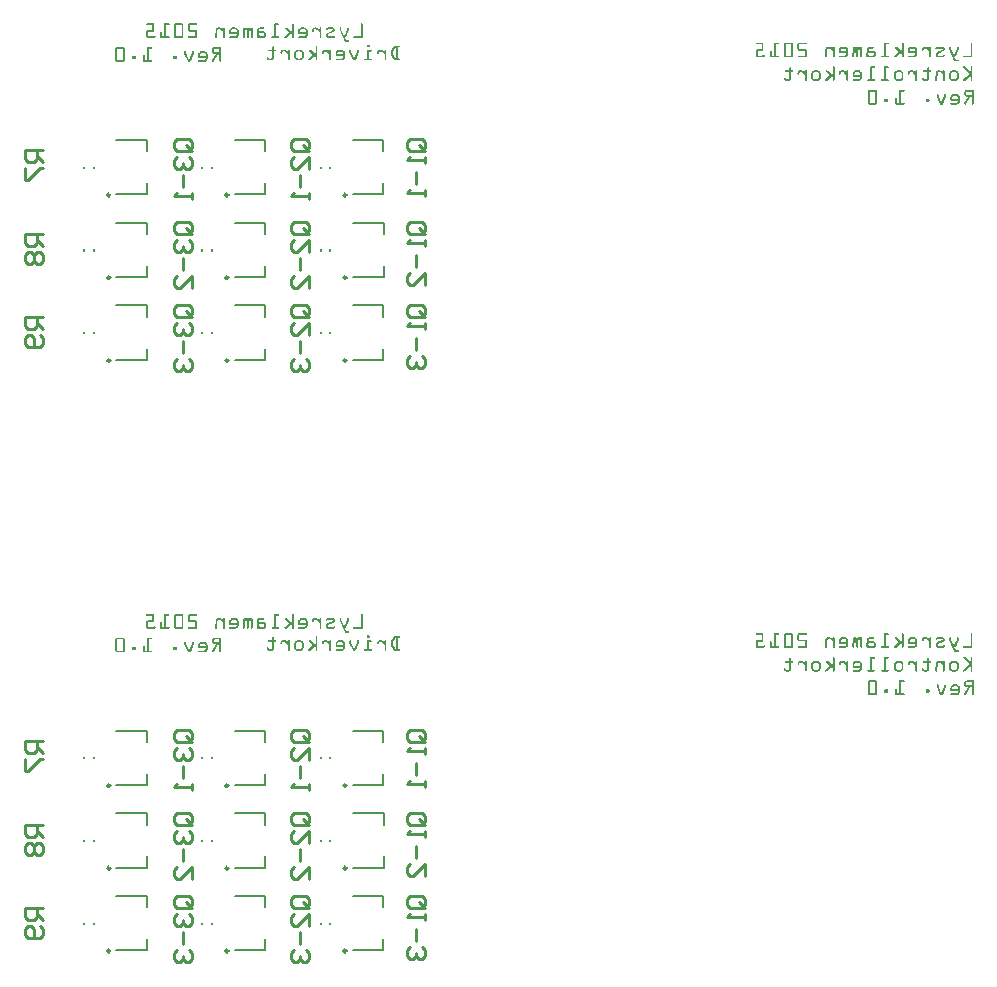
<source format=gbo>
G04 Layer_Color=32896*
%FSLAX25Y25*%
%MOIN*%
G70*
G01*
G75*
%ADD24C,0.00787*%
%ADD35C,0.00984*%
%ADD36C,0.01000*%
G36*
X290580Y177991D02*
X290626Y177985D01*
X290692Y177952D01*
X290718Y177932D01*
X290738Y177919D01*
X290751Y177913D01*
X290757Y177906D01*
X290790Y177873D01*
X290810Y177834D01*
X290836Y177762D01*
X290843Y177729D01*
X290849Y177703D01*
Y177690D01*
Y177683D01*
Y174718D01*
X290843Y174672D01*
X290836Y174633D01*
X290803Y174560D01*
X290784Y174534D01*
X290771Y174521D01*
X290764Y174508D01*
X290757Y174501D01*
X290718Y174469D01*
X290685Y174449D01*
X290613Y174423D01*
X290580Y174416D01*
X290554Y174409D01*
X290534D01*
X290489Y174416D01*
X290449Y174423D01*
X290377Y174455D01*
X290351Y174475D01*
X290331Y174488D01*
X290324Y174495D01*
X290318Y174501D01*
X290285Y174534D01*
X290265Y174574D01*
X290239Y174646D01*
X290233Y174672D01*
X290226Y174698D01*
Y174711D01*
Y174718D01*
Y176935D01*
X289780Y177316D01*
X289741Y177348D01*
X289695Y177362D01*
X289668Y177368D01*
X289655D01*
X289610Y177362D01*
X289577Y177342D01*
X289550Y177316D01*
X289537Y177289D01*
X289524Y177257D01*
X289518Y177230D01*
Y177211D01*
Y177204D01*
Y174718D01*
X289511Y174672D01*
X289505Y174626D01*
X289472Y174560D01*
X289452Y174534D01*
X289439Y174514D01*
X289432Y174501D01*
X289426Y174495D01*
X289393Y174469D01*
X289354Y174449D01*
X289282Y174423D01*
X289255Y174416D01*
X289229Y174409D01*
X289209D01*
X289163Y174416D01*
X289118Y174423D01*
X289045Y174455D01*
X289019Y174469D01*
X288999Y174482D01*
X288993Y174488D01*
X288986Y174495D01*
X288953Y174528D01*
X288934Y174567D01*
X288908Y174639D01*
X288901Y174665D01*
X288894Y174692D01*
Y174705D01*
Y174711D01*
Y176994D01*
X288521Y177309D01*
X288468Y177342D01*
X288429Y177362D01*
X288402Y177368D01*
X288389D01*
X288350Y177362D01*
X288317Y177335D01*
X288298Y177303D01*
X288278Y177270D01*
X288271Y177230D01*
X288265Y177198D01*
X288258Y177171D01*
Y177165D01*
X288186Y174718D01*
X288179Y174672D01*
X288173Y174633D01*
X288140Y174560D01*
X288120Y174534D01*
X288107Y174521D01*
X288101Y174508D01*
X288094Y174501D01*
X288055Y174469D01*
X288022Y174449D01*
X287950Y174423D01*
X287917Y174416D01*
X287891Y174409D01*
X287871D01*
X287825Y174416D01*
X287786Y174423D01*
X287714Y174455D01*
X287687Y174475D01*
X287668Y174488D01*
X287661Y174495D01*
X287655Y174501D01*
X287622Y174534D01*
X287596Y174574D01*
X287582Y174613D01*
X287569Y174646D01*
X287563Y174672D01*
X287556Y174698D01*
Y174711D01*
Y174718D01*
X287642Y177263D01*
X287655Y177381D01*
X287687Y177480D01*
X287727Y177571D01*
X287766Y177644D01*
X287806Y177709D01*
X287845Y177749D01*
X287871Y177781D01*
X287878Y177788D01*
X287956Y177860D01*
X288042Y177913D01*
X288127Y177945D01*
X288206Y177972D01*
X288271Y177985D01*
X288330Y177998D01*
X288376D01*
X288442Y177991D01*
X288507Y177985D01*
X288632Y177945D01*
X288744Y177899D01*
X288842Y177840D01*
X288921Y177781D01*
X288980Y177729D01*
X289019Y177690D01*
X289026Y177683D01*
X289032Y177676D01*
X289078Y177735D01*
X289131Y177781D01*
X289177Y177827D01*
X289229Y177860D01*
X289334Y177919D01*
X289432Y177959D01*
X289518Y177978D01*
X289583Y177991D01*
X289610Y177998D01*
X289649D01*
X289767Y177985D01*
X289872Y177959D01*
X289970Y177919D01*
X290056Y177873D01*
X290128Y177827D01*
X290180Y177788D01*
X290213Y177762D01*
X290226Y177749D01*
X290259Y177834D01*
X290305Y177893D01*
X290351Y177939D01*
X290403Y177965D01*
X290456Y177985D01*
X290495Y177991D01*
X290521Y177998D01*
X290534D01*
X290580Y177991D01*
D02*
G37*
G36*
X275847Y170117D02*
X275925Y170111D01*
X276076Y170065D01*
X276220Y170006D01*
X276339Y169940D01*
X276444Y169875D01*
X276483Y169842D01*
X276522Y169816D01*
X276549Y169789D01*
X276568Y169770D01*
X276581Y169763D01*
X276588Y169756D01*
X276654Y169691D01*
X276712Y169619D01*
X276765Y169553D01*
X276804Y169488D01*
X276844Y169422D01*
X276876Y169356D01*
X276922Y169238D01*
X276949Y169140D01*
X276955Y169094D01*
X276962Y169061D01*
X276968Y169028D01*
Y169009D01*
Y168995D01*
Y168989D01*
Y167664D01*
X276962Y167592D01*
X276949Y167513D01*
X276936Y167441D01*
X276909Y167375D01*
X276844Y167244D01*
X276772Y167126D01*
X276706Y167034D01*
X276673Y166995D01*
X276640Y166962D01*
X276614Y166936D01*
X276601Y166916D01*
X276588Y166903D01*
X276581Y166896D01*
X276509Y166831D01*
X276430Y166778D01*
X276358Y166732D01*
X276286Y166686D01*
X276148Y166621D01*
X276024Y166581D01*
X275919Y166555D01*
X275873Y166549D01*
X275834Y166542D01*
X275801Y166535D01*
X275027D01*
X274948Y166542D01*
X274869Y166549D01*
X274725Y166588D01*
X274587Y166647D01*
X274462Y166713D01*
X274358Y166778D01*
X274318Y166811D01*
X274279Y166837D01*
X274253Y166857D01*
X274233Y166877D01*
X274220Y166883D01*
X274213Y166890D01*
X274141Y166955D01*
X274082Y167027D01*
X274029Y167093D01*
X273984Y167159D01*
X273944Y167224D01*
X273911Y167290D01*
X273866Y167408D01*
X273833Y167513D01*
X273826Y167559D01*
X273820Y167592D01*
X273813Y167624D01*
Y167644D01*
Y167657D01*
Y167664D01*
Y168989D01*
X273820Y169068D01*
X273833Y169146D01*
X273852Y169219D01*
X273872Y169291D01*
X273938Y169422D01*
X274010Y169540D01*
X274089Y169638D01*
X274121Y169678D01*
X274148Y169711D01*
X274174Y169737D01*
X274194Y169756D01*
X274207Y169763D01*
X274213Y169770D01*
X274285Y169835D01*
X274364Y169888D01*
X274436Y169934D01*
X274508Y169980D01*
X274646Y170039D01*
X274764Y170085D01*
X274876Y170104D01*
X274915Y170117D01*
X274954D01*
X274987Y170124D01*
X275761D01*
X275847Y170117D01*
D02*
G37*
G36*
X281318Y177991D02*
X281364Y177985D01*
X281429Y177952D01*
X281455Y177932D01*
X281475Y177913D01*
X281488Y177906D01*
X281495Y177899D01*
X281521Y177867D01*
X281541Y177827D01*
X281567Y177755D01*
X281574Y177722D01*
X281580Y177696D01*
Y177683D01*
Y177676D01*
Y174718D01*
X281574Y174672D01*
X281567Y174633D01*
X281534Y174560D01*
X281514Y174534D01*
X281501Y174521D01*
X281495Y174508D01*
X281488Y174501D01*
X281455Y174469D01*
X281416Y174449D01*
X281344Y174423D01*
X281318Y174416D01*
X281291Y174409D01*
X281272D01*
X281226Y174416D01*
X281186Y174423D01*
X281114Y174455D01*
X281088Y174475D01*
X281068Y174488D01*
X281062Y174495D01*
X281055Y174501D01*
X281022Y174534D01*
X280996Y174574D01*
X280983Y174613D01*
X280970Y174646D01*
X280963Y174672D01*
X280957Y174698D01*
Y174711D01*
Y174718D01*
Y176712D01*
X280104Y177263D01*
X280045Y177303D01*
X279986Y177329D01*
X279934Y177348D01*
X279888Y177362D01*
X279848Y177368D01*
X279822Y177375D01*
X279487D01*
X279428Y177368D01*
X279376Y177362D01*
X279330Y177342D01*
X279291Y177322D01*
X279232Y177270D01*
X279186Y177211D01*
X279159Y177152D01*
X279146Y177099D01*
X279140Y177060D01*
Y177053D01*
Y177047D01*
X279041Y174718D01*
X279035Y174665D01*
X279028Y174619D01*
X279015Y174580D01*
X278995Y174547D01*
X278976Y174521D01*
X278963Y174501D01*
X278956Y174495D01*
X278949Y174488D01*
X278917Y174462D01*
X278877Y174442D01*
X278805Y174423D01*
X278779Y174416D01*
X278753Y174409D01*
X278733D01*
X278687Y174416D01*
X278641Y174423D01*
X278569Y174455D01*
X278543Y174475D01*
X278523Y174488D01*
X278517Y174495D01*
X278510Y174501D01*
X278477Y174534D01*
X278457Y174574D01*
X278431Y174646D01*
X278425Y174672D01*
X278418Y174698D01*
Y174711D01*
Y174718D01*
X278510Y177079D01*
X278530Y177217D01*
X278562Y177342D01*
X278615Y177453D01*
X278667Y177552D01*
X278720Y177624D01*
X278759Y177683D01*
X278792Y177716D01*
X278805Y177729D01*
X278910Y177821D01*
X279022Y177886D01*
X279127Y177932D01*
X279225Y177965D01*
X279317Y177985D01*
X279382Y177991D01*
X279409Y177998D01*
X279737D01*
X279868Y177991D01*
X279993Y177972D01*
X280098Y177939D01*
X280196Y177906D01*
X280275Y177873D01*
X280334Y177840D01*
X280373Y177821D01*
X280380Y177814D01*
X280386D01*
X280957Y177473D01*
Y177676D01*
X280963Y177722D01*
X280970Y177768D01*
X281003Y177840D01*
X281022Y177867D01*
X281042Y177886D01*
X281049Y177893D01*
X281055Y177899D01*
X281088Y177932D01*
X281127Y177959D01*
X281167Y177972D01*
X281200Y177985D01*
X281226Y177991D01*
X281252Y177998D01*
X281272D01*
X281318Y177991D01*
D02*
G37*
G36*
X304310Y179343D02*
X304356Y179336D01*
X304422Y179303D01*
X304448Y179284D01*
X304468Y179264D01*
X304481Y179257D01*
X304488Y179251D01*
X304514Y179218D01*
X304534Y179179D01*
X304560Y179106D01*
X304566Y179074D01*
X304573Y179047D01*
Y179034D01*
Y179028D01*
Y174718D01*
X304566Y174672D01*
X304560Y174626D01*
X304527Y174560D01*
X304514Y174534D01*
X304501Y174514D01*
X304494Y174501D01*
X304488Y174495D01*
X304448Y174469D01*
X304415Y174449D01*
X304343Y174423D01*
X304310Y174416D01*
X304284Y174409D01*
X304264D01*
X304219Y174416D01*
X304173Y174423D01*
X304100Y174455D01*
X304074Y174469D01*
X304055Y174482D01*
X304048Y174488D01*
X304042Y174495D01*
X304009Y174534D01*
X303989Y174567D01*
X303963Y174639D01*
X303956Y174672D01*
X303950Y174698D01*
Y174711D01*
Y174718D01*
Y175663D01*
X303628Y175938D01*
X301955Y174495D01*
X301916Y174469D01*
X301877Y174449D01*
X301798Y174423D01*
X301772Y174416D01*
X301746Y174409D01*
X301726D01*
X301680Y174416D01*
X301634Y174423D01*
X301562Y174462D01*
X301536Y174475D01*
X301516Y174495D01*
X301509Y174501D01*
X301503Y174508D01*
X301470Y174547D01*
X301450Y174587D01*
X301424Y174652D01*
X301417Y174685D01*
X301411Y174705D01*
Y174718D01*
Y174724D01*
X301417Y174770D01*
X301424Y174810D01*
X301457Y174875D01*
X301477Y174895D01*
X301496Y174915D01*
X301503Y174921D01*
X301509Y174928D01*
X303136Y176345D01*
X301811Y177453D01*
X301778Y177486D01*
X301752Y177525D01*
X301739Y177565D01*
X301726Y177598D01*
X301719Y177630D01*
X301713Y177657D01*
Y177670D01*
Y177676D01*
X301719Y177722D01*
X301726Y177768D01*
X301759Y177840D01*
X301778Y177867D01*
X301791Y177886D01*
X301798Y177893D01*
X301804Y177899D01*
X301837Y177932D01*
X301877Y177959D01*
X301916Y177972D01*
X301949Y177985D01*
X301982Y177991D01*
X302008Y177998D01*
X302028D01*
X302074Y177991D01*
X302119Y177985D01*
X302192Y177952D01*
X302224Y177932D01*
X302244Y177919D01*
X302257Y177913D01*
X302264Y177906D01*
X303950Y176476D01*
Y179028D01*
X303956Y179074D01*
X303963Y179120D01*
X303996Y179192D01*
X304015Y179218D01*
X304028Y179238D01*
X304035Y179244D01*
X304042Y179251D01*
X304074Y179284D01*
X304114Y179310D01*
X304153Y179323D01*
X304186Y179336D01*
X304219Y179343D01*
X304245Y179349D01*
X304264D01*
X304310Y179343D01*
D02*
G37*
G36*
X313508Y177991D02*
X313554Y177985D01*
X313619Y177952D01*
X313645Y177932D01*
X313665Y177913D01*
X313678Y177906D01*
X313685Y177899D01*
X313711Y177867D01*
X313731Y177827D01*
X313757Y177755D01*
X313763Y177722D01*
X313770Y177696D01*
Y177683D01*
Y177676D01*
Y174718D01*
X313763Y174672D01*
X313757Y174626D01*
X313724Y174560D01*
X313711Y174534D01*
X313698Y174514D01*
X313691Y174501D01*
X313685Y174495D01*
X313645Y174469D01*
X313613Y174449D01*
X313540Y174423D01*
X313508Y174416D01*
X313481Y174409D01*
X313462D01*
X313416Y174416D01*
X313376Y174423D01*
X313304Y174455D01*
X313278Y174469D01*
X313258Y174482D01*
X313252Y174488D01*
X313245Y174495D01*
X313212Y174534D01*
X313186Y174567D01*
X313173Y174606D01*
X313160Y174639D01*
X313153Y174672D01*
X313147Y174698D01*
Y174711D01*
Y174718D01*
Y176469D01*
X312261Y177237D01*
X312202Y177283D01*
X312150Y177316D01*
X312097Y177342D01*
X312058Y177355D01*
X312025Y177368D01*
X311992Y177375D01*
X311566D01*
X311520Y177368D01*
X311474Y177362D01*
X311402Y177329D01*
X311376Y177309D01*
X311356Y177296D01*
X311349Y177289D01*
X311343Y177283D01*
X311310Y177250D01*
X311290Y177211D01*
X311264Y177138D01*
X311258Y177106D01*
X311251Y177079D01*
Y177066D01*
Y177060D01*
Y176883D01*
X311244Y176837D01*
X311238Y176791D01*
X311205Y176725D01*
X311192Y176699D01*
X311179Y176679D01*
X311172Y176666D01*
X311166Y176660D01*
X311126Y176633D01*
X311093Y176614D01*
X311021Y176587D01*
X310988Y176581D01*
X310962Y176574D01*
X310943D01*
X310897Y176581D01*
X310851Y176587D01*
X310779Y176620D01*
X310752Y176640D01*
X310733Y176653D01*
X310726Y176660D01*
X310720Y176666D01*
X310687Y176706D01*
X310667Y176738D01*
X310641Y176811D01*
X310634Y176843D01*
X310628Y176869D01*
Y176883D01*
Y176889D01*
Y177060D01*
X310641Y177198D01*
X310674Y177329D01*
X310713Y177440D01*
X310766Y177539D01*
X310818Y177617D01*
X310857Y177676D01*
X310890Y177709D01*
X310903Y177722D01*
X311008Y177814D01*
X311120Y177880D01*
X311231Y177932D01*
X311336Y177965D01*
X311428Y177985D01*
X311500Y177991D01*
X311526Y177998D01*
X312025D01*
X312137Y177985D01*
X312248Y177959D01*
X312353Y177913D01*
X312445Y177867D01*
X312524Y177814D01*
X312589Y177768D01*
X312629Y177742D01*
X312635Y177729D01*
X312642D01*
X313147Y177296D01*
Y177676D01*
X313153Y177722D01*
X313160Y177768D01*
X313193Y177840D01*
X313212Y177867D01*
X313226Y177886D01*
X313232Y177893D01*
X313239Y177899D01*
X313271Y177932D01*
X313311Y177959D01*
X313350Y177972D01*
X313383Y177985D01*
X313416Y177991D01*
X313442Y177998D01*
X313462D01*
X313508Y177991D01*
D02*
G37*
G36*
X303438Y170117D02*
X303517Y170111D01*
X303668Y170065D01*
X303812Y170006D01*
X303930Y169940D01*
X304035Y169875D01*
X304074Y169842D01*
X304114Y169816D01*
X304140Y169789D01*
X304160Y169770D01*
X304173Y169763D01*
X304179Y169756D01*
X304245Y169691D01*
X304304Y169619D01*
X304356Y169553D01*
X304396Y169488D01*
X304435Y169422D01*
X304468Y169356D01*
X304514Y169238D01*
X304540Y169140D01*
X304547Y169094D01*
X304553Y169061D01*
X304560Y169028D01*
Y169009D01*
Y168995D01*
Y168989D01*
Y167664D01*
X304553Y167592D01*
X304540Y167513D01*
X304527Y167441D01*
X304501Y167375D01*
X304435Y167244D01*
X304363Y167126D01*
X304297Y167034D01*
X304264Y166995D01*
X304232Y166962D01*
X304205Y166936D01*
X304192Y166916D01*
X304179Y166903D01*
X304173Y166896D01*
X304100Y166831D01*
X304022Y166778D01*
X303950Y166732D01*
X303877Y166686D01*
X303740Y166621D01*
X303615Y166581D01*
X303510Y166555D01*
X303464Y166549D01*
X303425Y166542D01*
X303392Y166535D01*
X302618D01*
X302539Y166542D01*
X302461Y166549D01*
X302316Y166588D01*
X302178Y166647D01*
X302054Y166713D01*
X301949Y166778D01*
X301909Y166811D01*
X301870Y166837D01*
X301844Y166857D01*
X301824Y166877D01*
X301811Y166883D01*
X301804Y166890D01*
X301732Y166955D01*
X301673Y167027D01*
X301621Y167093D01*
X301575Y167159D01*
X301536Y167224D01*
X301503Y167290D01*
X301457Y167408D01*
X301424Y167513D01*
X301417Y167559D01*
X301411Y167592D01*
X301404Y167624D01*
Y167644D01*
Y167657D01*
Y167664D01*
Y168989D01*
X301411Y169068D01*
X301424Y169146D01*
X301444Y169219D01*
X301463Y169291D01*
X301529Y169422D01*
X301601Y169540D01*
X301680Y169638D01*
X301713Y169678D01*
X301739Y169711D01*
X301765Y169737D01*
X301785Y169756D01*
X301798Y169763D01*
X301804Y169770D01*
X301877Y169835D01*
X301955Y169888D01*
X302028Y169934D01*
X302100Y169980D01*
X302238Y170039D01*
X302356Y170085D01*
X302467Y170104D01*
X302506Y170117D01*
X302546D01*
X302579Y170124D01*
X303353D01*
X303438Y170117D01*
D02*
G37*
G36*
X321832D02*
X321911Y170111D01*
X322062Y170065D01*
X322206Y170006D01*
X322324Y169940D01*
X322429Y169875D01*
X322468Y169842D01*
X322508Y169816D01*
X322534Y169789D01*
X322554Y169770D01*
X322567Y169763D01*
X322573Y169756D01*
X322639Y169691D01*
X322698Y169619D01*
X322751Y169553D01*
X322790Y169488D01*
X322829Y169422D01*
X322862Y169356D01*
X322908Y169238D01*
X322934Y169140D01*
X322941Y169094D01*
X322947Y169061D01*
X322954Y169028D01*
Y169009D01*
Y168995D01*
Y168989D01*
Y167664D01*
X322947Y167592D01*
X322934Y167513D01*
X322921Y167441D01*
X322895Y167375D01*
X322829Y167244D01*
X322757Y167126D01*
X322692Y167034D01*
X322659Y166995D01*
X322626Y166962D01*
X322600Y166936D01*
X322587Y166916D01*
X322573Y166903D01*
X322567Y166896D01*
X322495Y166831D01*
X322416Y166778D01*
X322344Y166732D01*
X322272Y166686D01*
X322134Y166621D01*
X322009Y166581D01*
X321904Y166555D01*
X321858Y166549D01*
X321819Y166542D01*
X321786Y166535D01*
X321012D01*
X320934Y166542D01*
X320855Y166549D01*
X320710Y166588D01*
X320573Y166647D01*
X320448Y166713D01*
X320343Y166778D01*
X320304Y166811D01*
X320264Y166837D01*
X320238Y166857D01*
X320218Y166877D01*
X320205Y166883D01*
X320199Y166890D01*
X320127Y166955D01*
X320068Y167027D01*
X320015Y167093D01*
X319969Y167159D01*
X319930Y167224D01*
X319897Y167290D01*
X319851Y167408D01*
X319818Y167513D01*
X319812Y167559D01*
X319805Y167592D01*
X319799Y167624D01*
Y167644D01*
Y167657D01*
Y167664D01*
Y168989D01*
X319805Y169068D01*
X319818Y169146D01*
X319838Y169219D01*
X319858Y169291D01*
X319923Y169422D01*
X319995Y169540D01*
X320074Y169638D01*
X320107Y169678D01*
X320133Y169711D01*
X320159Y169737D01*
X320179Y169756D01*
X320192Y169763D01*
X320199Y169770D01*
X320271Y169835D01*
X320350Y169888D01*
X320422Y169934D01*
X320494Y169980D01*
X320632Y170039D01*
X320750Y170085D01*
X320861Y170104D01*
X320901Y170117D01*
X320940D01*
X320973Y170124D01*
X321747D01*
X321832Y170117D01*
D02*
G37*
G36*
X299371Y171469D02*
X299417Y171462D01*
X299482Y171429D01*
X299509Y171410D01*
X299528Y171397D01*
X299541Y171390D01*
X299548Y171383D01*
X299574Y171351D01*
X299594Y171311D01*
X299620Y171239D01*
X299627Y171206D01*
X299633Y171180D01*
Y171167D01*
Y171160D01*
X299627Y171114D01*
X299620Y171069D01*
X299587Y171003D01*
X299574Y170977D01*
X299561Y170957D01*
X299554Y170944D01*
X299548Y170937D01*
X299509Y170911D01*
X299476Y170891D01*
X299404Y170865D01*
X299371Y170859D01*
X299344Y170852D01*
X298695D01*
Y167165D01*
X299325D01*
X299371Y167159D01*
X299417Y167152D01*
X299482Y167119D01*
X299509Y167100D01*
X299528Y167080D01*
X299541Y167073D01*
X299548Y167067D01*
X299574Y167034D01*
X299594Y166995D01*
X299620Y166923D01*
X299627Y166896D01*
X299633Y166870D01*
Y166857D01*
Y166850D01*
X299627Y166805D01*
X299620Y166759D01*
X299587Y166693D01*
X299574Y166667D01*
X299561Y166647D01*
X299554Y166634D01*
X299548Y166627D01*
X299509Y166595D01*
X299476Y166575D01*
X299404Y166549D01*
X299371Y166542D01*
X299344Y166535D01*
X297429D01*
X297383Y166542D01*
X297337Y166549D01*
X297265Y166581D01*
X297239Y166601D01*
X297219Y166614D01*
X297213Y166621D01*
X297206Y166627D01*
X297173Y166667D01*
X297153Y166700D01*
X297127Y166772D01*
X297121Y166805D01*
X297114Y166831D01*
Y166844D01*
Y166850D01*
X297121Y166896D01*
X297127Y166936D01*
X297160Y167008D01*
X297180Y167034D01*
X297199Y167054D01*
X297206Y167060D01*
X297213Y167067D01*
X297245Y167100D01*
X297285Y167126D01*
X297324Y167139D01*
X297357Y167152D01*
X297383Y167159D01*
X297409Y167165D01*
X298065D01*
Y171160D01*
X298072Y171206D01*
X298078Y171246D01*
X298111Y171318D01*
X298131Y171344D01*
X298151Y171364D01*
X298157Y171370D01*
X298164Y171377D01*
X298197Y171410D01*
X298236Y171436D01*
X298275Y171449D01*
X298308Y171462D01*
X298334Y171469D01*
X298360Y171475D01*
X299325D01*
X299371Y171469D01*
D02*
G37*
G36*
X289714Y170117D02*
X289826Y170091D01*
X289924Y170058D01*
X290003Y170019D01*
X290075Y169980D01*
X290128Y169947D01*
X290160Y169921D01*
X290174Y169914D01*
X290429Y169711D01*
X290482Y169665D01*
X290528Y169612D01*
X290574Y169553D01*
X290607Y169501D01*
X290633Y169455D01*
X290652Y169415D01*
X290666Y169389D01*
X290672Y169383D01*
X290705Y169310D01*
X290725Y169245D01*
X290744Y169192D01*
X290751Y169140D01*
X290757Y169107D01*
X290764Y169074D01*
Y169061D01*
Y169054D01*
Y167624D01*
X290757Y167565D01*
X290751Y167506D01*
X290738Y167447D01*
X290718Y167395D01*
X290705Y167342D01*
X290692Y167310D01*
X290685Y167283D01*
X290679Y167277D01*
X290646Y167211D01*
X290607Y167152D01*
X290574Y167106D01*
X290541Y167067D01*
X290508Y167034D01*
X290482Y167008D01*
X290469Y166995D01*
X290462Y166988D01*
X290180Y166745D01*
X290147Y166719D01*
X290102Y166693D01*
X290016Y166647D01*
X289977Y166627D01*
X289944Y166614D01*
X289924Y166601D01*
X289918D01*
X289787Y166562D01*
X289728Y166549D01*
X289675Y166542D01*
X289629D01*
X289596Y166535D01*
X287924D01*
X287878Y166542D01*
X287838Y166549D01*
X287766Y166581D01*
X287740Y166601D01*
X287720Y166614D01*
X287714Y166621D01*
X287707Y166627D01*
X287674Y166660D01*
X287648Y166700D01*
X287635Y166739D01*
X287622Y166772D01*
X287615Y166798D01*
X287609Y166824D01*
Y166837D01*
Y166844D01*
X287615Y166890D01*
X287622Y166936D01*
X287655Y167008D01*
X287674Y167034D01*
X287694Y167054D01*
X287701Y167060D01*
X287707Y167067D01*
X287740Y167100D01*
X287779Y167119D01*
X287851Y167146D01*
X287878Y167152D01*
X287904Y167159D01*
X289537D01*
X289590Y167165D01*
X289636Y167178D01*
X289728Y167218D01*
X289767Y167237D01*
X289793Y167251D01*
X289813Y167264D01*
X289819Y167270D01*
X289997Y167428D01*
X290042Y167474D01*
X290075Y167519D01*
X290102Y167559D01*
X290115Y167605D01*
X290128Y167644D01*
X290134Y167670D01*
Y167690D01*
Y167697D01*
Y167887D01*
X287924D01*
X287878Y167893D01*
X287838Y167900D01*
X287766Y167933D01*
X287740Y167953D01*
X287720Y167966D01*
X287714Y167972D01*
X287707Y167979D01*
X287674Y168011D01*
X287648Y168051D01*
X287635Y168090D01*
X287622Y168123D01*
X287615Y168149D01*
X287609Y168175D01*
Y168189D01*
Y168195D01*
Y168950D01*
X287622Y169107D01*
X287648Y169245D01*
X287687Y169363D01*
X287733Y169455D01*
X287786Y169527D01*
X287825Y169586D01*
X287851Y169612D01*
X287864Y169625D01*
X288101Y169848D01*
X288212Y169940D01*
X288324Y170006D01*
X288429Y170058D01*
X288521Y170091D01*
X288606Y170111D01*
X288665Y170117D01*
X288691Y170124D01*
X289603D01*
X289714Y170117D01*
D02*
G37*
G36*
X294772Y171469D02*
X294818Y171462D01*
X294884Y171429D01*
X294910Y171410D01*
X294930Y171397D01*
X294943Y171390D01*
X294949Y171383D01*
X294976Y171351D01*
X294995Y171311D01*
X295022Y171239D01*
X295028Y171206D01*
X295035Y171180D01*
Y171167D01*
Y171160D01*
X295028Y171114D01*
X295022Y171069D01*
X294989Y171003D01*
X294976Y170977D01*
X294962Y170957D01*
X294956Y170944D01*
X294949Y170937D01*
X294910Y170911D01*
X294877Y170891D01*
X294805Y170865D01*
X294772Y170859D01*
X294746Y170852D01*
X294096D01*
Y167165D01*
X294726D01*
X294772Y167159D01*
X294818Y167152D01*
X294884Y167119D01*
X294910Y167100D01*
X294930Y167080D01*
X294943Y167073D01*
X294949Y167067D01*
X294976Y167034D01*
X294995Y166995D01*
X295022Y166923D01*
X295028Y166896D01*
X295035Y166870D01*
Y166857D01*
Y166850D01*
X295028Y166805D01*
X295022Y166759D01*
X294989Y166693D01*
X294976Y166667D01*
X294962Y166647D01*
X294956Y166634D01*
X294949Y166627D01*
X294910Y166595D01*
X294877Y166575D01*
X294805Y166549D01*
X294772Y166542D01*
X294746Y166535D01*
X292830D01*
X292785Y166542D01*
X292739Y166549D01*
X292666Y166581D01*
X292640Y166601D01*
X292620Y166614D01*
X292614Y166621D01*
X292607Y166627D01*
X292575Y166667D01*
X292555Y166700D01*
X292529Y166772D01*
X292522Y166805D01*
X292516Y166831D01*
Y166844D01*
Y166850D01*
X292522Y166896D01*
X292529Y166936D01*
X292562Y167008D01*
X292581Y167034D01*
X292601Y167054D01*
X292607Y167060D01*
X292614Y167067D01*
X292647Y167100D01*
X292686Y167126D01*
X292725Y167139D01*
X292758Y167152D01*
X292785Y167159D01*
X292811Y167165D01*
X293467D01*
Y171160D01*
X293473Y171206D01*
X293480Y171246D01*
X293513Y171318D01*
X293532Y171344D01*
X293552Y171364D01*
X293559Y171370D01*
X293565Y171377D01*
X293598Y171410D01*
X293637Y171436D01*
X293677Y171449D01*
X293709Y171462D01*
X293736Y171469D01*
X293762Y171475D01*
X294726D01*
X294772Y171469D01*
D02*
G37*
G36*
X262917Y179343D02*
X262963Y179336D01*
X263028Y179303D01*
X263055Y179284D01*
X263074Y179271D01*
X263087Y179264D01*
X263094Y179257D01*
X263120Y179225D01*
X263140Y179185D01*
X263166Y179113D01*
X263173Y179080D01*
X263179Y179054D01*
Y179041D01*
Y179034D01*
X263173Y178988D01*
X263166Y178943D01*
X263133Y178877D01*
X263120Y178851D01*
X263107Y178831D01*
X263101Y178818D01*
X263094Y178811D01*
X263055Y178785D01*
X263022Y178765D01*
X262950Y178739D01*
X262917Y178733D01*
X262891Y178726D01*
X261926D01*
Y175033D01*
X262884D01*
X262930Y175026D01*
X262976Y175020D01*
X263041Y174987D01*
X263068Y174967D01*
X263087Y174954D01*
X263101Y174947D01*
X263107Y174941D01*
X263133Y174908D01*
X263153Y174869D01*
X263179Y174797D01*
X263186Y174770D01*
X263192Y174744D01*
Y174731D01*
Y174724D01*
X263186Y174679D01*
X263179Y174633D01*
X263146Y174567D01*
X263133Y174541D01*
X263120Y174521D01*
X263114Y174508D01*
X263107Y174501D01*
X263068Y174469D01*
X263035Y174449D01*
X262963Y174423D01*
X262930Y174416D01*
X262904Y174409D01*
X260372D01*
X260326Y174416D01*
X260280Y174423D01*
X260208Y174455D01*
X260181Y174469D01*
X260162Y174482D01*
X260155Y174488D01*
X260149Y174495D01*
X260116Y174534D01*
X260096Y174567D01*
X260070Y174639D01*
X260063Y174672D01*
X260057Y174698D01*
Y174711D01*
Y174718D01*
Y176332D01*
X260063Y176377D01*
X260070Y176423D01*
X260103Y176496D01*
X260122Y176522D01*
X260135Y176541D01*
X260142Y176548D01*
X260149Y176555D01*
X260181Y176587D01*
X260221Y176607D01*
X260293Y176633D01*
X260326Y176640D01*
X260352Y176646D01*
X260372D01*
X260418Y176640D01*
X260463Y176633D01*
X260529Y176601D01*
X260555Y176581D01*
X260575Y176561D01*
X260588Y176555D01*
X260595Y176548D01*
X260621Y176515D01*
X260641Y176476D01*
X260667Y176404D01*
X260673Y176377D01*
X260680Y176351D01*
Y176338D01*
Y176332D01*
Y175033D01*
X261303D01*
Y179349D01*
X262871D01*
X262917Y179343D01*
D02*
G37*
G36*
X272147D02*
X272193Y179336D01*
X272258Y179303D01*
X272285Y179284D01*
X272304Y179271D01*
X272317Y179264D01*
X272324Y179257D01*
X272350Y179225D01*
X272370Y179185D01*
X272396Y179113D01*
X272403Y179080D01*
X272409Y179054D01*
Y179041D01*
Y179034D01*
X272403Y178988D01*
X272396Y178943D01*
X272363Y178877D01*
X272350Y178851D01*
X272337Y178831D01*
X272330Y178818D01*
X272324Y178811D01*
X272285Y178785D01*
X272252Y178765D01*
X272180Y178739D01*
X272147Y178733D01*
X272120Y178726D01*
X269857D01*
Y177204D01*
X271766D01*
X271858Y177198D01*
X271943Y177178D01*
X272016Y177145D01*
X272081Y177112D01*
X272134Y177073D01*
X272173Y177047D01*
X272199Y177020D01*
X272206Y177014D01*
X272265Y176942D01*
X272311Y176869D01*
X272344Y176791D01*
X272363Y176725D01*
X272376Y176660D01*
X272390Y176614D01*
Y176581D01*
Y176568D01*
Y174409D01*
X269542D01*
X269496Y174416D01*
X269457Y174423D01*
X269385Y174455D01*
X269359Y174469D01*
X269339Y174482D01*
X269333Y174488D01*
X269326Y174495D01*
X269293Y174534D01*
X269267Y174567D01*
X269254Y174606D01*
X269241Y174639D01*
X269234Y174672D01*
X269228Y174698D01*
Y174711D01*
Y174718D01*
X269234Y174764D01*
X269241Y174810D01*
X269273Y174882D01*
X269293Y174908D01*
X269313Y174928D01*
X269319Y174934D01*
X269326Y174941D01*
X269359Y174974D01*
X269398Y174993D01*
X269470Y175020D01*
X269496Y175026D01*
X269523Y175033D01*
X271766D01*
Y176574D01*
X269864D01*
X269772Y176581D01*
X269680Y176601D01*
X269608Y176633D01*
X269542Y176666D01*
X269490Y176699D01*
X269451Y176732D01*
X269424Y176751D01*
X269418Y176758D01*
X269352Y176830D01*
X269306Y176902D01*
X269273Y176981D01*
X269254Y177053D01*
X269234Y177112D01*
X269228Y177158D01*
Y177191D01*
Y177204D01*
Y178719D01*
X269234Y178811D01*
X269254Y178897D01*
X269287Y178969D01*
X269319Y179034D01*
X269359Y179087D01*
X269385Y179126D01*
X269411Y179152D01*
X269418Y179159D01*
X269490Y179225D01*
X269562Y179271D01*
X269641Y179303D01*
X269706Y179323D01*
X269772Y179343D01*
X269818Y179349D01*
X272101D01*
X272147Y179343D01*
D02*
G37*
G36*
X285129Y177991D02*
X285241Y177965D01*
X285339Y177932D01*
X285418Y177893D01*
X285490Y177854D01*
X285542Y177821D01*
X285575Y177795D01*
X285588Y177788D01*
X285844Y177585D01*
X285896Y177539D01*
X285942Y177486D01*
X285988Y177427D01*
X286021Y177375D01*
X286047Y177329D01*
X286067Y177289D01*
X286080Y177263D01*
X286087Y177257D01*
X286120Y177184D01*
X286139Y177119D01*
X286159Y177066D01*
X286165Y177014D01*
X286172Y176981D01*
X286179Y176948D01*
Y176935D01*
Y176929D01*
Y175498D01*
X286172Y175439D01*
X286165Y175380D01*
X286152Y175321D01*
X286133Y175269D01*
X286120Y175216D01*
X286106Y175184D01*
X286100Y175157D01*
X286093Y175151D01*
X286061Y175085D01*
X286021Y175026D01*
X285988Y174980D01*
X285956Y174941D01*
X285923Y174908D01*
X285896Y174882D01*
X285883Y174869D01*
X285877Y174862D01*
X285595Y174619D01*
X285562Y174593D01*
X285516Y174567D01*
X285431Y174521D01*
X285391Y174501D01*
X285359Y174488D01*
X285339Y174475D01*
X285332D01*
X285201Y174436D01*
X285142Y174423D01*
X285090Y174416D01*
X285044D01*
X285011Y174409D01*
X283338D01*
X283292Y174416D01*
X283253Y174423D01*
X283181Y174455D01*
X283154Y174475D01*
X283135Y174488D01*
X283128Y174495D01*
X283122Y174501D01*
X283089Y174534D01*
X283063Y174574D01*
X283050Y174613D01*
X283036Y174646D01*
X283030Y174672D01*
X283023Y174698D01*
Y174711D01*
Y174718D01*
X283030Y174764D01*
X283036Y174810D01*
X283069Y174882D01*
X283089Y174908D01*
X283108Y174928D01*
X283115Y174934D01*
X283122Y174941D01*
X283154Y174974D01*
X283194Y174993D01*
X283266Y175020D01*
X283292Y175026D01*
X283318Y175033D01*
X284952D01*
X285004Y175039D01*
X285050Y175052D01*
X285142Y175092D01*
X285181Y175111D01*
X285208Y175125D01*
X285227Y175138D01*
X285234Y175144D01*
X285411Y175302D01*
X285457Y175348D01*
X285490Y175393D01*
X285516Y175433D01*
X285529Y175479D01*
X285542Y175518D01*
X285549Y175544D01*
Y175564D01*
Y175571D01*
Y175761D01*
X283338D01*
X283292Y175767D01*
X283253Y175774D01*
X283181Y175807D01*
X283154Y175827D01*
X283135Y175840D01*
X283128Y175846D01*
X283122Y175853D01*
X283089Y175885D01*
X283063Y175925D01*
X283050Y175964D01*
X283036Y175997D01*
X283030Y176023D01*
X283023Y176049D01*
Y176063D01*
Y176069D01*
Y176824D01*
X283036Y176981D01*
X283063Y177119D01*
X283102Y177237D01*
X283148Y177329D01*
X283200Y177401D01*
X283240Y177460D01*
X283266Y177486D01*
X283279Y177499D01*
X283515Y177722D01*
X283627Y177814D01*
X283738Y177880D01*
X283843Y177932D01*
X283935Y177965D01*
X284020Y177985D01*
X284079Y177991D01*
X284106Y177998D01*
X285017D01*
X285129Y177991D01*
D02*
G37*
G36*
X267279Y179343D02*
X267365Y179323D01*
X267430Y179290D01*
X267496Y179257D01*
X267542Y179225D01*
X267581Y179192D01*
X267607Y179172D01*
X267614Y179165D01*
X267673Y179100D01*
X267719Y179028D01*
X267745Y178956D01*
X267771Y178890D01*
X267784Y178831D01*
X267791Y178785D01*
Y178759D01*
Y178746D01*
Y175006D01*
X267784Y174915D01*
X267765Y174836D01*
X267738Y174764D01*
X267706Y174698D01*
X267673Y174652D01*
X267647Y174613D01*
X267627Y174587D01*
X267620Y174580D01*
X267548Y174521D01*
X267476Y174482D01*
X267410Y174449D01*
X267338Y174429D01*
X267279Y174416D01*
X267233Y174409D01*
X265246D01*
X265154Y174416D01*
X265075Y174436D01*
X265003Y174462D01*
X264937Y174495D01*
X264891Y174528D01*
X264852Y174554D01*
X264826Y174574D01*
X264819Y174580D01*
X264760Y174652D01*
X264714Y174724D01*
X264688Y174790D01*
X264662Y174862D01*
X264649Y174921D01*
X264642Y174967D01*
Y174993D01*
Y175006D01*
Y178746D01*
X264649Y178831D01*
X264668Y178916D01*
X264701Y178988D01*
X264727Y179047D01*
X264760Y179100D01*
X264793Y179133D01*
X264813Y179159D01*
X264819Y179165D01*
X264885Y179225D01*
X264957Y179271D01*
X265029Y179303D01*
X265095Y179330D01*
X265154Y179343D01*
X265200Y179349D01*
X267194D01*
X267279Y179343D01*
D02*
G37*
G36*
X320179Y177998D02*
X320225Y177991D01*
X320291Y177959D01*
X320317Y177939D01*
X320337Y177919D01*
X320350Y177913D01*
X320356Y177906D01*
X320389Y177873D01*
X320409Y177834D01*
X320435Y177762D01*
X320442Y177735D01*
X320448Y177709D01*
Y177696D01*
Y177690D01*
Y177211D01*
X321294Y175315D01*
X321511D01*
X322331Y177217D01*
Y177683D01*
X322337Y177729D01*
X322344Y177775D01*
X322377Y177847D01*
X322396Y177873D01*
X322416Y177893D01*
X322423Y177899D01*
X322429Y177906D01*
X322462Y177939D01*
X322501Y177959D01*
X322573Y177985D01*
X322606Y177991D01*
X322633Y177998D01*
X322652D01*
X322698Y177991D01*
X322738Y177985D01*
X322810Y177952D01*
X322836Y177932D01*
X322849Y177919D01*
X322862Y177913D01*
X322869Y177906D01*
X322895Y177873D01*
X322915Y177834D01*
X322941Y177762D01*
X322947Y177729D01*
X322954Y177703D01*
Y177690D01*
Y177683D01*
Y177079D01*
X322022Y174901D01*
X321983Y174829D01*
X321937Y174777D01*
X321885Y174738D01*
X321839Y174711D01*
X321793Y174698D01*
X321754Y174692D01*
X321727Y174685D01*
X321563D01*
X321996Y173695D01*
X322659D01*
X322705Y173688D01*
X322751Y173681D01*
X322816Y173655D01*
X322842Y173635D01*
X322862Y173622D01*
X322875Y173616D01*
X322882Y173609D01*
X322908Y173576D01*
X322928Y173537D01*
X322954Y173465D01*
X322960Y173432D01*
X322967Y173406D01*
Y173393D01*
Y173386D01*
X322960Y173340D01*
X322954Y173294D01*
X322921Y173229D01*
X322908Y173203D01*
X322895Y173183D01*
X322888Y173170D01*
X322882Y173163D01*
X322842Y173130D01*
X322810Y173111D01*
X322738Y173084D01*
X322705Y173078D01*
X322678Y173071D01*
X321793D01*
X321721Y173078D01*
X321655Y173104D01*
X321609Y173137D01*
X321563Y173176D01*
X321537Y173216D01*
X321511Y173248D01*
X321504Y173275D01*
X321498Y173281D01*
X319818Y177079D01*
Y177690D01*
X319825Y177735D01*
X319831Y177775D01*
X319864Y177847D01*
X319884Y177873D01*
X319904Y177893D01*
X319910Y177899D01*
X319917Y177906D01*
X319950Y177939D01*
X319989Y177965D01*
X320028Y177978D01*
X320061Y177991D01*
X320087Y177998D01*
X320113Y178004D01*
X320133D01*
X320179Y177998D01*
D02*
G37*
G36*
X257885Y176568D02*
X255990D01*
Y175033D01*
X257439D01*
X257498Y175039D01*
X257544Y175052D01*
X257584Y175066D01*
X257590Y175072D01*
X257597D01*
X258010Y175249D01*
X258095Y175282D01*
X258161Y175302D01*
X258187Y175308D01*
X258226D01*
X258266Y175302D01*
X258305Y175295D01*
X258371Y175262D01*
X258397Y175243D01*
X258417Y175230D01*
X258423Y175223D01*
X258430Y175216D01*
X258456Y175184D01*
X258476Y175144D01*
X258502Y175072D01*
X258508Y175039D01*
X258515Y175013D01*
Y175000D01*
Y174993D01*
X258508Y174921D01*
X258489Y174856D01*
X258456Y174803D01*
X258423Y174764D01*
X258390Y174738D01*
X258358Y174711D01*
X258338Y174705D01*
X258331Y174698D01*
X257853Y174501D01*
X257774Y174469D01*
X257695Y174449D01*
X257629Y174429D01*
X257570Y174423D01*
X257518Y174416D01*
X257479Y174409D01*
X255996D01*
X255904Y174416D01*
X255819Y174436D01*
X255747Y174469D01*
X255681Y174501D01*
X255629Y174534D01*
X255589Y174567D01*
X255563Y174587D01*
X255557Y174593D01*
X255491Y174665D01*
X255445Y174738D01*
X255412Y174816D01*
X255393Y174882D01*
X255373Y174941D01*
X255366Y174993D01*
Y175020D01*
Y175033D01*
Y176561D01*
X255373Y176653D01*
X255393Y176738D01*
X255425Y176811D01*
X255458Y176876D01*
X255498Y176929D01*
X255524Y176968D01*
X255550Y176994D01*
X255557Y177001D01*
X255629Y177066D01*
X255701Y177112D01*
X255773Y177145D01*
X255845Y177165D01*
X255904Y177184D01*
X255950Y177191D01*
X257256D01*
Y178726D01*
X255681D01*
X255635Y178733D01*
X255589Y178739D01*
X255517Y178772D01*
X255491Y178785D01*
X255471Y178798D01*
X255465Y178805D01*
X255458Y178811D01*
X255425Y178851D01*
X255406Y178883D01*
X255379Y178956D01*
X255373Y178988D01*
X255366Y179015D01*
Y179028D01*
Y179034D01*
X255373Y179080D01*
X255379Y179120D01*
X255412Y179192D01*
X255432Y179218D01*
X255452Y179238D01*
X255458Y179244D01*
X255465Y179251D01*
X255498Y179284D01*
X255537Y179310D01*
X255576Y179323D01*
X255609Y179336D01*
X255635Y179343D01*
X255662Y179349D01*
X257885D01*
Y176568D01*
D02*
G37*
G36*
X317614Y177985D02*
X317726Y177959D01*
X317824Y177919D01*
X317909Y177873D01*
X317975Y177827D01*
X318027Y177788D01*
X318054Y177762D01*
X318067Y177749D01*
X318145Y177657D01*
X318198Y177558D01*
X318237Y177460D01*
X318270Y177368D01*
X318283Y177289D01*
X318290Y177230D01*
X318296Y177204D01*
Y177184D01*
Y177178D01*
Y177171D01*
X318290Y177093D01*
X318277Y177014D01*
X318257Y176942D01*
X318231Y176883D01*
X318211Y176830D01*
X318191Y176784D01*
X318178Y176758D01*
X318172Y176751D01*
X318119Y176679D01*
X318060Y176620D01*
X317995Y176568D01*
X317936Y176522D01*
X317883Y176489D01*
X317837Y176463D01*
X317811Y176450D01*
X317798Y176443D01*
X316118Y175689D01*
X316046Y175649D01*
X315994Y175597D01*
X315961Y175551D01*
X315935Y175498D01*
X315922Y175453D01*
X315909Y175413D01*
Y175387D01*
Y175380D01*
X315915Y175328D01*
X315922Y175282D01*
X315954Y175210D01*
X315974Y175177D01*
X315994Y175157D01*
X316000Y175144D01*
X316007Y175138D01*
X316040Y175105D01*
X316079Y175079D01*
X316118Y175059D01*
X316158Y175046D01*
X316191Y175039D01*
X316210Y175033D01*
X317398D01*
X317490Y175039D01*
X317568Y175052D01*
X317634Y175072D01*
X317693Y175098D01*
X317732Y175125D01*
X317765Y175144D01*
X317785Y175157D01*
X317791Y175164D01*
X317844Y175210D01*
X317890Y175243D01*
X317936Y175269D01*
X317968Y175282D01*
X318001Y175295D01*
X318027Y175302D01*
X318047D01*
X318100Y175295D01*
X318145Y175289D01*
X318185Y175269D01*
X318218Y175256D01*
X318244Y175236D01*
X318264Y175216D01*
X318277Y175210D01*
X318283Y175203D01*
X318309Y175171D01*
X318329Y175131D01*
X318355Y175059D01*
X318362Y175033D01*
X318369Y175006D01*
Y174993D01*
Y174987D01*
X318355Y174921D01*
X318323Y174849D01*
X318283Y174783D01*
X318231Y174731D01*
X318178Y174679D01*
X318139Y174639D01*
X318106Y174613D01*
X318093Y174606D01*
X317988Y174541D01*
X317877Y174495D01*
X317778Y174455D01*
X317680Y174436D01*
X317601Y174423D01*
X317535Y174416D01*
X317516Y174409D01*
X316217D01*
X316086Y174423D01*
X315961Y174455D01*
X315856Y174495D01*
X315758Y174547D01*
X315679Y174600D01*
X315626Y174639D01*
X315587Y174672D01*
X315574Y174685D01*
X315522Y174738D01*
X315476Y174797D01*
X315410Y174908D01*
X315357Y175026D01*
X315318Y175131D01*
X315298Y175223D01*
X315292Y175302D01*
X315285Y175328D01*
Y175348D01*
Y175361D01*
Y175367D01*
X315292Y175479D01*
X315312Y175577D01*
X315338Y175676D01*
X315364Y175754D01*
X315397Y175820D01*
X315423Y175872D01*
X315443Y175899D01*
X315449Y175912D01*
X315515Y175997D01*
X315581Y176076D01*
X315653Y176135D01*
X315718Y176187D01*
X315777Y176227D01*
X315823Y176253D01*
X315849Y176266D01*
X315863Y176273D01*
X317529Y177014D01*
X317575Y177040D01*
X317608Y177066D01*
X317634Y177099D01*
X317647Y177125D01*
X317660Y177158D01*
X317667Y177178D01*
Y177191D01*
Y177198D01*
X317660Y177257D01*
X317634Y177303D01*
X317601Y177329D01*
X317562Y177355D01*
X317529Y177368D01*
X317496Y177375D01*
X316046D01*
X315994Y177368D01*
X315948Y177355D01*
X315869Y177309D01*
X315836Y177283D01*
X315810Y177257D01*
X315797Y177243D01*
X315790Y177237D01*
X315744Y177191D01*
X315692Y177158D01*
X315646Y177138D01*
X315607Y177125D01*
X315567Y177112D01*
X315541Y177106D01*
X315515D01*
X315469Y177112D01*
X315430Y177119D01*
X315364Y177152D01*
X315338Y177165D01*
X315318Y177178D01*
X315312Y177184D01*
X315305Y177191D01*
X315272Y177224D01*
X315246Y177263D01*
X315233Y177296D01*
X315220Y177329D01*
X315213Y177362D01*
X315207Y177388D01*
Y177401D01*
Y177407D01*
X315220Y177480D01*
X315246Y177545D01*
X315292Y177611D01*
X315338Y177670D01*
X315384Y177722D01*
X315430Y177762D01*
X315456Y177788D01*
X315469Y177795D01*
X315567Y177860D01*
X315666Y177913D01*
X315771Y177945D01*
X315863Y177972D01*
X315941Y177985D01*
X316000Y177998D01*
X317490D01*
X317614Y177985D01*
D02*
G37*
G36*
X327297Y179343D02*
X327336Y179336D01*
X327408Y179303D01*
X327434Y179284D01*
X327448Y179264D01*
X327461Y179257D01*
X327467Y179251D01*
X327500Y179218D01*
X327520Y179179D01*
X327546Y179106D01*
X327553Y179080D01*
X327559Y179054D01*
Y179041D01*
Y179034D01*
Y174409D01*
X324725D01*
X324679Y174416D01*
X324633Y174423D01*
X324561Y174455D01*
X324535Y174469D01*
X324515Y174482D01*
X324509Y174488D01*
X324502Y174495D01*
X324469Y174534D01*
X324443Y174567D01*
X324430Y174606D01*
X324417Y174639D01*
X324410Y174672D01*
X324404Y174698D01*
Y174711D01*
Y174718D01*
X324410Y174764D01*
X324417Y174810D01*
X324450Y174882D01*
X324469Y174908D01*
X324489Y174928D01*
X324496Y174934D01*
X324502Y174941D01*
X324535Y174974D01*
X324574Y174993D01*
X324646Y175020D01*
X324679Y175026D01*
X324706Y175033D01*
X326936D01*
Y179034D01*
X326942Y179080D01*
X326949Y179120D01*
X326982Y179192D01*
X327002Y179218D01*
X327021Y179238D01*
X327028Y179244D01*
X327034Y179251D01*
X327067Y179284D01*
X327106Y179310D01*
X327146Y179323D01*
X327179Y179336D01*
X327205Y179343D01*
X327231Y179349D01*
X327251D01*
X327297Y179343D01*
D02*
G37*
G36*
X308122Y177991D02*
X308233Y177965D01*
X308332Y177932D01*
X308410Y177893D01*
X308483Y177854D01*
X308535Y177821D01*
X308568Y177795D01*
X308581Y177788D01*
X308837Y177585D01*
X308889Y177539D01*
X308935Y177486D01*
X308981Y177427D01*
X309014Y177375D01*
X309040Y177329D01*
X309060Y177289D01*
X309073Y177263D01*
X309080Y177257D01*
X309112Y177184D01*
X309132Y177119D01*
X309152Y177066D01*
X309158Y177014D01*
X309165Y176981D01*
X309171Y176948D01*
Y176935D01*
Y176929D01*
Y175498D01*
X309165Y175439D01*
X309158Y175380D01*
X309145Y175321D01*
X309125Y175269D01*
X309112Y175216D01*
X309099Y175184D01*
X309093Y175157D01*
X309086Y175151D01*
X309053Y175085D01*
X309014Y175026D01*
X308981Y174980D01*
X308948Y174941D01*
X308916Y174908D01*
X308889Y174882D01*
X308876Y174869D01*
X308870Y174862D01*
X308588Y174619D01*
X308555Y174593D01*
X308509Y174567D01*
X308424Y174521D01*
X308384Y174501D01*
X308351Y174488D01*
X308332Y174475D01*
X308325D01*
X308194Y174436D01*
X308135Y174423D01*
X308082Y174416D01*
X308036D01*
X308004Y174409D01*
X306331D01*
X306285Y174416D01*
X306246Y174423D01*
X306173Y174455D01*
X306147Y174475D01*
X306128Y174488D01*
X306121Y174495D01*
X306114Y174501D01*
X306082Y174534D01*
X306055Y174574D01*
X306042Y174613D01*
X306029Y174646D01*
X306023Y174672D01*
X306016Y174698D01*
Y174711D01*
Y174718D01*
X306023Y174764D01*
X306029Y174810D01*
X306062Y174882D01*
X306082Y174908D01*
X306101Y174928D01*
X306108Y174934D01*
X306114Y174941D01*
X306147Y174974D01*
X306187Y174993D01*
X306259Y175020D01*
X306285Y175026D01*
X306311Y175033D01*
X307945D01*
X307997Y175039D01*
X308043Y175052D01*
X308135Y175092D01*
X308174Y175111D01*
X308201Y175125D01*
X308220Y175138D01*
X308227Y175144D01*
X308404Y175302D01*
X308450Y175348D01*
X308483Y175393D01*
X308509Y175433D01*
X308522Y175479D01*
X308535Y175518D01*
X308542Y175544D01*
Y175564D01*
Y175571D01*
Y175761D01*
X306331D01*
X306285Y175767D01*
X306246Y175774D01*
X306173Y175807D01*
X306147Y175827D01*
X306128Y175840D01*
X306121Y175846D01*
X306114Y175853D01*
X306082Y175885D01*
X306055Y175925D01*
X306042Y175964D01*
X306029Y175997D01*
X306023Y176023D01*
X306016Y176049D01*
Y176063D01*
Y176069D01*
Y176824D01*
X306029Y176981D01*
X306055Y177119D01*
X306095Y177237D01*
X306141Y177329D01*
X306193Y177401D01*
X306233Y177460D01*
X306259Y177486D01*
X306272Y177499D01*
X306508Y177722D01*
X306620Y177814D01*
X306731Y177880D01*
X306836Y177932D01*
X306928Y177965D01*
X307013Y177985D01*
X307072Y177991D01*
X307098Y177998D01*
X308010D01*
X308122Y177991D01*
D02*
G37*
G36*
X294490D02*
X294536Y177985D01*
X294602Y177952D01*
X294628Y177932D01*
X294648Y177919D01*
X294661Y177913D01*
X294667Y177906D01*
X294693Y177873D01*
X294713Y177834D01*
X294739Y177762D01*
X294746Y177729D01*
X294753Y177703D01*
Y177690D01*
Y177683D01*
X294746Y177637D01*
X294739Y177598D01*
X294707Y177525D01*
X294687Y177499D01*
X294674Y177486D01*
X294667Y177473D01*
X294661Y177466D01*
X294628Y177434D01*
X294588Y177414D01*
X294516Y177388D01*
X294490Y177381D01*
X294464Y177375D01*
X293244D01*
X293198Y177368D01*
X293152Y177362D01*
X293080Y177329D01*
X293054Y177309D01*
X293034Y177296D01*
X293027Y177289D01*
X293021Y177283D01*
X292988Y177250D01*
X292968Y177211D01*
X292942Y177138D01*
X292935Y177106D01*
X292929Y177079D01*
Y177066D01*
Y177060D01*
X292922Y176614D01*
X292988Y176633D01*
X293047Y176646D01*
X293099Y176653D01*
X293139Y176660D01*
X293172Y176666D01*
X294510D01*
X294582Y176653D01*
X294707Y176620D01*
X294825Y176574D01*
X294917Y176528D01*
X295002Y176476D01*
X295054Y176430D01*
X295094Y176397D01*
X295100Y176391D01*
X295107Y176384D01*
X295199Y176279D01*
X295264Y176161D01*
X295317Y176049D01*
X295350Y175945D01*
X295369Y175853D01*
X295376Y175781D01*
X295382Y175754D01*
Y175735D01*
Y175722D01*
Y175715D01*
Y175354D01*
X295369Y175210D01*
X295336Y175085D01*
X295297Y174967D01*
X295245Y174875D01*
X295192Y174790D01*
X295153Y174738D01*
X295120Y174698D01*
X295107Y174685D01*
X295002Y174593D01*
X294884Y174528D01*
X294772Y174475D01*
X294667Y174442D01*
X294575Y174423D01*
X294503Y174416D01*
X294477Y174409D01*
X293382D01*
X292850Y174724D01*
X292844Y174679D01*
X292837Y174633D01*
X292804Y174567D01*
X292785Y174541D01*
X292771Y174521D01*
X292765Y174508D01*
X292758Y174501D01*
X292719Y174469D01*
X292686Y174449D01*
X292614Y174423D01*
X292581Y174416D01*
X292555Y174409D01*
X292535D01*
X292489Y174416D01*
X292450Y174423D01*
X292378Y174455D01*
X292352Y174469D01*
X292332Y174482D01*
X292325Y174488D01*
X292319Y174495D01*
X292286Y174534D01*
X292260Y174567D01*
X292247Y174606D01*
X292233Y174639D01*
X292227Y174672D01*
X292220Y174698D01*
Y174711D01*
Y174718D01*
X292299Y177060D01*
X292312Y177204D01*
X292352Y177329D01*
X292397Y177440D01*
X292450Y177539D01*
X292502Y177617D01*
X292542Y177676D01*
X292575Y177709D01*
X292588Y177722D01*
X292693Y177814D01*
X292804Y177880D01*
X292916Y177932D01*
X293021Y177965D01*
X293112Y177985D01*
X293185Y177991D01*
X293211Y177998D01*
X294444D01*
X294490Y177991D01*
D02*
G37*
G36*
X299384Y179343D02*
X299430Y179336D01*
X299495Y179303D01*
X299522Y179284D01*
X299541Y179271D01*
X299554Y179264D01*
X299561Y179257D01*
X299587Y179225D01*
X299607Y179185D01*
X299633Y179113D01*
X299640Y179080D01*
X299646Y179054D01*
Y179041D01*
Y179034D01*
X299640Y178988D01*
X299633Y178943D01*
X299600Y178877D01*
X299587Y178851D01*
X299574Y178831D01*
X299568Y178818D01*
X299561Y178811D01*
X299522Y178785D01*
X299489Y178765D01*
X299417Y178739D01*
X299384Y178733D01*
X299358Y178726D01*
X298708D01*
Y175039D01*
X299338D01*
X299384Y175033D01*
X299430Y175026D01*
X299495Y174993D01*
X299522Y174974D01*
X299541Y174954D01*
X299554Y174947D01*
X299561Y174941D01*
X299587Y174908D01*
X299607Y174869D01*
X299633Y174797D01*
X299640Y174770D01*
X299646Y174744D01*
Y174731D01*
Y174724D01*
X299640Y174679D01*
X299633Y174633D01*
X299600Y174567D01*
X299587Y174541D01*
X299574Y174521D01*
X299568Y174508D01*
X299561Y174501D01*
X299522Y174469D01*
X299489Y174449D01*
X299417Y174423D01*
X299384Y174416D01*
X299358Y174409D01*
X297442D01*
X297396Y174416D01*
X297350Y174423D01*
X297278Y174455D01*
X297252Y174475D01*
X297232Y174488D01*
X297226Y174495D01*
X297219Y174501D01*
X297186Y174541D01*
X297167Y174574D01*
X297140Y174646D01*
X297134Y174679D01*
X297127Y174705D01*
Y174718D01*
Y174724D01*
X297134Y174770D01*
X297140Y174810D01*
X297173Y174882D01*
X297193Y174908D01*
X297213Y174928D01*
X297219Y174934D01*
X297226Y174941D01*
X297258Y174974D01*
X297298Y175000D01*
X297337Y175013D01*
X297370Y175026D01*
X297396Y175033D01*
X297422Y175039D01*
X298078D01*
Y179034D01*
X298085Y179080D01*
X298092Y179120D01*
X298124Y179192D01*
X298144Y179218D01*
X298164Y179238D01*
X298170Y179244D01*
X298177Y179251D01*
X298210Y179284D01*
X298249Y179310D01*
X298288Y179323D01*
X298321Y179336D01*
X298347Y179343D01*
X298374Y179349D01*
X299338D01*
X299384Y179343D01*
D02*
G37*
G36*
X266879Y171193D02*
X266925Y171187D01*
X266991Y171154D01*
X267017Y171134D01*
X267037Y171121D01*
X267050Y171114D01*
X267056Y171108D01*
X267082Y171075D01*
X267102Y171036D01*
X267128Y170964D01*
X267135Y170931D01*
X267142Y170905D01*
Y170891D01*
Y170885D01*
Y170124D01*
X267470D01*
X267515Y170117D01*
X267555Y170111D01*
X267627Y170078D01*
X267653Y170058D01*
X267666Y170045D01*
X267679Y170039D01*
X267686Y170032D01*
X267712Y169999D01*
X267732Y169960D01*
X267758Y169888D01*
X267765Y169855D01*
X267771Y169829D01*
Y169816D01*
Y169809D01*
X267765Y169763D01*
X267758Y169717D01*
X267725Y169651D01*
X267712Y169625D01*
X267699Y169606D01*
X267692Y169592D01*
X267686Y169586D01*
X267647Y169560D01*
X267614Y169540D01*
X267542Y169514D01*
X267509Y169507D01*
X267483Y169501D01*
X267142D01*
Y167467D01*
X267128Y167329D01*
X267096Y167198D01*
X267056Y167087D01*
X267004Y166988D01*
X266951Y166909D01*
X266912Y166857D01*
X266879Y166818D01*
X266866Y166805D01*
X266761Y166713D01*
X266643Y166647D01*
X266538Y166601D01*
X266433Y166568D01*
X266341Y166549D01*
X266269Y166542D01*
X266243Y166535D01*
X265574D01*
X265429Y166549D01*
X265298Y166581D01*
X265180Y166621D01*
X265082Y166673D01*
X265003Y166726D01*
X264944Y166765D01*
X264911Y166798D01*
X264898Y166811D01*
X264806Y166916D01*
X264740Y167021D01*
X264695Y167113D01*
X264662Y167198D01*
X264642Y167270D01*
X264636Y167329D01*
X264629Y167362D01*
Y167375D01*
X264636Y167428D01*
X264642Y167467D01*
X264675Y167539D01*
X264695Y167565D01*
X264708Y167592D01*
X264714Y167598D01*
X264721Y167605D01*
X264754Y167638D01*
X264793Y167657D01*
X264865Y167683D01*
X264898Y167690D01*
X264918Y167697D01*
X264944D01*
X265023Y167683D01*
X265088Y167657D01*
X265147Y167611D01*
X265187Y167565D01*
X265219Y167513D01*
X265239Y167467D01*
X265252Y167441D01*
X265259Y167428D01*
X265298Y167336D01*
X265344Y167270D01*
X265396Y167224D01*
X265456Y167192D01*
X265508Y167172D01*
X265554Y167165D01*
X265580Y167159D01*
X266203D01*
X266249Y167165D01*
X266295Y167172D01*
X266361Y167205D01*
X266387Y167224D01*
X266407Y167237D01*
X266420Y167244D01*
X266426Y167251D01*
X266459Y167283D01*
X266479Y167323D01*
X266505Y167395D01*
X266512Y167421D01*
X266518Y167447D01*
Y167461D01*
Y167467D01*
Y169501D01*
X265252D01*
X265206Y169507D01*
X265167Y169514D01*
X265095Y169547D01*
X265069Y169560D01*
X265049Y169573D01*
X265042Y169579D01*
X265036Y169586D01*
X265003Y169625D01*
X264977Y169658D01*
X264964Y169697D01*
X264950Y169730D01*
X264944Y169763D01*
X264937Y169789D01*
Y169802D01*
Y169809D01*
X264944Y169855D01*
X264950Y169894D01*
X264983Y169966D01*
X265003Y169993D01*
X265023Y170012D01*
X265029Y170019D01*
X265036Y170025D01*
X265069Y170058D01*
X265108Y170085D01*
X265147Y170098D01*
X265180Y170111D01*
X265206Y170117D01*
X265232Y170124D01*
X266518D01*
Y170885D01*
X266525Y170931D01*
X266531Y170970D01*
X266564Y171042D01*
X266584Y171069D01*
X266604Y171088D01*
X266610Y171095D01*
X266617Y171101D01*
X266650Y171134D01*
X266689Y171160D01*
X266728Y171173D01*
X266761Y171187D01*
X266787Y171193D01*
X266813Y171200D01*
X266833D01*
X266879Y171193D01*
D02*
G37*
G36*
X318506Y162243D02*
X318552Y162237D01*
X318618Y162204D01*
X318644Y162184D01*
X318664Y162171D01*
X318677Y162164D01*
X318684Y162158D01*
X318710Y162125D01*
X318729Y162086D01*
X318756Y162014D01*
X318762Y161981D01*
X318769Y161955D01*
Y161942D01*
Y161935D01*
Y161331D01*
X317693Y158885D01*
X317654Y158812D01*
X317601Y158753D01*
X317549Y158714D01*
X317496Y158688D01*
X317450Y158675D01*
X317411Y158668D01*
X317385Y158661D01*
X316978D01*
X316919Y158668D01*
X316860Y158694D01*
X316814Y158727D01*
X316775Y158773D01*
X316742Y158812D01*
X316722Y158845D01*
X316709Y158871D01*
X316702Y158878D01*
X315613Y161338D01*
Y161935D01*
X315620Y161981D01*
X315627Y162027D01*
X315659Y162099D01*
X315679Y162125D01*
X315692Y162145D01*
X315699Y162151D01*
X315705Y162158D01*
X315738Y162191D01*
X315777Y162210D01*
X315850Y162237D01*
X315882Y162243D01*
X315909Y162250D01*
X315928D01*
X315974Y162243D01*
X316020Y162237D01*
X316086Y162204D01*
X316112Y162184D01*
X316132Y162171D01*
X316145Y162164D01*
X316151Y162158D01*
X316184Y162125D01*
X316204Y162086D01*
X316230Y162014D01*
X316237Y161981D01*
X316243Y161955D01*
Y161942D01*
Y161935D01*
X316250Y161463D01*
X317194Y159318D01*
X318146Y161456D01*
Y161935D01*
X318152Y161981D01*
X318159Y162027D01*
X318192Y162099D01*
X318211Y162125D01*
X318224Y162145D01*
X318231Y162151D01*
X318237Y162158D01*
X318270Y162191D01*
X318310Y162210D01*
X318382Y162237D01*
X318414Y162243D01*
X318441Y162250D01*
X318460D01*
X318506Y162243D01*
D02*
G37*
G36*
X304704Y163595D02*
X304750Y163588D01*
X304816Y163555D01*
X304842Y163536D01*
X304862Y163523D01*
X304875Y163516D01*
X304881Y163509D01*
X304907Y163477D01*
X304927Y163437D01*
X304953Y163365D01*
X304960Y163332D01*
X304966Y163306D01*
Y163293D01*
Y163286D01*
X304960Y163240D01*
X304953Y163195D01*
X304921Y163129D01*
X304907Y163103D01*
X304894Y163083D01*
X304888Y163070D01*
X304881Y163063D01*
X304842Y163037D01*
X304809Y163017D01*
X304737Y162991D01*
X304704Y162985D01*
X304678Y162978D01*
X303714D01*
Y159285D01*
X304671D01*
X304717Y159278D01*
X304763Y159272D01*
X304829Y159239D01*
X304855Y159219D01*
X304875Y159206D01*
X304888Y159199D01*
X304894Y159193D01*
X304921Y159160D01*
X304940Y159121D01*
X304966Y159048D01*
X304973Y159022D01*
X304980Y158996D01*
Y158983D01*
Y158976D01*
X304973Y158930D01*
X304966Y158885D01*
X304934Y158819D01*
X304921Y158793D01*
X304907Y158773D01*
X304901Y158760D01*
X304894Y158753D01*
X304855Y158721D01*
X304822Y158701D01*
X304750Y158675D01*
X304717Y158668D01*
X304691Y158661D01*
X302159D01*
X302113Y158668D01*
X302067Y158675D01*
X301995Y158707D01*
X301969Y158721D01*
X301949Y158734D01*
X301942Y158740D01*
X301936Y158747D01*
X301903Y158786D01*
X301883Y158819D01*
X301857Y158891D01*
X301851Y158924D01*
X301844Y158950D01*
Y158963D01*
Y158970D01*
Y160584D01*
X301851Y160629D01*
X301857Y160675D01*
X301890Y160748D01*
X301910Y160774D01*
X301923Y160793D01*
X301929Y160800D01*
X301936Y160807D01*
X301969Y160839D01*
X302008Y160859D01*
X302080Y160885D01*
X302113Y160892D01*
X302139Y160898D01*
X302159D01*
X302205Y160892D01*
X302251Y160885D01*
X302316Y160853D01*
X302343Y160833D01*
X302362Y160813D01*
X302375Y160807D01*
X302382Y160800D01*
X302408Y160767D01*
X302428Y160728D01*
X302454Y160656D01*
X302461Y160629D01*
X302467Y160603D01*
Y160590D01*
Y160584D01*
Y159285D01*
X303090D01*
Y163601D01*
X304658D01*
X304704Y163595D01*
D02*
G37*
G36*
X308896Y170117D02*
X308942Y170111D01*
X309007Y170078D01*
X309034Y170058D01*
X309053Y170039D01*
X309066Y170032D01*
X309073Y170025D01*
X309099Y169993D01*
X309119Y169953D01*
X309145Y169881D01*
X309152Y169848D01*
X309158Y169822D01*
Y169809D01*
Y169802D01*
Y166844D01*
X309152Y166798D01*
X309145Y166752D01*
X309112Y166686D01*
X309099Y166660D01*
X309086Y166640D01*
X309080Y166627D01*
X309073Y166621D01*
X309034Y166595D01*
X309001Y166575D01*
X308929Y166549D01*
X308896Y166542D01*
X308870Y166535D01*
X308850D01*
X308804Y166542D01*
X308765Y166549D01*
X308693Y166581D01*
X308666Y166595D01*
X308647Y166608D01*
X308640Y166614D01*
X308633Y166621D01*
X308601Y166660D01*
X308574Y166693D01*
X308561Y166732D01*
X308548Y166765D01*
X308542Y166798D01*
X308535Y166824D01*
Y166837D01*
Y166844D01*
Y168595D01*
X307649Y169363D01*
X307590Y169409D01*
X307538Y169442D01*
X307486Y169468D01*
X307446Y169481D01*
X307413Y169494D01*
X307381Y169501D01*
X306954D01*
X306908Y169494D01*
X306862Y169488D01*
X306790Y169455D01*
X306764Y169435D01*
X306744Y169422D01*
X306738Y169415D01*
X306731Y169409D01*
X306698Y169376D01*
X306679Y169337D01*
X306652Y169264D01*
X306646Y169232D01*
X306639Y169205D01*
Y169192D01*
Y169186D01*
Y169009D01*
X306633Y168963D01*
X306626Y168917D01*
X306593Y168851D01*
X306580Y168825D01*
X306567Y168805D01*
X306560Y168792D01*
X306554Y168786D01*
X306515Y168759D01*
X306482Y168740D01*
X306410Y168713D01*
X306377Y168707D01*
X306351Y168700D01*
X306331D01*
X306285Y168707D01*
X306239Y168713D01*
X306167Y168746D01*
X306141Y168766D01*
X306121Y168779D01*
X306114Y168786D01*
X306108Y168792D01*
X306075Y168832D01*
X306055Y168864D01*
X306029Y168937D01*
X306023Y168969D01*
X306016Y168995D01*
Y169009D01*
Y169015D01*
Y169186D01*
X306029Y169324D01*
X306062Y169455D01*
X306101Y169566D01*
X306154Y169665D01*
X306206Y169743D01*
X306246Y169802D01*
X306278Y169835D01*
X306292Y169848D01*
X306397Y169940D01*
X306508Y170006D01*
X306620Y170058D01*
X306725Y170091D01*
X306816Y170111D01*
X306889Y170117D01*
X306915Y170124D01*
X307413D01*
X307525Y170111D01*
X307636Y170085D01*
X307741Y170039D01*
X307833Y169993D01*
X307912Y169940D01*
X307978Y169894D01*
X308017Y169868D01*
X308023Y169855D01*
X308030D01*
X308535Y169422D01*
Y169802D01*
X308542Y169848D01*
X308548Y169894D01*
X308581Y169966D01*
X308601Y169993D01*
X308614Y170012D01*
X308620Y170019D01*
X308627Y170025D01*
X308660Y170058D01*
X308699Y170085D01*
X308738Y170098D01*
X308771Y170111D01*
X308804Y170117D01*
X308830Y170124D01*
X308850D01*
X308896Y170117D01*
D02*
G37*
G36*
X318093D02*
X318139Y170111D01*
X318204Y170078D01*
X318231Y170058D01*
X318250Y170039D01*
X318264Y170032D01*
X318270Y170025D01*
X318296Y169993D01*
X318316Y169953D01*
X318342Y169881D01*
X318349Y169848D01*
X318355Y169822D01*
Y169809D01*
Y169802D01*
Y166844D01*
X318349Y166798D01*
X318342Y166759D01*
X318309Y166686D01*
X318290Y166660D01*
X318277Y166647D01*
X318270Y166634D01*
X318264Y166627D01*
X318231Y166595D01*
X318191Y166575D01*
X318119Y166549D01*
X318093Y166542D01*
X318067Y166535D01*
X318047D01*
X318001Y166542D01*
X317962Y166549D01*
X317890Y166581D01*
X317863Y166601D01*
X317844Y166614D01*
X317837Y166621D01*
X317831Y166627D01*
X317798Y166660D01*
X317772Y166700D01*
X317758Y166739D01*
X317745Y166772D01*
X317739Y166798D01*
X317732Y166824D01*
Y166837D01*
Y166844D01*
Y168838D01*
X316879Y169389D01*
X316820Y169429D01*
X316761Y169455D01*
X316709Y169474D01*
X316663Y169488D01*
X316624Y169494D01*
X316597Y169501D01*
X316263D01*
X316204Y169494D01*
X316151Y169488D01*
X316105Y169468D01*
X316066Y169448D01*
X316007Y169396D01*
X315961Y169337D01*
X315935Y169278D01*
X315922Y169225D01*
X315915Y169186D01*
Y169179D01*
Y169173D01*
X315817Y166844D01*
X315810Y166791D01*
X315804Y166745D01*
X315790Y166706D01*
X315771Y166673D01*
X315751Y166647D01*
X315738Y166627D01*
X315731Y166621D01*
X315725Y166614D01*
X315692Y166588D01*
X315653Y166568D01*
X315581Y166549D01*
X315554Y166542D01*
X315528Y166535D01*
X315508D01*
X315462Y166542D01*
X315417Y166549D01*
X315344Y166581D01*
X315318Y166601D01*
X315298Y166614D01*
X315292Y166621D01*
X315285Y166627D01*
X315252Y166660D01*
X315233Y166700D01*
X315207Y166772D01*
X315200Y166798D01*
X315194Y166824D01*
Y166837D01*
Y166844D01*
X315285Y169205D01*
X315305Y169343D01*
X315338Y169468D01*
X315390Y169579D01*
X315443Y169678D01*
X315495Y169750D01*
X315535Y169809D01*
X315567Y169842D01*
X315581Y169855D01*
X315686Y169947D01*
X315797Y170012D01*
X315902Y170058D01*
X316000Y170091D01*
X316092Y170111D01*
X316158Y170117D01*
X316184Y170124D01*
X316512D01*
X316643Y170117D01*
X316768Y170098D01*
X316873Y170065D01*
X316971Y170032D01*
X317050Y169999D01*
X317109Y169966D01*
X317148Y169947D01*
X317155Y169940D01*
X317161D01*
X317732Y169599D01*
Y169802D01*
X317739Y169848D01*
X317745Y169894D01*
X317778Y169966D01*
X317798Y169993D01*
X317817Y170012D01*
X317824Y170019D01*
X317831Y170025D01*
X317863Y170058D01*
X317903Y170085D01*
X317942Y170098D01*
X317975Y170111D01*
X318001Y170117D01*
X318027Y170124D01*
X318047D01*
X318093Y170117D01*
D02*
G37*
G36*
X295271Y163595D02*
X295356Y163575D01*
X295422Y163542D01*
X295487Y163509D01*
X295533Y163477D01*
X295573Y163444D01*
X295599Y163424D01*
X295605Y163417D01*
X295665Y163352D01*
X295710Y163280D01*
X295737Y163208D01*
X295763Y163142D01*
X295776Y163083D01*
X295782Y163037D01*
Y163011D01*
Y162998D01*
Y159258D01*
X295776Y159167D01*
X295756Y159088D01*
X295730Y159016D01*
X295697Y158950D01*
X295665Y158904D01*
X295638Y158865D01*
X295619Y158839D01*
X295612Y158832D01*
X295540Y158773D01*
X295468Y158734D01*
X295402Y158701D01*
X295330Y158681D01*
X295271Y158668D01*
X295225Y158661D01*
X293237D01*
X293145Y158668D01*
X293067Y158688D01*
X292994Y158714D01*
X292929Y158747D01*
X292883Y158780D01*
X292844Y158806D01*
X292817Y158826D01*
X292811Y158832D01*
X292752Y158904D01*
X292706Y158976D01*
X292680Y159042D01*
X292653Y159114D01*
X292640Y159173D01*
X292634Y159219D01*
Y159245D01*
Y159258D01*
Y162998D01*
X292640Y163083D01*
X292660Y163168D01*
X292693Y163240D01*
X292719Y163299D01*
X292752Y163352D01*
X292785Y163385D01*
X292804Y163411D01*
X292811Y163417D01*
X292877Y163477D01*
X292949Y163523D01*
X293021Y163555D01*
X293086Y163582D01*
X293145Y163595D01*
X293191Y163601D01*
X295186D01*
X295271Y163595D01*
D02*
G37*
G36*
X322318Y162243D02*
X322429Y162217D01*
X322528Y162184D01*
X322606Y162145D01*
X322678Y162106D01*
X322731Y162073D01*
X322764Y162047D01*
X322777Y162040D01*
X323033Y161837D01*
X323085Y161791D01*
X323131Y161738D01*
X323177Y161679D01*
X323210Y161627D01*
X323236Y161581D01*
X323256Y161541D01*
X323269Y161515D01*
X323275Y161509D01*
X323308Y161436D01*
X323328Y161371D01*
X323348Y161318D01*
X323354Y161266D01*
X323361Y161233D01*
X323367Y161200D01*
Y161187D01*
Y161180D01*
Y159750D01*
X323361Y159691D01*
X323354Y159632D01*
X323341Y159573D01*
X323321Y159521D01*
X323308Y159468D01*
X323295Y159436D01*
X323289Y159409D01*
X323282Y159403D01*
X323249Y159337D01*
X323210Y159278D01*
X323177Y159232D01*
X323144Y159193D01*
X323112Y159160D01*
X323085Y159134D01*
X323072Y159121D01*
X323066Y159114D01*
X322783Y158871D01*
X322751Y158845D01*
X322705Y158819D01*
X322620Y158773D01*
X322580Y158753D01*
X322547Y158740D01*
X322528Y158727D01*
X322521D01*
X322390Y158688D01*
X322331Y158675D01*
X322278Y158668D01*
X322233D01*
X322200Y158661D01*
X320527D01*
X320481Y158668D01*
X320442Y158675D01*
X320369Y158707D01*
X320343Y158727D01*
X320323Y158740D01*
X320317Y158747D01*
X320310Y158753D01*
X320278Y158786D01*
X320251Y158826D01*
X320238Y158865D01*
X320225Y158898D01*
X320218Y158924D01*
X320212Y158950D01*
Y158963D01*
Y158970D01*
X320218Y159016D01*
X320225Y159062D01*
X320258Y159134D01*
X320278Y159160D01*
X320297Y159180D01*
X320304Y159186D01*
X320310Y159193D01*
X320343Y159226D01*
X320382Y159245D01*
X320455Y159272D01*
X320481Y159278D01*
X320507Y159285D01*
X322141D01*
X322193Y159291D01*
X322239Y159304D01*
X322331Y159344D01*
X322370Y159363D01*
X322396Y159377D01*
X322416Y159390D01*
X322423Y159396D01*
X322600Y159554D01*
X322646Y159600D01*
X322678Y159645D01*
X322705Y159685D01*
X322718Y159731D01*
X322731Y159770D01*
X322738Y159796D01*
Y159816D01*
Y159823D01*
Y160013D01*
X320527D01*
X320481Y160019D01*
X320442Y160026D01*
X320369Y160059D01*
X320343Y160078D01*
X320323Y160092D01*
X320317Y160098D01*
X320310Y160105D01*
X320278Y160137D01*
X320251Y160177D01*
X320238Y160216D01*
X320225Y160249D01*
X320218Y160275D01*
X320212Y160301D01*
Y160315D01*
Y160321D01*
Y161076D01*
X320225Y161233D01*
X320251Y161371D01*
X320291Y161489D01*
X320337Y161581D01*
X320389Y161653D01*
X320428Y161712D01*
X320455Y161738D01*
X320468Y161751D01*
X320704Y161974D01*
X320815Y162066D01*
X320927Y162132D01*
X321032Y162184D01*
X321124Y162217D01*
X321209Y162237D01*
X321268Y162243D01*
X321294Y162250D01*
X322206D01*
X322318Y162243D01*
D02*
G37*
G36*
X327953Y158970D02*
X327946Y158924D01*
X327940Y158878D01*
X327907Y158812D01*
X327894Y158786D01*
X327881Y158766D01*
X327874Y158753D01*
X327868Y158747D01*
X327828Y158721D01*
X327795Y158701D01*
X327723Y158675D01*
X327690Y158668D01*
X327664Y158661D01*
X327644D01*
X327599Y158668D01*
X327553Y158675D01*
X327481Y158707D01*
X327454Y158721D01*
X327434Y158734D01*
X327428Y158740D01*
X327421Y158747D01*
X327389Y158786D01*
X327362Y158819D01*
X327349Y158858D01*
X327336Y158891D01*
X327330Y158924D01*
X327323Y158950D01*
Y158963D01*
Y158970D01*
Y161358D01*
X326877D01*
X325408Y158826D01*
X325368Y158773D01*
X325322Y158734D01*
X325276Y158701D01*
X325230Y158681D01*
X325191Y158668D01*
X325158Y158661D01*
X325125D01*
X325079Y158668D01*
X325040Y158675D01*
X324968Y158707D01*
X324942Y158721D01*
X324922Y158734D01*
X324909Y158740D01*
X324902Y158747D01*
X324870Y158786D01*
X324843Y158819D01*
X324830Y158858D01*
X324817Y158891D01*
X324811Y158924D01*
X324804Y158950D01*
Y158963D01*
Y158970D01*
X324817Y159035D01*
X324837Y159101D01*
X324850Y159127D01*
X324856Y159140D01*
X324870Y159153D01*
Y159160D01*
X326142Y161358D01*
X325742D01*
X325604Y161371D01*
X325473Y161404D01*
X325362Y161443D01*
X325263Y161495D01*
X325184Y161548D01*
X325125Y161587D01*
X325093Y161620D01*
X325079Y161633D01*
X324988Y161738D01*
X324922Y161856D01*
X324870Y161961D01*
X324837Y162066D01*
X324817Y162158D01*
X324811Y162230D01*
X324804Y162256D01*
Y162276D01*
Y162289D01*
Y162296D01*
Y162656D01*
Y162729D01*
X324817Y162794D01*
X324850Y162926D01*
X324896Y163037D01*
X324942Y163135D01*
X324994Y163214D01*
X325040Y163273D01*
X325073Y163306D01*
X325079Y163319D01*
X325086D01*
X325138Y163372D01*
X325191Y163411D01*
X325303Y163483D01*
X325414Y163536D01*
X325519Y163568D01*
X325604Y163588D01*
X325676Y163595D01*
X325703Y163601D01*
X327953D01*
Y158970D01*
D02*
G37*
G36*
X327297Y171469D02*
X327343Y171462D01*
X327408Y171429D01*
X327434Y171410D01*
X327454Y171390D01*
X327467Y171383D01*
X327474Y171377D01*
X327500Y171344D01*
X327520Y171305D01*
X327546Y171232D01*
X327553Y171200D01*
X327559Y171173D01*
Y171160D01*
Y171154D01*
Y166844D01*
X327553Y166798D01*
X327546Y166752D01*
X327513Y166686D01*
X327494Y166660D01*
X327480Y166640D01*
X327474Y166627D01*
X327467Y166621D01*
X327434Y166595D01*
X327395Y166575D01*
X327323Y166549D01*
X327297Y166542D01*
X327270Y166535D01*
X327251D01*
X327205Y166542D01*
X327159Y166549D01*
X327087Y166581D01*
X327061Y166595D01*
X327041Y166608D01*
X327034Y166614D01*
X327028Y166621D01*
X326995Y166660D01*
X326975Y166693D01*
X326949Y166765D01*
X326942Y166798D01*
X326936Y166824D01*
Y166837D01*
Y166844D01*
Y168340D01*
X324948Y166621D01*
X324909Y166595D01*
X324869Y166575D01*
X324797Y166549D01*
X324771Y166542D01*
X324745Y166535D01*
X324725D01*
X324673Y166542D01*
X324633Y166549D01*
X324561Y166588D01*
X324535Y166601D01*
X324509Y166621D01*
X324502Y166627D01*
X324496Y166634D01*
X324463Y166673D01*
X324443Y166713D01*
X324417Y166785D01*
X324410Y166811D01*
X324404Y166837D01*
Y166850D01*
Y166857D01*
X324410Y166903D01*
X324417Y166942D01*
X324450Y167008D01*
X324469Y167027D01*
X324482Y167047D01*
X324489Y167054D01*
X324496Y167060D01*
X326759Y169015D01*
X324502Y170944D01*
X324469Y170977D01*
X324443Y171016D01*
X324430Y171049D01*
X324417Y171082D01*
X324410Y171114D01*
X324404Y171141D01*
Y171154D01*
Y171160D01*
X324410Y171206D01*
X324417Y171246D01*
X324450Y171318D01*
X324469Y171344D01*
X324482Y171364D01*
X324489Y171370D01*
X324496Y171377D01*
X324528Y171410D01*
X324568Y171436D01*
X324601Y171449D01*
X324633Y171462D01*
X324666Y171469D01*
X324692Y171475D01*
X324712D01*
X324758Y171469D01*
X324797Y171462D01*
X324876Y171436D01*
X324902Y171416D01*
X324922Y171403D01*
X324935Y171397D01*
X324942Y171390D01*
X326936Y169678D01*
Y171160D01*
X326942Y171206D01*
X326949Y171252D01*
X326982Y171324D01*
X327002Y171351D01*
X327015Y171370D01*
X327021Y171377D01*
X327028Y171383D01*
X327061Y171416D01*
X327100Y171436D01*
X327172Y171462D01*
X327205Y171469D01*
X327231Y171475D01*
X327251D01*
X327297Y171469D01*
D02*
G37*
G36*
X299167Y160623D02*
X299213Y160616D01*
X299279Y160584D01*
X299305Y160564D01*
X299325Y160551D01*
X299338Y160544D01*
X299345Y160538D01*
X299377Y160505D01*
X299397Y160466D01*
X299423Y160393D01*
X299430Y160361D01*
X299436Y160334D01*
Y160321D01*
Y160315D01*
Y159777D01*
X299430Y159731D01*
X299423Y159691D01*
X299391Y159619D01*
X299377Y159593D01*
X299364Y159580D01*
X299358Y159567D01*
X299351Y159560D01*
X299312Y159527D01*
X299279Y159508D01*
X299207Y159482D01*
X299174Y159475D01*
X299148Y159468D01*
X298485D01*
X298439Y159475D01*
X298393Y159482D01*
X298321Y159514D01*
X298295Y159534D01*
X298275Y159547D01*
X298269Y159554D01*
X298262Y159560D01*
X298229Y159600D01*
X298210Y159632D01*
X298183Y159704D01*
X298177Y159737D01*
X298170Y159764D01*
Y159777D01*
Y159783D01*
Y160315D01*
X298177Y160361D01*
X298183Y160406D01*
X298216Y160479D01*
X298236Y160505D01*
X298256Y160524D01*
X298262Y160531D01*
X298269Y160538D01*
X298302Y160571D01*
X298341Y160590D01*
X298413Y160616D01*
X298439Y160623D01*
X298466Y160629D01*
X299122D01*
X299167Y160623D01*
D02*
G37*
G36*
X312963D02*
X313009Y160616D01*
X313075Y160584D01*
X313101Y160564D01*
X313121Y160551D01*
X313134Y160544D01*
X313140Y160538D01*
X313173Y160505D01*
X313193Y160466D01*
X313219Y160393D01*
X313226Y160361D01*
X313232Y160334D01*
Y160321D01*
Y160315D01*
Y159777D01*
X313226Y159731D01*
X313219Y159691D01*
X313186Y159619D01*
X313173Y159593D01*
X313160Y159580D01*
X313153Y159567D01*
X313147Y159560D01*
X313107Y159527D01*
X313075Y159508D01*
X313002Y159482D01*
X312970Y159475D01*
X312944Y159468D01*
X312281D01*
X312235Y159475D01*
X312189Y159482D01*
X312117Y159514D01*
X312091Y159534D01*
X312071Y159547D01*
X312065Y159554D01*
X312058Y159560D01*
X312025Y159600D01*
X312005Y159632D01*
X311979Y159704D01*
X311973Y159737D01*
X311966Y159764D01*
Y159777D01*
Y159783D01*
Y160315D01*
X311973Y160361D01*
X311979Y160406D01*
X312012Y160479D01*
X312032Y160505D01*
X312051Y160524D01*
X312058Y160531D01*
X312065Y160538D01*
X312097Y160571D01*
X312137Y160590D01*
X312209Y160616D01*
X312235Y160623D01*
X312261Y160629D01*
X312917D01*
X312963Y160623D01*
D02*
G37*
G36*
X312865Y171193D02*
X312911Y171187D01*
X312976Y171154D01*
X313002Y171134D01*
X313022Y171121D01*
X313035Y171114D01*
X313042Y171108D01*
X313068Y171075D01*
X313088Y171036D01*
X313114Y170964D01*
X313121Y170931D01*
X313127Y170905D01*
Y170891D01*
Y170885D01*
Y170124D01*
X313455D01*
X313501Y170117D01*
X313540Y170111D01*
X313613Y170078D01*
X313639Y170058D01*
X313652Y170045D01*
X313665Y170039D01*
X313672Y170032D01*
X313698Y169999D01*
X313718Y169960D01*
X313744Y169888D01*
X313750Y169855D01*
X313757Y169829D01*
Y169816D01*
Y169809D01*
X313750Y169763D01*
X313744Y169717D01*
X313711Y169651D01*
X313698Y169625D01*
X313685Y169606D01*
X313678Y169592D01*
X313672Y169586D01*
X313632Y169560D01*
X313599Y169540D01*
X313527Y169514D01*
X313494Y169507D01*
X313468Y169501D01*
X313127D01*
Y167467D01*
X313114Y167329D01*
X313081Y167198D01*
X313042Y167087D01*
X312989Y166988D01*
X312937Y166909D01*
X312897Y166857D01*
X312865Y166818D01*
X312852Y166805D01*
X312747Y166713D01*
X312629Y166647D01*
X312524Y166601D01*
X312419Y166568D01*
X312327Y166549D01*
X312255Y166542D01*
X312228Y166535D01*
X311559D01*
X311415Y166549D01*
X311284Y166581D01*
X311166Y166621D01*
X311067Y166673D01*
X310988Y166726D01*
X310929Y166765D01*
X310897Y166798D01*
X310884Y166811D01*
X310792Y166916D01*
X310726Y167021D01*
X310680Y167113D01*
X310647Y167198D01*
X310628Y167270D01*
X310621Y167329D01*
X310615Y167362D01*
Y167375D01*
X310621Y167428D01*
X310628Y167467D01*
X310661Y167539D01*
X310680Y167565D01*
X310693Y167592D01*
X310700Y167598D01*
X310706Y167605D01*
X310739Y167638D01*
X310779Y167657D01*
X310851Y167683D01*
X310884Y167690D01*
X310903Y167697D01*
X310929D01*
X311008Y167683D01*
X311074Y167657D01*
X311133Y167611D01*
X311172Y167565D01*
X311205Y167513D01*
X311225Y167467D01*
X311238Y167441D01*
X311244Y167428D01*
X311284Y167336D01*
X311330Y167270D01*
X311382Y167224D01*
X311441Y167192D01*
X311494Y167172D01*
X311540Y167165D01*
X311566Y167159D01*
X312189D01*
X312235Y167165D01*
X312281Y167172D01*
X312346Y167205D01*
X312373Y167224D01*
X312392Y167237D01*
X312405Y167244D01*
X312412Y167251D01*
X312445Y167283D01*
X312464Y167323D01*
X312491Y167395D01*
X312497Y167421D01*
X312504Y167447D01*
Y167461D01*
Y167467D01*
Y169501D01*
X311238D01*
X311192Y169507D01*
X311153Y169514D01*
X311080Y169547D01*
X311054Y169560D01*
X311034Y169573D01*
X311028Y169579D01*
X311021Y169586D01*
X310988Y169625D01*
X310962Y169658D01*
X310949Y169697D01*
X310936Y169730D01*
X310929Y169763D01*
X310923Y169789D01*
Y169802D01*
Y169809D01*
X310929Y169855D01*
X310936Y169894D01*
X310969Y169966D01*
X310988Y169993D01*
X311008Y170012D01*
X311015Y170019D01*
X311021Y170025D01*
X311054Y170058D01*
X311093Y170085D01*
X311133Y170098D01*
X311166Y170111D01*
X311192Y170117D01*
X311218Y170124D01*
X312504D01*
Y170885D01*
X312510Y170931D01*
X312517Y170970D01*
X312550Y171042D01*
X312569Y171069D01*
X312589Y171088D01*
X312596Y171095D01*
X312602Y171101D01*
X312635Y171134D01*
X312674Y171160D01*
X312714Y171173D01*
X312747Y171187D01*
X312773Y171193D01*
X312799Y171200D01*
X312819D01*
X312865Y171193D01*
D02*
G37*
G36*
X272107Y170117D02*
X272153Y170111D01*
X272219Y170078D01*
X272245Y170058D01*
X272265Y170039D01*
X272278Y170032D01*
X272285Y170025D01*
X272311Y169993D01*
X272330Y169953D01*
X272357Y169881D01*
X272363Y169848D01*
X272370Y169822D01*
Y169809D01*
Y169802D01*
Y166844D01*
X272363Y166798D01*
X272357Y166752D01*
X272324Y166686D01*
X272311Y166660D01*
X272298Y166640D01*
X272291Y166627D01*
X272285Y166621D01*
X272245Y166595D01*
X272212Y166575D01*
X272140Y166549D01*
X272107Y166542D01*
X272081Y166535D01*
X272061D01*
X272016Y166542D01*
X271976Y166549D01*
X271904Y166581D01*
X271878Y166595D01*
X271858Y166608D01*
X271852Y166614D01*
X271845Y166621D01*
X271812Y166660D01*
X271786Y166693D01*
X271773Y166732D01*
X271760Y166765D01*
X271753Y166798D01*
X271747Y166824D01*
Y166837D01*
Y166844D01*
Y168595D01*
X270861Y169363D01*
X270802Y169409D01*
X270749Y169442D01*
X270697Y169468D01*
X270658Y169481D01*
X270625Y169494D01*
X270592Y169501D01*
X270166D01*
X270120Y169494D01*
X270074Y169488D01*
X270002Y169455D01*
X269975Y169435D01*
X269956Y169422D01*
X269949Y169415D01*
X269943Y169409D01*
X269910Y169376D01*
X269890Y169337D01*
X269864Y169264D01*
X269857Y169232D01*
X269851Y169205D01*
Y169192D01*
Y169186D01*
Y169009D01*
X269844Y168963D01*
X269838Y168917D01*
X269805Y168851D01*
X269792Y168825D01*
X269779Y168805D01*
X269772Y168792D01*
X269765Y168786D01*
X269726Y168759D01*
X269693Y168740D01*
X269621Y168713D01*
X269588Y168707D01*
X269562Y168700D01*
X269542D01*
X269496Y168707D01*
X269451Y168713D01*
X269378Y168746D01*
X269352Y168766D01*
X269333Y168779D01*
X269326Y168786D01*
X269319Y168792D01*
X269287Y168832D01*
X269267Y168864D01*
X269241Y168937D01*
X269234Y168969D01*
X269228Y168995D01*
Y169009D01*
Y169015D01*
Y169186D01*
X269241Y169324D01*
X269273Y169455D01*
X269313Y169566D01*
X269365Y169665D01*
X269418Y169743D01*
X269457Y169802D01*
X269490Y169835D01*
X269503Y169848D01*
X269608Y169940D01*
X269720Y170006D01*
X269831Y170058D01*
X269936Y170091D01*
X270028Y170111D01*
X270100Y170117D01*
X270126Y170124D01*
X270625D01*
X270736Y170111D01*
X270848Y170085D01*
X270953Y170039D01*
X271045Y169993D01*
X271123Y169940D01*
X271189Y169894D01*
X271228Y169868D01*
X271235Y169855D01*
X271241D01*
X271747Y169422D01*
Y169802D01*
X271753Y169848D01*
X271760Y169894D01*
X271793Y169966D01*
X271812Y169993D01*
X271825Y170012D01*
X271832Y170019D01*
X271838Y170025D01*
X271871Y170058D01*
X271911Y170085D01*
X271950Y170098D01*
X271983Y170111D01*
X272016Y170117D01*
X272042Y170124D01*
X272061D01*
X272107Y170117D01*
D02*
G37*
G36*
X285903D02*
X285949Y170111D01*
X286015Y170078D01*
X286041Y170058D01*
X286061Y170039D01*
X286074Y170032D01*
X286080Y170025D01*
X286106Y169993D01*
X286126Y169953D01*
X286152Y169881D01*
X286159Y169848D01*
X286165Y169822D01*
Y169809D01*
Y169802D01*
Y166844D01*
X286159Y166798D01*
X286152Y166752D01*
X286120Y166686D01*
X286106Y166660D01*
X286093Y166640D01*
X286087Y166627D01*
X286080Y166621D01*
X286041Y166595D01*
X286008Y166575D01*
X285936Y166549D01*
X285903Y166542D01*
X285877Y166535D01*
X285857D01*
X285811Y166542D01*
X285772Y166549D01*
X285700Y166581D01*
X285673Y166595D01*
X285654Y166608D01*
X285647Y166614D01*
X285641Y166621D01*
X285608Y166660D01*
X285582Y166693D01*
X285568Y166732D01*
X285555Y166765D01*
X285549Y166798D01*
X285542Y166824D01*
Y166837D01*
Y166844D01*
Y168595D01*
X284657Y169363D01*
X284598Y169409D01*
X284545Y169442D01*
X284493Y169468D01*
X284453Y169481D01*
X284420Y169494D01*
X284388Y169501D01*
X283961D01*
X283915Y169494D01*
X283870Y169488D01*
X283797Y169455D01*
X283771Y169435D01*
X283751Y169422D01*
X283745Y169415D01*
X283738Y169409D01*
X283705Y169376D01*
X283686Y169337D01*
X283660Y169264D01*
X283653Y169232D01*
X283646Y169205D01*
Y169192D01*
Y169186D01*
Y169009D01*
X283640Y168963D01*
X283633Y168917D01*
X283600Y168851D01*
X283587Y168825D01*
X283574Y168805D01*
X283568Y168792D01*
X283561Y168786D01*
X283522Y168759D01*
X283489Y168740D01*
X283417Y168713D01*
X283384Y168707D01*
X283358Y168700D01*
X283338D01*
X283292Y168707D01*
X283246Y168713D01*
X283174Y168746D01*
X283148Y168766D01*
X283128Y168779D01*
X283122Y168786D01*
X283115Y168792D01*
X283082Y168832D01*
X283063Y168864D01*
X283036Y168937D01*
X283030Y168969D01*
X283023Y168995D01*
Y169009D01*
Y169015D01*
Y169186D01*
X283036Y169324D01*
X283069Y169455D01*
X283108Y169566D01*
X283161Y169665D01*
X283213Y169743D01*
X283253Y169802D01*
X283286Y169835D01*
X283299Y169848D01*
X283404Y169940D01*
X283515Y170006D01*
X283627Y170058D01*
X283732Y170091D01*
X283824Y170111D01*
X283896Y170117D01*
X283922Y170124D01*
X284420D01*
X284532Y170111D01*
X284644Y170085D01*
X284749Y170039D01*
X284840Y169993D01*
X284919Y169940D01*
X284985Y169894D01*
X285024Y169868D01*
X285031Y169855D01*
X285037D01*
X285542Y169422D01*
Y169802D01*
X285549Y169848D01*
X285555Y169894D01*
X285588Y169966D01*
X285608Y169993D01*
X285621Y170012D01*
X285628Y170019D01*
X285634Y170025D01*
X285667Y170058D01*
X285706Y170085D01*
X285746Y170098D01*
X285778Y170111D01*
X285811Y170117D01*
X285838Y170124D01*
X285857D01*
X285903Y170117D01*
D02*
G37*
G36*
X281305Y171469D02*
X281350Y171462D01*
X281416Y171429D01*
X281442Y171410D01*
X281462Y171390D01*
X281475Y171383D01*
X281482Y171377D01*
X281508Y171344D01*
X281528Y171305D01*
X281554Y171232D01*
X281560Y171200D01*
X281567Y171173D01*
Y171160D01*
Y171154D01*
Y166844D01*
X281560Y166798D01*
X281554Y166752D01*
X281521Y166686D01*
X281508Y166660D01*
X281495Y166640D01*
X281488Y166627D01*
X281482Y166621D01*
X281442Y166595D01*
X281410Y166575D01*
X281337Y166549D01*
X281305Y166542D01*
X281278Y166535D01*
X281259D01*
X281213Y166542D01*
X281167Y166549D01*
X281095Y166581D01*
X281068Y166595D01*
X281049Y166608D01*
X281042Y166614D01*
X281036Y166621D01*
X281003Y166660D01*
X280983Y166693D01*
X280957Y166765D01*
X280950Y166798D01*
X280944Y166824D01*
Y166837D01*
Y166844D01*
Y167789D01*
X280622Y168064D01*
X278949Y166621D01*
X278910Y166595D01*
X278871Y166575D01*
X278792Y166549D01*
X278766Y166542D01*
X278740Y166535D01*
X278720D01*
X278674Y166542D01*
X278628Y166549D01*
X278556Y166588D01*
X278530Y166601D01*
X278510Y166621D01*
X278503Y166627D01*
X278497Y166634D01*
X278464Y166673D01*
X278444Y166713D01*
X278418Y166778D01*
X278412Y166811D01*
X278405Y166831D01*
Y166844D01*
Y166850D01*
X278412Y166896D01*
X278418Y166936D01*
X278451Y167001D01*
X278471Y167021D01*
X278490Y167041D01*
X278497Y167047D01*
X278503Y167054D01*
X280130Y168471D01*
X278805Y169579D01*
X278772Y169612D01*
X278746Y169651D01*
X278733Y169691D01*
X278720Y169724D01*
X278713Y169756D01*
X278707Y169783D01*
Y169796D01*
Y169802D01*
X278713Y169848D01*
X278720Y169894D01*
X278753Y169966D01*
X278772Y169993D01*
X278785Y170012D01*
X278792Y170019D01*
X278799Y170025D01*
X278831Y170058D01*
X278871Y170085D01*
X278910Y170098D01*
X278943Y170111D01*
X278976Y170117D01*
X279002Y170124D01*
X279022D01*
X279068Y170117D01*
X279114Y170111D01*
X279186Y170078D01*
X279218Y170058D01*
X279238Y170045D01*
X279251Y170039D01*
X279258Y170032D01*
X280944Y168602D01*
Y171154D01*
X280950Y171200D01*
X280957Y171246D01*
X280990Y171318D01*
X281009Y171344D01*
X281022Y171364D01*
X281029Y171370D01*
X281036Y171377D01*
X281068Y171410D01*
X281108Y171436D01*
X281147Y171449D01*
X281180Y171462D01*
X281213Y171469D01*
X281239Y171475D01*
X281259D01*
X281305Y171469D01*
D02*
G37*
%LPC*%
G36*
X327323Y162971D02*
X325742D01*
X325696Y162965D01*
X325650Y162958D01*
X325578Y162926D01*
X325552Y162906D01*
X325532Y162893D01*
X325526Y162886D01*
X325519Y162880D01*
X325486Y162847D01*
X325466Y162807D01*
X325440Y162735D01*
X325434Y162702D01*
X325427Y162676D01*
Y162663D01*
Y162656D01*
Y162289D01*
X325434Y162243D01*
X325440Y162197D01*
X325473Y162132D01*
X325493Y162106D01*
X325506Y162086D01*
X325513Y162073D01*
X325519Y162066D01*
X325552Y162040D01*
X325591Y162020D01*
X325663Y161994D01*
X325696Y161987D01*
X325722Y161981D01*
X327323D01*
Y162971D01*
D02*
G37*
G36*
X322193Y161620D02*
X321380D01*
X321334Y161614D01*
X321294Y161600D01*
X321209Y161561D01*
X321176Y161541D01*
X321150Y161522D01*
X321130Y161509D01*
X321124Y161502D01*
X320940Y161345D01*
X320901Y161305D01*
X320875Y161259D01*
X320855Y161213D01*
X320842Y161174D01*
X320835Y161135D01*
X320829Y161102D01*
Y161082D01*
Y161076D01*
Y160643D01*
X322738D01*
Y161121D01*
X322731Y161174D01*
X322718Y161226D01*
X322698Y161266D01*
X322678Y161299D01*
X322659Y161325D01*
X322639Y161345D01*
X322626Y161358D01*
X322620Y161364D01*
X322436Y161515D01*
X322390Y161548D01*
X322344Y161574D01*
X322298Y161594D01*
X322252Y161607D01*
X322219Y161614D01*
X322193Y161620D01*
D02*
G37*
G36*
X295159Y162971D02*
X293250D01*
Y159285D01*
X295159D01*
Y162971D01*
D02*
G37*
G36*
X321701Y169501D02*
X321019D01*
X320966Y169494D01*
X320920Y169488D01*
X320874Y169468D01*
X320835Y169455D01*
X320809Y169435D01*
X320783Y169415D01*
X320770Y169409D01*
X320763Y169402D01*
X320540Y169232D01*
X320500Y169192D01*
X320474Y169153D01*
X320448Y169107D01*
X320435Y169061D01*
X320428Y169022D01*
X320422Y168989D01*
Y168963D01*
Y168956D01*
Y167690D01*
X320428Y167631D01*
X320442Y167585D01*
X320461Y167539D01*
X320481Y167506D01*
X320500Y167474D01*
X320520Y167454D01*
X320533Y167447D01*
X320540Y167441D01*
X320730Y167270D01*
X320783Y167231D01*
X320829Y167205D01*
X320881Y167185D01*
X320920Y167172D01*
X320960Y167165D01*
X320992Y167159D01*
X321747D01*
X321845Y167172D01*
X321878Y167178D01*
X321911Y167192D01*
X321937Y167205D01*
X321957Y167211D01*
X321963Y167224D01*
X321970D01*
X322206Y167421D01*
X322246Y167461D01*
X322272Y167506D01*
X322298Y167552D01*
X322311Y167598D01*
X322318Y167638D01*
X322324Y167670D01*
Y167690D01*
Y167697D01*
Y168963D01*
X322318Y169022D01*
X322305Y169068D01*
X322291Y169114D01*
X322265Y169146D01*
X322246Y169173D01*
X322232Y169192D01*
X322219Y169205D01*
X322213Y169212D01*
X321996Y169396D01*
X321950Y169429D01*
X321898Y169455D01*
X321845Y169474D01*
X321793Y169488D01*
X321740Y169494D01*
X321701Y169501D01*
D02*
G37*
G36*
X289590Y169494D02*
X288776D01*
X288730Y169488D01*
X288691Y169474D01*
X288606Y169435D01*
X288573Y169415D01*
X288547Y169396D01*
X288527Y169383D01*
X288521Y169376D01*
X288337Y169219D01*
X288298Y169179D01*
X288271Y169133D01*
X288252Y169087D01*
X288238Y169048D01*
X288232Y169009D01*
X288225Y168976D01*
Y168956D01*
Y168950D01*
Y168517D01*
X290134D01*
Y168995D01*
X290128Y169048D01*
X290115Y169100D01*
X290095Y169140D01*
X290075Y169173D01*
X290056Y169199D01*
X290036Y169219D01*
X290023Y169232D01*
X290016Y169238D01*
X289832Y169389D01*
X289787Y169422D01*
X289741Y169448D01*
X289695Y169468D01*
X289649Y169481D01*
X289616Y169488D01*
X289590Y169494D01*
D02*
G37*
G36*
X275715Y169501D02*
X275033D01*
X274981Y169494D01*
X274935Y169488D01*
X274889Y169468D01*
X274850Y169455D01*
X274823Y169435D01*
X274797Y169415D01*
X274784Y169409D01*
X274777Y169402D01*
X274554Y169232D01*
X274515Y169192D01*
X274489Y169153D01*
X274462Y169107D01*
X274449Y169061D01*
X274443Y169022D01*
X274436Y168989D01*
Y168963D01*
Y168956D01*
Y167690D01*
X274443Y167631D01*
X274456Y167585D01*
X274476Y167539D01*
X274495Y167506D01*
X274515Y167474D01*
X274535Y167454D01*
X274548Y167447D01*
X274554Y167441D01*
X274745Y167270D01*
X274797Y167231D01*
X274843Y167205D01*
X274895Y167185D01*
X274935Y167172D01*
X274974Y167165D01*
X275007Y167159D01*
X275761D01*
X275860Y167172D01*
X275892Y167178D01*
X275925Y167192D01*
X275952Y167205D01*
X275971Y167211D01*
X275978Y167224D01*
X275984D01*
X276220Y167421D01*
X276260Y167461D01*
X276286Y167506D01*
X276312Y167552D01*
X276325Y167598D01*
X276332Y167638D01*
X276339Y167670D01*
Y167690D01*
Y167697D01*
Y168963D01*
X276332Y169022D01*
X276319Y169068D01*
X276306Y169114D01*
X276280Y169146D01*
X276260Y169173D01*
X276247Y169192D01*
X276234Y169205D01*
X276227Y169212D01*
X276011Y169396D01*
X275965Y169429D01*
X275912Y169455D01*
X275860Y169474D01*
X275807Y169488D01*
X275755Y169494D01*
X275715Y169501D01*
D02*
G37*
G36*
X303307D02*
X302625D01*
X302572Y169494D01*
X302526Y169488D01*
X302480Y169468D01*
X302441Y169455D01*
X302415Y169435D01*
X302388Y169415D01*
X302375Y169409D01*
X302369Y169402D01*
X302146Y169232D01*
X302106Y169192D01*
X302080Y169153D01*
X302054Y169107D01*
X302041Y169061D01*
X302034Y169022D01*
X302028Y168989D01*
Y168963D01*
Y168956D01*
Y167690D01*
X302034Y167631D01*
X302047Y167585D01*
X302067Y167539D01*
X302087Y167506D01*
X302106Y167474D01*
X302126Y167454D01*
X302139Y167447D01*
X302146Y167441D01*
X302336Y167270D01*
X302388Y167231D01*
X302434Y167205D01*
X302487Y167185D01*
X302526Y167172D01*
X302566Y167165D01*
X302598Y167159D01*
X303353D01*
X303451Y167172D01*
X303484Y167178D01*
X303517Y167192D01*
X303543Y167205D01*
X303563Y167211D01*
X303569Y167224D01*
X303576D01*
X303812Y167421D01*
X303851Y167461D01*
X303877Y167506D01*
X303904Y167552D01*
X303917Y167598D01*
X303923Y167638D01*
X303930Y167670D01*
Y167690D01*
Y167697D01*
Y168963D01*
X303923Y169022D01*
X303910Y169068D01*
X303897Y169114D01*
X303871Y169146D01*
X303851Y169173D01*
X303838Y169192D01*
X303825Y169205D01*
X303818Y169212D01*
X303602Y169396D01*
X303556Y169429D01*
X303504Y169455D01*
X303451Y169474D01*
X303399Y169488D01*
X303346Y169494D01*
X303307Y169501D01*
D02*
G37*
G36*
X294464Y176030D02*
X293211D01*
X293165Y176023D01*
X293119Y176017D01*
X293054Y175984D01*
X293027Y175964D01*
X293008Y175951D01*
X293001Y175945D01*
X292994Y175938D01*
X292962Y175905D01*
X292942Y175866D01*
X292909Y175787D01*
X292903Y175754D01*
X292896Y175735D01*
Y175715D01*
Y175708D01*
X292876Y175446D01*
X293559Y175046D01*
X294444D01*
X294490Y175052D01*
X294530Y175059D01*
X294602Y175092D01*
X294628Y175111D01*
X294641Y175125D01*
X294654Y175131D01*
X294661Y175138D01*
X294693Y175177D01*
X294713Y175210D01*
X294739Y175282D01*
X294746Y175315D01*
X294753Y175341D01*
Y175354D01*
Y175361D01*
Y175708D01*
X294746Y175754D01*
X294739Y175800D01*
X294707Y175872D01*
X294693Y175899D01*
X294680Y175918D01*
X294674Y175925D01*
X294667Y175931D01*
X294628Y175964D01*
X294595Y175990D01*
X294556Y176004D01*
X294523Y176017D01*
X294490Y176023D01*
X294464Y176030D01*
D02*
G37*
G36*
X267168Y178719D02*
X265259D01*
Y175033D01*
X267168D01*
Y178719D01*
D02*
G37*
G36*
X307997Y177368D02*
X307184D01*
X307138Y177362D01*
X307098Y177348D01*
X307013Y177309D01*
X306980Y177289D01*
X306954Y177270D01*
X306934Y177257D01*
X306928Y177250D01*
X306744Y177093D01*
X306705Y177053D01*
X306679Y177007D01*
X306659Y176961D01*
X306646Y176922D01*
X306639Y176883D01*
X306633Y176850D01*
Y176830D01*
Y176824D01*
Y176391D01*
X308542D01*
Y176869D01*
X308535Y176922D01*
X308522Y176974D01*
X308502Y177014D01*
X308483Y177047D01*
X308463Y177073D01*
X308443Y177093D01*
X308430Y177106D01*
X308424Y177112D01*
X308240Y177263D01*
X308194Y177296D01*
X308148Y177322D01*
X308102Y177342D01*
X308056Y177355D01*
X308023Y177362D01*
X307997Y177368D01*
D02*
G37*
G36*
X285004D02*
X284191D01*
X284145Y177362D01*
X284106Y177348D01*
X284020Y177309D01*
X283988Y177289D01*
X283961Y177270D01*
X283942Y177257D01*
X283935Y177250D01*
X283751Y177093D01*
X283712Y177053D01*
X283686Y177007D01*
X283666Y176961D01*
X283653Y176922D01*
X283646Y176883D01*
X283640Y176850D01*
Y176830D01*
Y176824D01*
Y176391D01*
X285549D01*
Y176869D01*
X285542Y176922D01*
X285529Y176974D01*
X285509Y177014D01*
X285490Y177047D01*
X285470Y177073D01*
X285450Y177093D01*
X285437Y177106D01*
X285431Y177112D01*
X285247Y177263D01*
X285201Y177296D01*
X285155Y177322D01*
X285109Y177342D01*
X285063Y177355D01*
X285031Y177362D01*
X285004Y177368D01*
D02*
G37*
%LPD*%
G36*
X290580Y374842D02*
X290626Y374835D01*
X290692Y374802D01*
X290718Y374783D01*
X290738Y374769D01*
X290751Y374763D01*
X290757Y374756D01*
X290790Y374724D01*
X290810Y374684D01*
X290836Y374612D01*
X290843Y374579D01*
X290849Y374553D01*
Y374540D01*
Y374533D01*
Y371568D01*
X290843Y371522D01*
X290836Y371483D01*
X290803Y371411D01*
X290784Y371385D01*
X290771Y371371D01*
X290764Y371358D01*
X290757Y371352D01*
X290718Y371319D01*
X290685Y371299D01*
X290613Y371273D01*
X290580Y371267D01*
X290554Y371260D01*
X290534D01*
X290489Y371267D01*
X290449Y371273D01*
X290377Y371306D01*
X290351Y371325D01*
X290331Y371339D01*
X290324Y371345D01*
X290318Y371352D01*
X290285Y371385D01*
X290265Y371424D01*
X290239Y371496D01*
X290233Y371522D01*
X290226Y371549D01*
Y371562D01*
Y371568D01*
Y373785D01*
X289780Y374166D01*
X289741Y374199D01*
X289695Y374212D01*
X289668Y374219D01*
X289655D01*
X289610Y374212D01*
X289577Y374192D01*
X289550Y374166D01*
X289537Y374140D01*
X289524Y374107D01*
X289518Y374081D01*
Y374061D01*
Y374055D01*
Y371568D01*
X289511Y371522D01*
X289505Y371476D01*
X289472Y371411D01*
X289452Y371385D01*
X289439Y371365D01*
X289432Y371352D01*
X289426Y371345D01*
X289393Y371319D01*
X289354Y371299D01*
X289282Y371273D01*
X289255Y371267D01*
X289229Y371260D01*
X289209D01*
X289163Y371267D01*
X289118Y371273D01*
X289045Y371306D01*
X289019Y371319D01*
X288999Y371332D01*
X288993Y371339D01*
X288986Y371345D01*
X288953Y371378D01*
X288934Y371417D01*
X288908Y371490D01*
X288901Y371516D01*
X288894Y371542D01*
Y371555D01*
Y371562D01*
Y373845D01*
X288521Y374159D01*
X288468Y374192D01*
X288429Y374212D01*
X288402Y374219D01*
X288389D01*
X288350Y374212D01*
X288317Y374186D01*
X288298Y374153D01*
X288278Y374120D01*
X288271Y374081D01*
X288265Y374048D01*
X288258Y374022D01*
Y374015D01*
X288186Y371568D01*
X288179Y371522D01*
X288173Y371483D01*
X288140Y371411D01*
X288120Y371385D01*
X288107Y371371D01*
X288101Y371358D01*
X288094Y371352D01*
X288055Y371319D01*
X288022Y371299D01*
X287950Y371273D01*
X287917Y371267D01*
X287891Y371260D01*
X287871D01*
X287825Y371267D01*
X287786Y371273D01*
X287714Y371306D01*
X287687Y371325D01*
X287668Y371339D01*
X287661Y371345D01*
X287655Y371352D01*
X287622Y371385D01*
X287596Y371424D01*
X287582Y371463D01*
X287569Y371496D01*
X287563Y371522D01*
X287556Y371549D01*
Y371562D01*
Y371568D01*
X287642Y374113D01*
X287655Y374232D01*
X287687Y374330D01*
X287727Y374422D01*
X287766Y374494D01*
X287806Y374560D01*
X287845Y374599D01*
X287871Y374632D01*
X287878Y374638D01*
X287956Y374710D01*
X288042Y374763D01*
X288127Y374796D01*
X288206Y374822D01*
X288271Y374835D01*
X288330Y374848D01*
X288376D01*
X288442Y374842D01*
X288507Y374835D01*
X288632Y374796D01*
X288744Y374750D01*
X288842Y374691D01*
X288921Y374632D01*
X288980Y374579D01*
X289019Y374540D01*
X289026Y374533D01*
X289032Y374527D01*
X289078Y374586D01*
X289131Y374632D01*
X289177Y374678D01*
X289229Y374710D01*
X289334Y374769D01*
X289432Y374809D01*
X289518Y374829D01*
X289583Y374842D01*
X289610Y374848D01*
X289649D01*
X289767Y374835D01*
X289872Y374809D01*
X289970Y374769D01*
X290056Y374724D01*
X290128Y374678D01*
X290180Y374638D01*
X290213Y374612D01*
X290226Y374599D01*
X290259Y374684D01*
X290305Y374743D01*
X290351Y374789D01*
X290403Y374815D01*
X290456Y374835D01*
X290495Y374842D01*
X290521Y374848D01*
X290534D01*
X290580Y374842D01*
D02*
G37*
G36*
X275847Y366968D02*
X275925Y366961D01*
X276076Y366915D01*
X276220Y366856D01*
X276339Y366791D01*
X276444Y366725D01*
X276483Y366692D01*
X276522Y366666D01*
X276549Y366640D01*
X276568Y366620D01*
X276581Y366613D01*
X276588Y366607D01*
X276654Y366541D01*
X276712Y366469D01*
X276765Y366404D01*
X276804Y366338D01*
X276844Y366272D01*
X276876Y366207D01*
X276922Y366089D01*
X276949Y365990D01*
X276955Y365944D01*
X276962Y365912D01*
X276968Y365879D01*
Y365859D01*
Y365846D01*
Y365839D01*
Y364514D01*
X276962Y364442D01*
X276949Y364363D01*
X276936Y364291D01*
X276909Y364226D01*
X276844Y364094D01*
X276772Y363976D01*
X276706Y363884D01*
X276673Y363845D01*
X276640Y363812D01*
X276614Y363786D01*
X276601Y363766D01*
X276588Y363753D01*
X276581Y363747D01*
X276509Y363681D01*
X276430Y363629D01*
X276358Y363583D01*
X276286Y363537D01*
X276148Y363471D01*
X276024Y363432D01*
X275919Y363406D01*
X275873Y363399D01*
X275834Y363392D01*
X275801Y363386D01*
X275027D01*
X274948Y363392D01*
X274869Y363399D01*
X274725Y363438D01*
X274587Y363497D01*
X274462Y363563D01*
X274358Y363629D01*
X274318Y363661D01*
X274279Y363688D01*
X274253Y363707D01*
X274233Y363727D01*
X274220Y363734D01*
X274213Y363740D01*
X274141Y363806D01*
X274082Y363878D01*
X274029Y363944D01*
X273984Y364009D01*
X273944Y364075D01*
X273911Y364140D01*
X273866Y364258D01*
X273833Y364363D01*
X273826Y364409D01*
X273820Y364442D01*
X273813Y364475D01*
Y364494D01*
Y364508D01*
Y364514D01*
Y365839D01*
X273820Y365918D01*
X273833Y365997D01*
X273852Y366069D01*
X273872Y366141D01*
X273938Y366272D01*
X274010Y366390D01*
X274089Y366489D01*
X274121Y366528D01*
X274148Y366561D01*
X274174Y366587D01*
X274194Y366607D01*
X274207Y366613D01*
X274213Y366620D01*
X274285Y366686D01*
X274364Y366738D01*
X274436Y366784D01*
X274508Y366830D01*
X274646Y366889D01*
X274764Y366935D01*
X274876Y366954D01*
X274915Y366968D01*
X274954D01*
X274987Y366974D01*
X275761D01*
X275847Y366968D01*
D02*
G37*
G36*
X281318Y374842D02*
X281364Y374835D01*
X281429Y374802D01*
X281455Y374783D01*
X281475Y374763D01*
X281488Y374756D01*
X281495Y374750D01*
X281521Y374717D01*
X281541Y374678D01*
X281567Y374605D01*
X281574Y374573D01*
X281580Y374547D01*
Y374533D01*
Y374527D01*
Y371568D01*
X281574Y371522D01*
X281567Y371483D01*
X281534Y371411D01*
X281514Y371385D01*
X281501Y371371D01*
X281495Y371358D01*
X281488Y371352D01*
X281455Y371319D01*
X281416Y371299D01*
X281344Y371273D01*
X281318Y371267D01*
X281291Y371260D01*
X281272D01*
X281226Y371267D01*
X281186Y371273D01*
X281114Y371306D01*
X281088Y371325D01*
X281068Y371339D01*
X281062Y371345D01*
X281055Y371352D01*
X281022Y371385D01*
X280996Y371424D01*
X280983Y371463D01*
X280970Y371496D01*
X280963Y371522D01*
X280957Y371549D01*
Y371562D01*
Y371568D01*
Y373563D01*
X280104Y374113D01*
X280045Y374153D01*
X279986Y374179D01*
X279934Y374199D01*
X279888Y374212D01*
X279848Y374219D01*
X279822Y374225D01*
X279487D01*
X279428Y374219D01*
X279376Y374212D01*
X279330Y374192D01*
X279291Y374173D01*
X279232Y374120D01*
X279186Y374061D01*
X279159Y374002D01*
X279146Y373950D01*
X279140Y373910D01*
Y373904D01*
Y373897D01*
X279041Y371568D01*
X279035Y371516D01*
X279028Y371470D01*
X279015Y371430D01*
X278995Y371398D01*
X278976Y371371D01*
X278963Y371352D01*
X278956Y371345D01*
X278949Y371339D01*
X278917Y371312D01*
X278877Y371293D01*
X278805Y371273D01*
X278779Y371267D01*
X278753Y371260D01*
X278733D01*
X278687Y371267D01*
X278641Y371273D01*
X278569Y371306D01*
X278543Y371325D01*
X278523Y371339D01*
X278517Y371345D01*
X278510Y371352D01*
X278477Y371385D01*
X278457Y371424D01*
X278431Y371496D01*
X278425Y371522D01*
X278418Y371549D01*
Y371562D01*
Y371568D01*
X278510Y373930D01*
X278530Y374068D01*
X278562Y374192D01*
X278615Y374304D01*
X278667Y374402D01*
X278720Y374474D01*
X278759Y374533D01*
X278792Y374566D01*
X278805Y374579D01*
X278910Y374671D01*
X279022Y374737D01*
X279127Y374783D01*
X279225Y374815D01*
X279317Y374835D01*
X279382Y374842D01*
X279409Y374848D01*
X279737D01*
X279868Y374842D01*
X279993Y374822D01*
X280098Y374789D01*
X280196Y374756D01*
X280275Y374724D01*
X280334Y374691D01*
X280373Y374671D01*
X280380Y374665D01*
X280386D01*
X280957Y374323D01*
Y374527D01*
X280963Y374573D01*
X280970Y374619D01*
X281003Y374691D01*
X281022Y374717D01*
X281042Y374737D01*
X281049Y374743D01*
X281055Y374750D01*
X281088Y374783D01*
X281127Y374809D01*
X281167Y374822D01*
X281200Y374835D01*
X281226Y374842D01*
X281252Y374848D01*
X281272D01*
X281318Y374842D01*
D02*
G37*
G36*
X304310Y376193D02*
X304356Y376186D01*
X304422Y376154D01*
X304448Y376134D01*
X304468Y376114D01*
X304481Y376108D01*
X304488Y376101D01*
X304514Y376068D01*
X304534Y376029D01*
X304560Y375957D01*
X304566Y375924D01*
X304573Y375898D01*
Y375885D01*
Y375878D01*
Y371568D01*
X304566Y371522D01*
X304560Y371476D01*
X304527Y371411D01*
X304514Y371385D01*
X304501Y371365D01*
X304494Y371352D01*
X304488Y371345D01*
X304448Y371319D01*
X304415Y371299D01*
X304343Y371273D01*
X304310Y371267D01*
X304284Y371260D01*
X304264D01*
X304219Y371267D01*
X304173Y371273D01*
X304100Y371306D01*
X304074Y371319D01*
X304055Y371332D01*
X304048Y371339D01*
X304042Y371345D01*
X304009Y371385D01*
X303989Y371417D01*
X303963Y371490D01*
X303956Y371522D01*
X303950Y371549D01*
Y371562D01*
Y371568D01*
Y372513D01*
X303628Y372788D01*
X301955Y371345D01*
X301916Y371319D01*
X301877Y371299D01*
X301798Y371273D01*
X301772Y371267D01*
X301746Y371260D01*
X301726D01*
X301680Y371267D01*
X301634Y371273D01*
X301562Y371312D01*
X301536Y371325D01*
X301516Y371345D01*
X301509Y371352D01*
X301503Y371358D01*
X301470Y371398D01*
X301450Y371437D01*
X301424Y371503D01*
X301417Y371535D01*
X301411Y371555D01*
Y371568D01*
Y371575D01*
X301417Y371621D01*
X301424Y371660D01*
X301457Y371726D01*
X301477Y371745D01*
X301496Y371765D01*
X301503Y371772D01*
X301509Y371778D01*
X303136Y373195D01*
X301811Y374304D01*
X301778Y374337D01*
X301752Y374376D01*
X301739Y374415D01*
X301726Y374448D01*
X301719Y374481D01*
X301713Y374507D01*
Y374520D01*
Y374527D01*
X301719Y374573D01*
X301726Y374619D01*
X301759Y374691D01*
X301778Y374717D01*
X301791Y374737D01*
X301798Y374743D01*
X301804Y374750D01*
X301837Y374783D01*
X301877Y374809D01*
X301916Y374822D01*
X301949Y374835D01*
X301982Y374842D01*
X302008Y374848D01*
X302028D01*
X302074Y374842D01*
X302119Y374835D01*
X302192Y374802D01*
X302224Y374783D01*
X302244Y374769D01*
X302257Y374763D01*
X302264Y374756D01*
X303950Y373326D01*
Y375878D01*
X303956Y375924D01*
X303963Y375970D01*
X303996Y376042D01*
X304015Y376068D01*
X304028Y376088D01*
X304035Y376095D01*
X304042Y376101D01*
X304074Y376134D01*
X304114Y376160D01*
X304153Y376173D01*
X304186Y376186D01*
X304219Y376193D01*
X304245Y376200D01*
X304264D01*
X304310Y376193D01*
D02*
G37*
G36*
X313508Y374842D02*
X313554Y374835D01*
X313619Y374802D01*
X313645Y374783D01*
X313665Y374763D01*
X313678Y374756D01*
X313685Y374750D01*
X313711Y374717D01*
X313731Y374678D01*
X313757Y374605D01*
X313763Y374573D01*
X313770Y374547D01*
Y374533D01*
Y374527D01*
Y371568D01*
X313763Y371522D01*
X313757Y371476D01*
X313724Y371411D01*
X313711Y371385D01*
X313698Y371365D01*
X313691Y371352D01*
X313685Y371345D01*
X313645Y371319D01*
X313613Y371299D01*
X313540Y371273D01*
X313508Y371267D01*
X313481Y371260D01*
X313462D01*
X313416Y371267D01*
X313376Y371273D01*
X313304Y371306D01*
X313278Y371319D01*
X313258Y371332D01*
X313252Y371339D01*
X313245Y371345D01*
X313212Y371385D01*
X313186Y371417D01*
X313173Y371457D01*
X313160Y371490D01*
X313153Y371522D01*
X313147Y371549D01*
Y371562D01*
Y371568D01*
Y373320D01*
X312261Y374087D01*
X312202Y374133D01*
X312150Y374166D01*
X312097Y374192D01*
X312058Y374205D01*
X312025Y374219D01*
X311992Y374225D01*
X311566D01*
X311520Y374219D01*
X311474Y374212D01*
X311402Y374179D01*
X311376Y374159D01*
X311356Y374146D01*
X311349Y374140D01*
X311343Y374133D01*
X311310Y374100D01*
X311290Y374061D01*
X311264Y373989D01*
X311258Y373956D01*
X311251Y373930D01*
Y373917D01*
Y373910D01*
Y373733D01*
X311244Y373687D01*
X311238Y373641D01*
X311205Y373576D01*
X311192Y373549D01*
X311179Y373530D01*
X311172Y373517D01*
X311166Y373510D01*
X311126Y373484D01*
X311093Y373464D01*
X311021Y373438D01*
X310988Y373431D01*
X310962Y373425D01*
X310943D01*
X310897Y373431D01*
X310851Y373438D01*
X310779Y373471D01*
X310752Y373490D01*
X310733Y373503D01*
X310726Y373510D01*
X310720Y373517D01*
X310687Y373556D01*
X310667Y373589D01*
X310641Y373661D01*
X310634Y373694D01*
X310628Y373720D01*
Y373733D01*
Y373740D01*
Y373910D01*
X310641Y374048D01*
X310674Y374179D01*
X310713Y374291D01*
X310766Y374389D01*
X310818Y374468D01*
X310857Y374527D01*
X310890Y374560D01*
X310903Y374573D01*
X311008Y374665D01*
X311120Y374730D01*
X311231Y374783D01*
X311336Y374815D01*
X311428Y374835D01*
X311500Y374842D01*
X311526Y374848D01*
X312025D01*
X312137Y374835D01*
X312248Y374809D01*
X312353Y374763D01*
X312445Y374717D01*
X312524Y374665D01*
X312589Y374619D01*
X312629Y374592D01*
X312635Y374579D01*
X312642D01*
X313147Y374146D01*
Y374527D01*
X313153Y374573D01*
X313160Y374619D01*
X313193Y374691D01*
X313212Y374717D01*
X313226Y374737D01*
X313232Y374743D01*
X313239Y374750D01*
X313271Y374783D01*
X313311Y374809D01*
X313350Y374822D01*
X313383Y374835D01*
X313416Y374842D01*
X313442Y374848D01*
X313462D01*
X313508Y374842D01*
D02*
G37*
G36*
X303438Y366968D02*
X303517Y366961D01*
X303668Y366915D01*
X303812Y366856D01*
X303930Y366791D01*
X304035Y366725D01*
X304074Y366692D01*
X304114Y366666D01*
X304140Y366640D01*
X304160Y366620D01*
X304173Y366613D01*
X304179Y366607D01*
X304245Y366541D01*
X304304Y366469D01*
X304356Y366404D01*
X304396Y366338D01*
X304435Y366272D01*
X304468Y366207D01*
X304514Y366089D01*
X304540Y365990D01*
X304547Y365944D01*
X304553Y365912D01*
X304560Y365879D01*
Y365859D01*
Y365846D01*
Y365839D01*
Y364514D01*
X304553Y364442D01*
X304540Y364363D01*
X304527Y364291D01*
X304501Y364226D01*
X304435Y364094D01*
X304363Y363976D01*
X304297Y363884D01*
X304264Y363845D01*
X304232Y363812D01*
X304205Y363786D01*
X304192Y363766D01*
X304179Y363753D01*
X304173Y363747D01*
X304100Y363681D01*
X304022Y363629D01*
X303950Y363583D01*
X303877Y363537D01*
X303740Y363471D01*
X303615Y363432D01*
X303510Y363406D01*
X303464Y363399D01*
X303425Y363392D01*
X303392Y363386D01*
X302618D01*
X302539Y363392D01*
X302461Y363399D01*
X302316Y363438D01*
X302178Y363497D01*
X302054Y363563D01*
X301949Y363629D01*
X301909Y363661D01*
X301870Y363688D01*
X301844Y363707D01*
X301824Y363727D01*
X301811Y363734D01*
X301804Y363740D01*
X301732Y363806D01*
X301673Y363878D01*
X301621Y363944D01*
X301575Y364009D01*
X301536Y364075D01*
X301503Y364140D01*
X301457Y364258D01*
X301424Y364363D01*
X301417Y364409D01*
X301411Y364442D01*
X301404Y364475D01*
Y364494D01*
Y364508D01*
Y364514D01*
Y365839D01*
X301411Y365918D01*
X301424Y365997D01*
X301444Y366069D01*
X301463Y366141D01*
X301529Y366272D01*
X301601Y366390D01*
X301680Y366489D01*
X301713Y366528D01*
X301739Y366561D01*
X301765Y366587D01*
X301785Y366607D01*
X301798Y366613D01*
X301804Y366620D01*
X301877Y366686D01*
X301955Y366738D01*
X302028Y366784D01*
X302100Y366830D01*
X302238Y366889D01*
X302356Y366935D01*
X302467Y366954D01*
X302506Y366968D01*
X302546D01*
X302579Y366974D01*
X303353D01*
X303438Y366968D01*
D02*
G37*
G36*
X321832D02*
X321911Y366961D01*
X322062Y366915D01*
X322206Y366856D01*
X322324Y366791D01*
X322429Y366725D01*
X322468Y366692D01*
X322508Y366666D01*
X322534Y366640D01*
X322554Y366620D01*
X322567Y366613D01*
X322573Y366607D01*
X322639Y366541D01*
X322698Y366469D01*
X322751Y366404D01*
X322790Y366338D01*
X322829Y366272D01*
X322862Y366207D01*
X322908Y366089D01*
X322934Y365990D01*
X322941Y365944D01*
X322947Y365912D01*
X322954Y365879D01*
Y365859D01*
Y365846D01*
Y365839D01*
Y364514D01*
X322947Y364442D01*
X322934Y364363D01*
X322921Y364291D01*
X322895Y364226D01*
X322829Y364094D01*
X322757Y363976D01*
X322692Y363884D01*
X322659Y363845D01*
X322626Y363812D01*
X322600Y363786D01*
X322587Y363766D01*
X322573Y363753D01*
X322567Y363747D01*
X322495Y363681D01*
X322416Y363629D01*
X322344Y363583D01*
X322272Y363537D01*
X322134Y363471D01*
X322009Y363432D01*
X321904Y363406D01*
X321858Y363399D01*
X321819Y363392D01*
X321786Y363386D01*
X321012D01*
X320934Y363392D01*
X320855Y363399D01*
X320710Y363438D01*
X320573Y363497D01*
X320448Y363563D01*
X320343Y363629D01*
X320304Y363661D01*
X320264Y363688D01*
X320238Y363707D01*
X320218Y363727D01*
X320205Y363734D01*
X320199Y363740D01*
X320127Y363806D01*
X320068Y363878D01*
X320015Y363944D01*
X319969Y364009D01*
X319930Y364075D01*
X319897Y364140D01*
X319851Y364258D01*
X319818Y364363D01*
X319812Y364409D01*
X319805Y364442D01*
X319799Y364475D01*
Y364494D01*
Y364508D01*
Y364514D01*
Y365839D01*
X319805Y365918D01*
X319818Y365997D01*
X319838Y366069D01*
X319858Y366141D01*
X319923Y366272D01*
X319995Y366390D01*
X320074Y366489D01*
X320107Y366528D01*
X320133Y366561D01*
X320159Y366587D01*
X320179Y366607D01*
X320192Y366613D01*
X320199Y366620D01*
X320271Y366686D01*
X320350Y366738D01*
X320422Y366784D01*
X320494Y366830D01*
X320632Y366889D01*
X320750Y366935D01*
X320861Y366954D01*
X320901Y366968D01*
X320940D01*
X320973Y366974D01*
X321747D01*
X321832Y366968D01*
D02*
G37*
G36*
X299371Y368319D02*
X299417Y368313D01*
X299482Y368280D01*
X299509Y368260D01*
X299528Y368247D01*
X299541Y368240D01*
X299548Y368234D01*
X299574Y368201D01*
X299594Y368162D01*
X299620Y368089D01*
X299627Y368057D01*
X299633Y368030D01*
Y368017D01*
Y368011D01*
X299627Y367965D01*
X299620Y367919D01*
X299587Y367853D01*
X299574Y367827D01*
X299561Y367807D01*
X299554Y367794D01*
X299548Y367788D01*
X299509Y367761D01*
X299476Y367742D01*
X299404Y367716D01*
X299371Y367709D01*
X299344Y367702D01*
X298695D01*
Y364016D01*
X299325D01*
X299371Y364009D01*
X299417Y364002D01*
X299482Y363970D01*
X299509Y363950D01*
X299528Y363930D01*
X299541Y363924D01*
X299548Y363917D01*
X299574Y363884D01*
X299594Y363845D01*
X299620Y363773D01*
X299627Y363747D01*
X299633Y363720D01*
Y363707D01*
Y363701D01*
X299627Y363655D01*
X299620Y363609D01*
X299587Y363543D01*
X299574Y363517D01*
X299561Y363497D01*
X299554Y363484D01*
X299548Y363478D01*
X299509Y363445D01*
X299476Y363425D01*
X299404Y363399D01*
X299371Y363392D01*
X299344Y363386D01*
X297429D01*
X297383Y363392D01*
X297337Y363399D01*
X297265Y363432D01*
X297239Y363452D01*
X297219Y363465D01*
X297213Y363471D01*
X297206Y363478D01*
X297173Y363517D01*
X297153Y363550D01*
X297127Y363622D01*
X297121Y363655D01*
X297114Y363681D01*
Y363694D01*
Y363701D01*
X297121Y363747D01*
X297127Y363786D01*
X297160Y363858D01*
X297180Y363884D01*
X297199Y363904D01*
X297206Y363911D01*
X297213Y363917D01*
X297245Y363950D01*
X297285Y363976D01*
X297324Y363989D01*
X297357Y364002D01*
X297383Y364009D01*
X297409Y364016D01*
X298065D01*
Y368011D01*
X298072Y368057D01*
X298078Y368096D01*
X298111Y368168D01*
X298131Y368194D01*
X298151Y368214D01*
X298157Y368221D01*
X298164Y368227D01*
X298197Y368260D01*
X298236Y368286D01*
X298275Y368299D01*
X298308Y368313D01*
X298334Y368319D01*
X298360Y368326D01*
X299325D01*
X299371Y368319D01*
D02*
G37*
G36*
X289714Y366968D02*
X289826Y366941D01*
X289924Y366909D01*
X290003Y366869D01*
X290075Y366830D01*
X290128Y366797D01*
X290160Y366771D01*
X290174Y366764D01*
X290429Y366561D01*
X290482Y366515D01*
X290528Y366462D01*
X290574Y366404D01*
X290607Y366351D01*
X290633Y366305D01*
X290652Y366266D01*
X290666Y366240D01*
X290672Y366233D01*
X290705Y366161D01*
X290725Y366095D01*
X290744Y366043D01*
X290751Y365990D01*
X290757Y365957D01*
X290764Y365925D01*
Y365912D01*
Y365905D01*
Y364475D01*
X290757Y364416D01*
X290751Y364357D01*
X290738Y364298D01*
X290718Y364245D01*
X290705Y364193D01*
X290692Y364160D01*
X290685Y364134D01*
X290679Y364127D01*
X290646Y364062D01*
X290607Y364002D01*
X290574Y363957D01*
X290541Y363917D01*
X290508Y363884D01*
X290482Y363858D01*
X290469Y363845D01*
X290462Y363839D01*
X290180Y363596D01*
X290147Y363570D01*
X290102Y363543D01*
X290016Y363497D01*
X289977Y363478D01*
X289944Y363465D01*
X289924Y363452D01*
X289918D01*
X289787Y363412D01*
X289728Y363399D01*
X289675Y363392D01*
X289629D01*
X289596Y363386D01*
X287924D01*
X287878Y363392D01*
X287838Y363399D01*
X287766Y363432D01*
X287740Y363452D01*
X287720Y363465D01*
X287714Y363471D01*
X287707Y363478D01*
X287674Y363510D01*
X287648Y363550D01*
X287635Y363589D01*
X287622Y363622D01*
X287615Y363648D01*
X287609Y363674D01*
Y363688D01*
Y363694D01*
X287615Y363740D01*
X287622Y363786D01*
X287655Y363858D01*
X287674Y363884D01*
X287694Y363904D01*
X287701Y363911D01*
X287707Y363917D01*
X287740Y363950D01*
X287779Y363970D01*
X287851Y363996D01*
X287878Y364002D01*
X287904Y364009D01*
X289537D01*
X289590Y364016D01*
X289636Y364029D01*
X289728Y364068D01*
X289767Y364088D01*
X289793Y364101D01*
X289813Y364114D01*
X289819Y364121D01*
X289997Y364278D01*
X290042Y364324D01*
X290075Y364370D01*
X290102Y364409D01*
X290115Y364455D01*
X290128Y364494D01*
X290134Y364521D01*
Y364541D01*
Y364547D01*
Y364737D01*
X287924D01*
X287878Y364744D01*
X287838Y364750D01*
X287766Y364783D01*
X287740Y364803D01*
X287720Y364816D01*
X287714Y364823D01*
X287707Y364829D01*
X287674Y364862D01*
X287648Y364901D01*
X287635Y364941D01*
X287622Y364973D01*
X287615Y365000D01*
X287609Y365026D01*
Y365039D01*
Y365046D01*
Y365800D01*
X287622Y365957D01*
X287648Y366095D01*
X287687Y366213D01*
X287733Y366305D01*
X287786Y366377D01*
X287825Y366436D01*
X287851Y366462D01*
X287864Y366476D01*
X288101Y366699D01*
X288212Y366791D01*
X288324Y366856D01*
X288429Y366909D01*
X288521Y366941D01*
X288606Y366961D01*
X288665Y366968D01*
X288691Y366974D01*
X289603D01*
X289714Y366968D01*
D02*
G37*
G36*
X294772Y368319D02*
X294818Y368313D01*
X294884Y368280D01*
X294910Y368260D01*
X294930Y368247D01*
X294943Y368240D01*
X294949Y368234D01*
X294976Y368201D01*
X294995Y368162D01*
X295022Y368089D01*
X295028Y368057D01*
X295035Y368030D01*
Y368017D01*
Y368011D01*
X295028Y367965D01*
X295022Y367919D01*
X294989Y367853D01*
X294976Y367827D01*
X294962Y367807D01*
X294956Y367794D01*
X294949Y367788D01*
X294910Y367761D01*
X294877Y367742D01*
X294805Y367716D01*
X294772Y367709D01*
X294746Y367702D01*
X294096D01*
Y364016D01*
X294726D01*
X294772Y364009D01*
X294818Y364002D01*
X294884Y363970D01*
X294910Y363950D01*
X294930Y363930D01*
X294943Y363924D01*
X294949Y363917D01*
X294976Y363884D01*
X294995Y363845D01*
X295022Y363773D01*
X295028Y363747D01*
X295035Y363720D01*
Y363707D01*
Y363701D01*
X295028Y363655D01*
X295022Y363609D01*
X294989Y363543D01*
X294976Y363517D01*
X294962Y363497D01*
X294956Y363484D01*
X294949Y363478D01*
X294910Y363445D01*
X294877Y363425D01*
X294805Y363399D01*
X294772Y363392D01*
X294746Y363386D01*
X292830D01*
X292785Y363392D01*
X292739Y363399D01*
X292666Y363432D01*
X292640Y363452D01*
X292620Y363465D01*
X292614Y363471D01*
X292607Y363478D01*
X292575Y363517D01*
X292555Y363550D01*
X292529Y363622D01*
X292522Y363655D01*
X292516Y363681D01*
Y363694D01*
Y363701D01*
X292522Y363747D01*
X292529Y363786D01*
X292562Y363858D01*
X292581Y363884D01*
X292601Y363904D01*
X292607Y363911D01*
X292614Y363917D01*
X292647Y363950D01*
X292686Y363976D01*
X292725Y363989D01*
X292758Y364002D01*
X292785Y364009D01*
X292811Y364016D01*
X293467D01*
Y368011D01*
X293473Y368057D01*
X293480Y368096D01*
X293513Y368168D01*
X293532Y368194D01*
X293552Y368214D01*
X293559Y368221D01*
X293565Y368227D01*
X293598Y368260D01*
X293637Y368286D01*
X293677Y368299D01*
X293709Y368313D01*
X293736Y368319D01*
X293762Y368326D01*
X294726D01*
X294772Y368319D01*
D02*
G37*
G36*
X262917Y376193D02*
X262963Y376186D01*
X263028Y376154D01*
X263055Y376134D01*
X263074Y376121D01*
X263087Y376114D01*
X263094Y376108D01*
X263120Y376075D01*
X263140Y376036D01*
X263166Y375963D01*
X263173Y375931D01*
X263179Y375904D01*
Y375891D01*
Y375885D01*
X263173Y375839D01*
X263166Y375793D01*
X263133Y375727D01*
X263120Y375701D01*
X263107Y375681D01*
X263101Y375668D01*
X263094Y375662D01*
X263055Y375635D01*
X263022Y375616D01*
X262950Y375589D01*
X262917Y375583D01*
X262891Y375576D01*
X261926D01*
Y371883D01*
X262884D01*
X262930Y371877D01*
X262976Y371870D01*
X263041Y371837D01*
X263068Y371817D01*
X263087Y371804D01*
X263101Y371798D01*
X263107Y371791D01*
X263133Y371759D01*
X263153Y371719D01*
X263179Y371647D01*
X263186Y371621D01*
X263192Y371595D01*
Y371581D01*
Y371575D01*
X263186Y371529D01*
X263179Y371483D01*
X263146Y371417D01*
X263133Y371391D01*
X263120Y371371D01*
X263114Y371358D01*
X263107Y371352D01*
X263068Y371319D01*
X263035Y371299D01*
X262963Y371273D01*
X262930Y371267D01*
X262904Y371260D01*
X260372D01*
X260326Y371267D01*
X260280Y371273D01*
X260208Y371306D01*
X260181Y371319D01*
X260162Y371332D01*
X260155Y371339D01*
X260149Y371345D01*
X260116Y371385D01*
X260096Y371417D01*
X260070Y371490D01*
X260063Y371522D01*
X260057Y371549D01*
Y371562D01*
Y371568D01*
Y373182D01*
X260063Y373228D01*
X260070Y373274D01*
X260103Y373346D01*
X260122Y373372D01*
X260135Y373392D01*
X260142Y373398D01*
X260149Y373405D01*
X260181Y373438D01*
X260221Y373458D01*
X260293Y373484D01*
X260326Y373490D01*
X260352Y373497D01*
X260372D01*
X260418Y373490D01*
X260463Y373484D01*
X260529Y373451D01*
X260555Y373431D01*
X260575Y373412D01*
X260588Y373405D01*
X260595Y373398D01*
X260621Y373366D01*
X260641Y373326D01*
X260667Y373254D01*
X260673Y373228D01*
X260680Y373202D01*
Y373188D01*
Y373182D01*
Y371883D01*
X261303D01*
Y376200D01*
X262871D01*
X262917Y376193D01*
D02*
G37*
G36*
X272147D02*
X272193Y376186D01*
X272258Y376154D01*
X272285Y376134D01*
X272304Y376121D01*
X272317Y376114D01*
X272324Y376108D01*
X272350Y376075D01*
X272370Y376036D01*
X272396Y375963D01*
X272403Y375931D01*
X272409Y375904D01*
Y375891D01*
Y375885D01*
X272403Y375839D01*
X272396Y375793D01*
X272363Y375727D01*
X272350Y375701D01*
X272337Y375681D01*
X272330Y375668D01*
X272324Y375662D01*
X272285Y375635D01*
X272252Y375616D01*
X272180Y375589D01*
X272147Y375583D01*
X272120Y375576D01*
X269857D01*
Y374055D01*
X271766D01*
X271858Y374048D01*
X271943Y374028D01*
X272016Y373995D01*
X272081Y373963D01*
X272134Y373923D01*
X272173Y373897D01*
X272199Y373871D01*
X272206Y373864D01*
X272265Y373792D01*
X272311Y373720D01*
X272344Y373641D01*
X272363Y373576D01*
X272376Y373510D01*
X272390Y373464D01*
Y373431D01*
Y373418D01*
Y371260D01*
X269542D01*
X269496Y371267D01*
X269457Y371273D01*
X269385Y371306D01*
X269359Y371319D01*
X269339Y371332D01*
X269333Y371339D01*
X269326Y371345D01*
X269293Y371385D01*
X269267Y371417D01*
X269254Y371457D01*
X269241Y371490D01*
X269234Y371522D01*
X269228Y371549D01*
Y371562D01*
Y371568D01*
X269234Y371614D01*
X269241Y371660D01*
X269273Y371732D01*
X269293Y371759D01*
X269313Y371778D01*
X269319Y371785D01*
X269326Y371791D01*
X269359Y371824D01*
X269398Y371844D01*
X269470Y371870D01*
X269496Y371877D01*
X269523Y371883D01*
X271766D01*
Y373425D01*
X269864D01*
X269772Y373431D01*
X269680Y373451D01*
X269608Y373484D01*
X269542Y373517D01*
X269490Y373549D01*
X269451Y373582D01*
X269424Y373602D01*
X269418Y373608D01*
X269352Y373680D01*
X269306Y373753D01*
X269273Y373831D01*
X269254Y373904D01*
X269234Y373963D01*
X269228Y374009D01*
Y374041D01*
Y374055D01*
Y375570D01*
X269234Y375662D01*
X269254Y375747D01*
X269287Y375819D01*
X269319Y375885D01*
X269359Y375937D01*
X269385Y375976D01*
X269411Y376003D01*
X269418Y376009D01*
X269490Y376075D01*
X269562Y376121D01*
X269641Y376154D01*
X269706Y376173D01*
X269772Y376193D01*
X269818Y376200D01*
X272101D01*
X272147Y376193D01*
D02*
G37*
G36*
X285129Y374842D02*
X285241Y374815D01*
X285339Y374783D01*
X285418Y374743D01*
X285490Y374704D01*
X285542Y374671D01*
X285575Y374645D01*
X285588Y374638D01*
X285844Y374435D01*
X285896Y374389D01*
X285942Y374337D01*
X285988Y374277D01*
X286021Y374225D01*
X286047Y374179D01*
X286067Y374140D01*
X286080Y374113D01*
X286087Y374107D01*
X286120Y374035D01*
X286139Y373969D01*
X286159Y373917D01*
X286165Y373864D01*
X286172Y373831D01*
X286179Y373799D01*
Y373785D01*
Y373779D01*
Y372349D01*
X286172Y372290D01*
X286165Y372231D01*
X286152Y372172D01*
X286133Y372119D01*
X286120Y372067D01*
X286106Y372034D01*
X286100Y372008D01*
X286093Y372001D01*
X286061Y371936D01*
X286021Y371877D01*
X285988Y371831D01*
X285956Y371791D01*
X285923Y371759D01*
X285896Y371732D01*
X285883Y371719D01*
X285877Y371713D01*
X285595Y371470D01*
X285562Y371444D01*
X285516Y371417D01*
X285431Y371371D01*
X285391Y371352D01*
X285359Y371339D01*
X285339Y371325D01*
X285332D01*
X285201Y371286D01*
X285142Y371273D01*
X285090Y371267D01*
X285044D01*
X285011Y371260D01*
X283338D01*
X283292Y371267D01*
X283253Y371273D01*
X283181Y371306D01*
X283154Y371325D01*
X283135Y371339D01*
X283128Y371345D01*
X283122Y371352D01*
X283089Y371385D01*
X283063Y371424D01*
X283050Y371463D01*
X283036Y371496D01*
X283030Y371522D01*
X283023Y371549D01*
Y371562D01*
Y371568D01*
X283030Y371614D01*
X283036Y371660D01*
X283069Y371732D01*
X283089Y371759D01*
X283108Y371778D01*
X283115Y371785D01*
X283122Y371791D01*
X283154Y371824D01*
X283194Y371844D01*
X283266Y371870D01*
X283292Y371877D01*
X283318Y371883D01*
X284952D01*
X285004Y371890D01*
X285050Y371903D01*
X285142Y371942D01*
X285181Y371962D01*
X285208Y371975D01*
X285227Y371988D01*
X285234Y371995D01*
X285411Y372152D01*
X285457Y372198D01*
X285490Y372244D01*
X285516Y372283D01*
X285529Y372329D01*
X285542Y372369D01*
X285549Y372395D01*
Y372414D01*
Y372421D01*
Y372611D01*
X283338D01*
X283292Y372618D01*
X283253Y372624D01*
X283181Y372657D01*
X283154Y372677D01*
X283135Y372690D01*
X283128Y372696D01*
X283122Y372703D01*
X283089Y372736D01*
X283063Y372775D01*
X283050Y372815D01*
X283036Y372847D01*
X283030Y372874D01*
X283023Y372900D01*
Y372913D01*
Y372920D01*
Y373674D01*
X283036Y373831D01*
X283063Y373969D01*
X283102Y374087D01*
X283148Y374179D01*
X283200Y374251D01*
X283240Y374310D01*
X283266Y374337D01*
X283279Y374350D01*
X283515Y374573D01*
X283627Y374665D01*
X283738Y374730D01*
X283843Y374783D01*
X283935Y374815D01*
X284020Y374835D01*
X284079Y374842D01*
X284106Y374848D01*
X285017D01*
X285129Y374842D01*
D02*
G37*
G36*
X267279Y376193D02*
X267365Y376173D01*
X267430Y376140D01*
X267496Y376108D01*
X267542Y376075D01*
X267581Y376042D01*
X267607Y376023D01*
X267614Y376016D01*
X267673Y375950D01*
X267719Y375878D01*
X267745Y375806D01*
X267771Y375740D01*
X267784Y375681D01*
X267791Y375635D01*
Y375609D01*
Y375596D01*
Y371857D01*
X267784Y371765D01*
X267765Y371686D01*
X267738Y371614D01*
X267706Y371549D01*
X267673Y371503D01*
X267647Y371463D01*
X267627Y371437D01*
X267620Y371430D01*
X267548Y371371D01*
X267476Y371332D01*
X267410Y371299D01*
X267338Y371280D01*
X267279Y371267D01*
X267233Y371260D01*
X265246D01*
X265154Y371267D01*
X265075Y371286D01*
X265003Y371312D01*
X264937Y371345D01*
X264891Y371378D01*
X264852Y371404D01*
X264826Y371424D01*
X264819Y371430D01*
X264760Y371503D01*
X264714Y371575D01*
X264688Y371640D01*
X264662Y371713D01*
X264649Y371772D01*
X264642Y371817D01*
Y371844D01*
Y371857D01*
Y375596D01*
X264649Y375681D01*
X264668Y375767D01*
X264701Y375839D01*
X264727Y375898D01*
X264760Y375950D01*
X264793Y375983D01*
X264813Y376009D01*
X264819Y376016D01*
X264885Y376075D01*
X264957Y376121D01*
X265029Y376154D01*
X265095Y376180D01*
X265154Y376193D01*
X265200Y376200D01*
X267194D01*
X267279Y376193D01*
D02*
G37*
G36*
X320179Y374848D02*
X320225Y374842D01*
X320291Y374809D01*
X320317Y374789D01*
X320337Y374769D01*
X320350Y374763D01*
X320356Y374756D01*
X320389Y374724D01*
X320409Y374684D01*
X320435Y374612D01*
X320442Y374586D01*
X320448Y374560D01*
Y374547D01*
Y374540D01*
Y374061D01*
X321294Y372165D01*
X321511D01*
X322331Y374068D01*
Y374533D01*
X322337Y374579D01*
X322344Y374625D01*
X322377Y374697D01*
X322396Y374724D01*
X322416Y374743D01*
X322423Y374750D01*
X322429Y374756D01*
X322462Y374789D01*
X322501Y374809D01*
X322573Y374835D01*
X322606Y374842D01*
X322633Y374848D01*
X322652D01*
X322698Y374842D01*
X322738Y374835D01*
X322810Y374802D01*
X322836Y374783D01*
X322849Y374769D01*
X322862Y374763D01*
X322869Y374756D01*
X322895Y374724D01*
X322915Y374684D01*
X322941Y374612D01*
X322947Y374579D01*
X322954Y374553D01*
Y374540D01*
Y374533D01*
Y373930D01*
X322022Y371752D01*
X321983Y371680D01*
X321937Y371627D01*
X321885Y371588D01*
X321839Y371562D01*
X321793Y371549D01*
X321754Y371542D01*
X321727Y371535D01*
X321563D01*
X321996Y370545D01*
X322659D01*
X322705Y370538D01*
X322751Y370532D01*
X322816Y370505D01*
X322842Y370486D01*
X322862Y370473D01*
X322875Y370466D01*
X322882Y370460D01*
X322908Y370427D01*
X322928Y370387D01*
X322954Y370315D01*
X322960Y370283D01*
X322967Y370256D01*
Y370243D01*
Y370236D01*
X322960Y370191D01*
X322954Y370145D01*
X322921Y370079D01*
X322908Y370053D01*
X322895Y370033D01*
X322888Y370020D01*
X322882Y370013D01*
X322842Y369981D01*
X322810Y369961D01*
X322738Y369935D01*
X322705Y369928D01*
X322678Y369922D01*
X321793D01*
X321721Y369928D01*
X321655Y369954D01*
X321609Y369987D01*
X321563Y370027D01*
X321537Y370066D01*
X321511Y370099D01*
X321504Y370125D01*
X321498Y370132D01*
X319818Y373930D01*
Y374540D01*
X319825Y374586D01*
X319831Y374625D01*
X319864Y374697D01*
X319884Y374724D01*
X319904Y374743D01*
X319910Y374750D01*
X319917Y374756D01*
X319950Y374789D01*
X319989Y374815D01*
X320028Y374829D01*
X320061Y374842D01*
X320087Y374848D01*
X320113Y374855D01*
X320133D01*
X320179Y374848D01*
D02*
G37*
G36*
X257885Y373418D02*
X255990D01*
Y371883D01*
X257439D01*
X257498Y371890D01*
X257544Y371903D01*
X257584Y371916D01*
X257590Y371922D01*
X257597D01*
X258010Y372100D01*
X258095Y372132D01*
X258161Y372152D01*
X258187Y372159D01*
X258226D01*
X258266Y372152D01*
X258305Y372146D01*
X258371Y372113D01*
X258397Y372093D01*
X258417Y372080D01*
X258423Y372073D01*
X258430Y372067D01*
X258456Y372034D01*
X258476Y371995D01*
X258502Y371922D01*
X258508Y371890D01*
X258515Y371863D01*
Y371850D01*
Y371844D01*
X258508Y371772D01*
X258489Y371706D01*
X258456Y371654D01*
X258423Y371614D01*
X258390Y371588D01*
X258358Y371562D01*
X258338Y371555D01*
X258331Y371549D01*
X257853Y371352D01*
X257774Y371319D01*
X257695Y371299D01*
X257629Y371280D01*
X257570Y371273D01*
X257518Y371267D01*
X257479Y371260D01*
X255996D01*
X255904Y371267D01*
X255819Y371286D01*
X255747Y371319D01*
X255681Y371352D01*
X255629Y371385D01*
X255589Y371417D01*
X255563Y371437D01*
X255557Y371444D01*
X255491Y371516D01*
X255445Y371588D01*
X255412Y371667D01*
X255393Y371732D01*
X255373Y371791D01*
X255366Y371844D01*
Y371870D01*
Y371883D01*
Y373412D01*
X255373Y373503D01*
X255393Y373589D01*
X255425Y373661D01*
X255458Y373727D01*
X255498Y373779D01*
X255524Y373818D01*
X255550Y373845D01*
X255557Y373851D01*
X255629Y373917D01*
X255701Y373963D01*
X255773Y373995D01*
X255845Y374015D01*
X255904Y374035D01*
X255950Y374041D01*
X257256D01*
Y375576D01*
X255681D01*
X255635Y375583D01*
X255589Y375589D01*
X255517Y375622D01*
X255491Y375635D01*
X255471Y375648D01*
X255465Y375655D01*
X255458Y375662D01*
X255425Y375701D01*
X255406Y375734D01*
X255379Y375806D01*
X255373Y375839D01*
X255366Y375865D01*
Y375878D01*
Y375885D01*
X255373Y375931D01*
X255379Y375970D01*
X255412Y376042D01*
X255432Y376068D01*
X255452Y376088D01*
X255458Y376095D01*
X255465Y376101D01*
X255498Y376134D01*
X255537Y376160D01*
X255576Y376173D01*
X255609Y376186D01*
X255635Y376193D01*
X255662Y376200D01*
X257885D01*
Y373418D01*
D02*
G37*
G36*
X317614Y374835D02*
X317726Y374809D01*
X317824Y374769D01*
X317909Y374724D01*
X317975Y374678D01*
X318027Y374638D01*
X318054Y374612D01*
X318067Y374599D01*
X318145Y374507D01*
X318198Y374409D01*
X318237Y374310D01*
X318270Y374219D01*
X318283Y374140D01*
X318290Y374081D01*
X318296Y374055D01*
Y374035D01*
Y374028D01*
Y374022D01*
X318290Y373943D01*
X318277Y373864D01*
X318257Y373792D01*
X318231Y373733D01*
X318211Y373680D01*
X318191Y373635D01*
X318178Y373608D01*
X318172Y373602D01*
X318119Y373530D01*
X318060Y373471D01*
X317995Y373418D01*
X317936Y373372D01*
X317883Y373339D01*
X317837Y373313D01*
X317811Y373300D01*
X317798Y373293D01*
X316118Y372539D01*
X316046Y372500D01*
X315994Y372447D01*
X315961Y372401D01*
X315935Y372349D01*
X315922Y372303D01*
X315909Y372264D01*
Y372237D01*
Y372231D01*
X315915Y372178D01*
X315922Y372132D01*
X315954Y372060D01*
X315974Y372027D01*
X315994Y372008D01*
X316000Y371995D01*
X316007Y371988D01*
X316040Y371955D01*
X316079Y371929D01*
X316118Y371909D01*
X316158Y371896D01*
X316191Y371890D01*
X316210Y371883D01*
X317398D01*
X317490Y371890D01*
X317568Y371903D01*
X317634Y371922D01*
X317693Y371949D01*
X317732Y371975D01*
X317765Y371995D01*
X317785Y372008D01*
X317791Y372014D01*
X317844Y372060D01*
X317890Y372093D01*
X317936Y372119D01*
X317968Y372132D01*
X318001Y372146D01*
X318027Y372152D01*
X318047D01*
X318100Y372146D01*
X318145Y372139D01*
X318185Y372119D01*
X318218Y372106D01*
X318244Y372087D01*
X318264Y372067D01*
X318277Y372060D01*
X318283Y372054D01*
X318309Y372021D01*
X318329Y371982D01*
X318355Y371909D01*
X318362Y371883D01*
X318369Y371857D01*
Y371844D01*
Y371837D01*
X318355Y371772D01*
X318323Y371699D01*
X318283Y371634D01*
X318231Y371581D01*
X318178Y371529D01*
X318139Y371490D01*
X318106Y371463D01*
X318093Y371457D01*
X317988Y371391D01*
X317877Y371345D01*
X317778Y371306D01*
X317680Y371286D01*
X317601Y371273D01*
X317535Y371267D01*
X317516Y371260D01*
X316217D01*
X316086Y371273D01*
X315961Y371306D01*
X315856Y371345D01*
X315758Y371398D01*
X315679Y371450D01*
X315626Y371490D01*
X315587Y371522D01*
X315574Y371535D01*
X315522Y371588D01*
X315476Y371647D01*
X315410Y371759D01*
X315357Y371877D01*
X315318Y371982D01*
X315298Y372073D01*
X315292Y372152D01*
X315285Y372178D01*
Y372198D01*
Y372211D01*
Y372218D01*
X315292Y372329D01*
X315312Y372428D01*
X315338Y372526D01*
X315364Y372605D01*
X315397Y372670D01*
X315423Y372723D01*
X315443Y372749D01*
X315449Y372762D01*
X315515Y372847D01*
X315581Y372926D01*
X315653Y372985D01*
X315718Y373038D01*
X315777Y373077D01*
X315823Y373103D01*
X315849Y373116D01*
X315863Y373123D01*
X317529Y373864D01*
X317575Y373890D01*
X317608Y373917D01*
X317634Y373950D01*
X317647Y373976D01*
X317660Y374009D01*
X317667Y374028D01*
Y374041D01*
Y374048D01*
X317660Y374107D01*
X317634Y374153D01*
X317601Y374179D01*
X317562Y374205D01*
X317529Y374219D01*
X317496Y374225D01*
X316046D01*
X315994Y374219D01*
X315948Y374205D01*
X315869Y374159D01*
X315836Y374133D01*
X315810Y374107D01*
X315797Y374094D01*
X315790Y374087D01*
X315744Y374041D01*
X315692Y374009D01*
X315646Y373989D01*
X315607Y373976D01*
X315567Y373963D01*
X315541Y373956D01*
X315515D01*
X315469Y373963D01*
X315430Y373969D01*
X315364Y374002D01*
X315338Y374015D01*
X315318Y374028D01*
X315312Y374035D01*
X315305Y374041D01*
X315272Y374074D01*
X315246Y374113D01*
X315233Y374146D01*
X315220Y374179D01*
X315213Y374212D01*
X315207Y374238D01*
Y374251D01*
Y374258D01*
X315220Y374330D01*
X315246Y374396D01*
X315292Y374461D01*
X315338Y374520D01*
X315384Y374573D01*
X315430Y374612D01*
X315456Y374638D01*
X315469Y374645D01*
X315567Y374710D01*
X315666Y374763D01*
X315771Y374796D01*
X315863Y374822D01*
X315941Y374835D01*
X316000Y374848D01*
X317490D01*
X317614Y374835D01*
D02*
G37*
G36*
X327297Y376193D02*
X327336Y376186D01*
X327408Y376154D01*
X327434Y376134D01*
X327448Y376114D01*
X327461Y376108D01*
X327467Y376101D01*
X327500Y376068D01*
X327520Y376029D01*
X327546Y375957D01*
X327553Y375931D01*
X327559Y375904D01*
Y375891D01*
Y375885D01*
Y371260D01*
X324725D01*
X324679Y371267D01*
X324633Y371273D01*
X324561Y371306D01*
X324535Y371319D01*
X324515Y371332D01*
X324509Y371339D01*
X324502Y371345D01*
X324469Y371385D01*
X324443Y371417D01*
X324430Y371457D01*
X324417Y371490D01*
X324410Y371522D01*
X324404Y371549D01*
Y371562D01*
Y371568D01*
X324410Y371614D01*
X324417Y371660D01*
X324450Y371732D01*
X324469Y371759D01*
X324489Y371778D01*
X324496Y371785D01*
X324502Y371791D01*
X324535Y371824D01*
X324574Y371844D01*
X324646Y371870D01*
X324679Y371877D01*
X324706Y371883D01*
X326936D01*
Y375885D01*
X326942Y375931D01*
X326949Y375970D01*
X326982Y376042D01*
X327002Y376068D01*
X327021Y376088D01*
X327028Y376095D01*
X327034Y376101D01*
X327067Y376134D01*
X327106Y376160D01*
X327146Y376173D01*
X327179Y376186D01*
X327205Y376193D01*
X327231Y376200D01*
X327251D01*
X327297Y376193D01*
D02*
G37*
G36*
X308122Y374842D02*
X308233Y374815D01*
X308332Y374783D01*
X308410Y374743D01*
X308483Y374704D01*
X308535Y374671D01*
X308568Y374645D01*
X308581Y374638D01*
X308837Y374435D01*
X308889Y374389D01*
X308935Y374337D01*
X308981Y374277D01*
X309014Y374225D01*
X309040Y374179D01*
X309060Y374140D01*
X309073Y374113D01*
X309080Y374107D01*
X309112Y374035D01*
X309132Y373969D01*
X309152Y373917D01*
X309158Y373864D01*
X309165Y373831D01*
X309171Y373799D01*
Y373785D01*
Y373779D01*
Y372349D01*
X309165Y372290D01*
X309158Y372231D01*
X309145Y372172D01*
X309125Y372119D01*
X309112Y372067D01*
X309099Y372034D01*
X309093Y372008D01*
X309086Y372001D01*
X309053Y371936D01*
X309014Y371877D01*
X308981Y371831D01*
X308948Y371791D01*
X308916Y371759D01*
X308889Y371732D01*
X308876Y371719D01*
X308870Y371713D01*
X308588Y371470D01*
X308555Y371444D01*
X308509Y371417D01*
X308424Y371371D01*
X308384Y371352D01*
X308351Y371339D01*
X308332Y371325D01*
X308325D01*
X308194Y371286D01*
X308135Y371273D01*
X308082Y371267D01*
X308036D01*
X308004Y371260D01*
X306331D01*
X306285Y371267D01*
X306246Y371273D01*
X306173Y371306D01*
X306147Y371325D01*
X306128Y371339D01*
X306121Y371345D01*
X306114Y371352D01*
X306082Y371385D01*
X306055Y371424D01*
X306042Y371463D01*
X306029Y371496D01*
X306023Y371522D01*
X306016Y371549D01*
Y371562D01*
Y371568D01*
X306023Y371614D01*
X306029Y371660D01*
X306062Y371732D01*
X306082Y371759D01*
X306101Y371778D01*
X306108Y371785D01*
X306114Y371791D01*
X306147Y371824D01*
X306187Y371844D01*
X306259Y371870D01*
X306285Y371877D01*
X306311Y371883D01*
X307945D01*
X307997Y371890D01*
X308043Y371903D01*
X308135Y371942D01*
X308174Y371962D01*
X308201Y371975D01*
X308220Y371988D01*
X308227Y371995D01*
X308404Y372152D01*
X308450Y372198D01*
X308483Y372244D01*
X308509Y372283D01*
X308522Y372329D01*
X308535Y372369D01*
X308542Y372395D01*
Y372414D01*
Y372421D01*
Y372611D01*
X306331D01*
X306285Y372618D01*
X306246Y372624D01*
X306173Y372657D01*
X306147Y372677D01*
X306128Y372690D01*
X306121Y372696D01*
X306114Y372703D01*
X306082Y372736D01*
X306055Y372775D01*
X306042Y372815D01*
X306029Y372847D01*
X306023Y372874D01*
X306016Y372900D01*
Y372913D01*
Y372920D01*
Y373674D01*
X306029Y373831D01*
X306055Y373969D01*
X306095Y374087D01*
X306141Y374179D01*
X306193Y374251D01*
X306233Y374310D01*
X306259Y374337D01*
X306272Y374350D01*
X306508Y374573D01*
X306620Y374665D01*
X306731Y374730D01*
X306836Y374783D01*
X306928Y374815D01*
X307013Y374835D01*
X307072Y374842D01*
X307098Y374848D01*
X308010D01*
X308122Y374842D01*
D02*
G37*
G36*
X294490D02*
X294536Y374835D01*
X294602Y374802D01*
X294628Y374783D01*
X294648Y374769D01*
X294661Y374763D01*
X294667Y374756D01*
X294693Y374724D01*
X294713Y374684D01*
X294739Y374612D01*
X294746Y374579D01*
X294753Y374553D01*
Y374540D01*
Y374533D01*
X294746Y374487D01*
X294739Y374448D01*
X294707Y374376D01*
X294687Y374350D01*
X294674Y374337D01*
X294667Y374323D01*
X294661Y374317D01*
X294628Y374284D01*
X294588Y374264D01*
X294516Y374238D01*
X294490Y374232D01*
X294464Y374225D01*
X293244D01*
X293198Y374219D01*
X293152Y374212D01*
X293080Y374179D01*
X293054Y374159D01*
X293034Y374146D01*
X293027Y374140D01*
X293021Y374133D01*
X292988Y374100D01*
X292968Y374061D01*
X292942Y373989D01*
X292935Y373956D01*
X292929Y373930D01*
Y373917D01*
Y373910D01*
X292922Y373464D01*
X292988Y373484D01*
X293047Y373497D01*
X293099Y373503D01*
X293139Y373510D01*
X293172Y373517D01*
X294510D01*
X294582Y373503D01*
X294707Y373471D01*
X294825Y373425D01*
X294917Y373379D01*
X295002Y373326D01*
X295054Y373280D01*
X295094Y373248D01*
X295100Y373241D01*
X295107Y373235D01*
X295199Y373130D01*
X295264Y373011D01*
X295317Y372900D01*
X295350Y372795D01*
X295369Y372703D01*
X295376Y372631D01*
X295382Y372605D01*
Y372585D01*
Y372572D01*
Y372565D01*
Y372205D01*
X295369Y372060D01*
X295336Y371936D01*
X295297Y371817D01*
X295245Y371726D01*
X295192Y371640D01*
X295153Y371588D01*
X295120Y371549D01*
X295107Y371535D01*
X295002Y371444D01*
X294884Y371378D01*
X294772Y371325D01*
X294667Y371293D01*
X294575Y371273D01*
X294503Y371267D01*
X294477Y371260D01*
X293382D01*
X292850Y371575D01*
X292844Y371529D01*
X292837Y371483D01*
X292804Y371417D01*
X292785Y371391D01*
X292771Y371371D01*
X292765Y371358D01*
X292758Y371352D01*
X292719Y371319D01*
X292686Y371299D01*
X292614Y371273D01*
X292581Y371267D01*
X292555Y371260D01*
X292535D01*
X292489Y371267D01*
X292450Y371273D01*
X292378Y371306D01*
X292352Y371319D01*
X292332Y371332D01*
X292325Y371339D01*
X292319Y371345D01*
X292286Y371385D01*
X292260Y371417D01*
X292247Y371457D01*
X292233Y371490D01*
X292227Y371522D01*
X292220Y371549D01*
Y371562D01*
Y371568D01*
X292299Y373910D01*
X292312Y374055D01*
X292352Y374179D01*
X292397Y374291D01*
X292450Y374389D01*
X292502Y374468D01*
X292542Y374527D01*
X292575Y374560D01*
X292588Y374573D01*
X292693Y374665D01*
X292804Y374730D01*
X292916Y374783D01*
X293021Y374815D01*
X293112Y374835D01*
X293185Y374842D01*
X293211Y374848D01*
X294444D01*
X294490Y374842D01*
D02*
G37*
G36*
X299384Y376193D02*
X299430Y376186D01*
X299495Y376154D01*
X299522Y376134D01*
X299541Y376121D01*
X299554Y376114D01*
X299561Y376108D01*
X299587Y376075D01*
X299607Y376036D01*
X299633Y375963D01*
X299640Y375931D01*
X299646Y375904D01*
Y375891D01*
Y375885D01*
X299640Y375839D01*
X299633Y375793D01*
X299600Y375727D01*
X299587Y375701D01*
X299574Y375681D01*
X299568Y375668D01*
X299561Y375662D01*
X299522Y375635D01*
X299489Y375616D01*
X299417Y375589D01*
X299384Y375583D01*
X299358Y375576D01*
X298708D01*
Y371890D01*
X299338D01*
X299384Y371883D01*
X299430Y371877D01*
X299495Y371844D01*
X299522Y371824D01*
X299541Y371804D01*
X299554Y371798D01*
X299561Y371791D01*
X299587Y371759D01*
X299607Y371719D01*
X299633Y371647D01*
X299640Y371621D01*
X299646Y371595D01*
Y371581D01*
Y371575D01*
X299640Y371529D01*
X299633Y371483D01*
X299600Y371417D01*
X299587Y371391D01*
X299574Y371371D01*
X299568Y371358D01*
X299561Y371352D01*
X299522Y371319D01*
X299489Y371299D01*
X299417Y371273D01*
X299384Y371267D01*
X299358Y371260D01*
X297442D01*
X297396Y371267D01*
X297350Y371273D01*
X297278Y371306D01*
X297252Y371325D01*
X297232Y371339D01*
X297226Y371345D01*
X297219Y371352D01*
X297186Y371391D01*
X297167Y371424D01*
X297140Y371496D01*
X297134Y371529D01*
X297127Y371555D01*
Y371568D01*
Y371575D01*
X297134Y371621D01*
X297140Y371660D01*
X297173Y371732D01*
X297193Y371759D01*
X297213Y371778D01*
X297219Y371785D01*
X297226Y371791D01*
X297258Y371824D01*
X297298Y371850D01*
X297337Y371863D01*
X297370Y371877D01*
X297396Y371883D01*
X297422Y371890D01*
X298078D01*
Y375885D01*
X298085Y375931D01*
X298092Y375970D01*
X298124Y376042D01*
X298144Y376068D01*
X298164Y376088D01*
X298170Y376095D01*
X298177Y376101D01*
X298210Y376134D01*
X298249Y376160D01*
X298288Y376173D01*
X298321Y376186D01*
X298347Y376193D01*
X298374Y376200D01*
X299338D01*
X299384Y376193D01*
D02*
G37*
G36*
X266879Y368043D02*
X266925Y368037D01*
X266991Y368004D01*
X267017Y367985D01*
X267037Y367971D01*
X267050Y367965D01*
X267056Y367958D01*
X267082Y367925D01*
X267102Y367886D01*
X267128Y367814D01*
X267135Y367781D01*
X267142Y367755D01*
Y367742D01*
Y367735D01*
Y366974D01*
X267470D01*
X267515Y366968D01*
X267555Y366961D01*
X267627Y366928D01*
X267653Y366909D01*
X267666Y366896D01*
X267679Y366889D01*
X267686Y366882D01*
X267712Y366850D01*
X267732Y366810D01*
X267758Y366738D01*
X267765Y366705D01*
X267771Y366679D01*
Y366666D01*
Y366659D01*
X267765Y366613D01*
X267758Y366567D01*
X267725Y366502D01*
X267712Y366476D01*
X267699Y366456D01*
X267692Y366443D01*
X267686Y366436D01*
X267647Y366410D01*
X267614Y366390D01*
X267542Y366364D01*
X267509Y366358D01*
X267483Y366351D01*
X267142D01*
Y364317D01*
X267128Y364180D01*
X267096Y364049D01*
X267056Y363937D01*
X267004Y363839D01*
X266951Y363760D01*
X266912Y363707D01*
X266879Y363668D01*
X266866Y363655D01*
X266761Y363563D01*
X266643Y363497D01*
X266538Y363452D01*
X266433Y363419D01*
X266341Y363399D01*
X266269Y363392D01*
X266243Y363386D01*
X265574D01*
X265429Y363399D01*
X265298Y363432D01*
X265180Y363471D01*
X265082Y363524D01*
X265003Y363576D01*
X264944Y363615D01*
X264911Y363648D01*
X264898Y363661D01*
X264806Y363766D01*
X264740Y363871D01*
X264695Y363963D01*
X264662Y364049D01*
X264642Y364121D01*
X264636Y364180D01*
X264629Y364212D01*
Y364226D01*
X264636Y364278D01*
X264642Y364317D01*
X264675Y364390D01*
X264695Y364416D01*
X264708Y364442D01*
X264714Y364449D01*
X264721Y364455D01*
X264754Y364488D01*
X264793Y364508D01*
X264865Y364534D01*
X264898Y364541D01*
X264918Y364547D01*
X264944D01*
X265023Y364534D01*
X265088Y364508D01*
X265147Y364462D01*
X265187Y364416D01*
X265219Y364363D01*
X265239Y364317D01*
X265252Y364291D01*
X265259Y364278D01*
X265298Y364186D01*
X265344Y364121D01*
X265396Y364075D01*
X265456Y364042D01*
X265508Y364022D01*
X265554Y364016D01*
X265580Y364009D01*
X266203D01*
X266249Y364016D01*
X266295Y364022D01*
X266361Y364055D01*
X266387Y364075D01*
X266407Y364088D01*
X266420Y364094D01*
X266426Y364101D01*
X266459Y364134D01*
X266479Y364173D01*
X266505Y364245D01*
X266512Y364271D01*
X266518Y364298D01*
Y364311D01*
Y364317D01*
Y366351D01*
X265252D01*
X265206Y366358D01*
X265167Y366364D01*
X265095Y366397D01*
X265069Y366410D01*
X265049Y366423D01*
X265042Y366430D01*
X265036Y366436D01*
X265003Y366476D01*
X264977Y366509D01*
X264964Y366548D01*
X264950Y366581D01*
X264944Y366613D01*
X264937Y366640D01*
Y366653D01*
Y366659D01*
X264944Y366705D01*
X264950Y366745D01*
X264983Y366817D01*
X265003Y366843D01*
X265023Y366863D01*
X265029Y366869D01*
X265036Y366876D01*
X265069Y366909D01*
X265108Y366935D01*
X265147Y366948D01*
X265180Y366961D01*
X265206Y366968D01*
X265232Y366974D01*
X266518D01*
Y367735D01*
X266525Y367781D01*
X266531Y367821D01*
X266564Y367893D01*
X266584Y367919D01*
X266604Y367938D01*
X266610Y367945D01*
X266617Y367952D01*
X266650Y367985D01*
X266689Y368011D01*
X266728Y368024D01*
X266761Y368037D01*
X266787Y368043D01*
X266813Y368050D01*
X266833D01*
X266879Y368043D01*
D02*
G37*
G36*
X318506Y359094D02*
X318552Y359087D01*
X318618Y359054D01*
X318644Y359035D01*
X318664Y359021D01*
X318677Y359015D01*
X318684Y359008D01*
X318710Y358976D01*
X318729Y358936D01*
X318756Y358864D01*
X318762Y358831D01*
X318769Y358805D01*
Y358792D01*
Y358785D01*
Y358182D01*
X317693Y355735D01*
X317654Y355663D01*
X317601Y355604D01*
X317549Y355564D01*
X317496Y355538D01*
X317450Y355525D01*
X317411Y355518D01*
X317385Y355512D01*
X316978D01*
X316919Y355518D01*
X316860Y355545D01*
X316814Y355577D01*
X316775Y355623D01*
X316742Y355663D01*
X316722Y355696D01*
X316709Y355722D01*
X316702Y355728D01*
X315613Y358188D01*
Y358785D01*
X315620Y358831D01*
X315627Y358877D01*
X315659Y358949D01*
X315679Y358976D01*
X315692Y358995D01*
X315699Y359002D01*
X315705Y359008D01*
X315738Y359041D01*
X315777Y359061D01*
X315850Y359087D01*
X315882Y359094D01*
X315909Y359100D01*
X315928D01*
X315974Y359094D01*
X316020Y359087D01*
X316086Y359054D01*
X316112Y359035D01*
X316132Y359021D01*
X316145Y359015D01*
X316151Y359008D01*
X316184Y358976D01*
X316204Y358936D01*
X316230Y358864D01*
X316237Y358831D01*
X316243Y358805D01*
Y358792D01*
Y358785D01*
X316250Y358313D01*
X317194Y356168D01*
X318146Y358306D01*
Y358785D01*
X318152Y358831D01*
X318159Y358877D01*
X318192Y358949D01*
X318211Y358976D01*
X318224Y358995D01*
X318231Y359002D01*
X318237Y359008D01*
X318270Y359041D01*
X318310Y359061D01*
X318382Y359087D01*
X318414Y359094D01*
X318441Y359100D01*
X318460D01*
X318506Y359094D01*
D02*
G37*
G36*
X304704Y360445D02*
X304750Y360438D01*
X304816Y360406D01*
X304842Y360386D01*
X304862Y360373D01*
X304875Y360366D01*
X304881Y360360D01*
X304907Y360327D01*
X304927Y360288D01*
X304953Y360215D01*
X304960Y360183D01*
X304966Y360156D01*
Y360143D01*
Y360137D01*
X304960Y360091D01*
X304953Y360045D01*
X304921Y359979D01*
X304907Y359953D01*
X304894Y359933D01*
X304888Y359920D01*
X304881Y359914D01*
X304842Y359887D01*
X304809Y359868D01*
X304737Y359841D01*
X304704Y359835D01*
X304678Y359828D01*
X303714D01*
Y356135D01*
X304671D01*
X304717Y356129D01*
X304763Y356122D01*
X304829Y356089D01*
X304855Y356069D01*
X304875Y356056D01*
X304888Y356050D01*
X304894Y356043D01*
X304921Y356010D01*
X304940Y355971D01*
X304966Y355899D01*
X304973Y355873D01*
X304980Y355846D01*
Y355833D01*
Y355827D01*
X304973Y355781D01*
X304966Y355735D01*
X304934Y355669D01*
X304921Y355643D01*
X304907Y355623D01*
X304901Y355610D01*
X304894Y355604D01*
X304855Y355571D01*
X304822Y355551D01*
X304750Y355525D01*
X304717Y355518D01*
X304691Y355512D01*
X302159D01*
X302113Y355518D01*
X302067Y355525D01*
X301995Y355558D01*
X301969Y355571D01*
X301949Y355584D01*
X301942Y355591D01*
X301936Y355597D01*
X301903Y355637D01*
X301883Y355669D01*
X301857Y355742D01*
X301851Y355774D01*
X301844Y355801D01*
Y355814D01*
Y355820D01*
Y357434D01*
X301851Y357480D01*
X301857Y357526D01*
X301890Y357598D01*
X301910Y357624D01*
X301923Y357644D01*
X301929Y357650D01*
X301936Y357657D01*
X301969Y357690D01*
X302008Y357710D01*
X302080Y357736D01*
X302113Y357742D01*
X302139Y357749D01*
X302159D01*
X302205Y357742D01*
X302251Y357736D01*
X302316Y357703D01*
X302343Y357683D01*
X302362Y357664D01*
X302375Y357657D01*
X302382Y357650D01*
X302408Y357618D01*
X302428Y357578D01*
X302454Y357506D01*
X302461Y357480D01*
X302467Y357454D01*
Y357440D01*
Y357434D01*
Y356135D01*
X303090D01*
Y360452D01*
X304658D01*
X304704Y360445D01*
D02*
G37*
G36*
X308896Y366968D02*
X308942Y366961D01*
X309007Y366928D01*
X309034Y366909D01*
X309053Y366889D01*
X309066Y366882D01*
X309073Y366876D01*
X309099Y366843D01*
X309119Y366804D01*
X309145Y366732D01*
X309152Y366699D01*
X309158Y366672D01*
Y366659D01*
Y366653D01*
Y363694D01*
X309152Y363648D01*
X309145Y363602D01*
X309112Y363537D01*
X309099Y363510D01*
X309086Y363491D01*
X309080Y363478D01*
X309073Y363471D01*
X309034Y363445D01*
X309001Y363425D01*
X308929Y363399D01*
X308896Y363392D01*
X308870Y363386D01*
X308850D01*
X308804Y363392D01*
X308765Y363399D01*
X308693Y363432D01*
X308666Y363445D01*
X308647Y363458D01*
X308640Y363465D01*
X308633Y363471D01*
X308601Y363510D01*
X308574Y363543D01*
X308561Y363583D01*
X308548Y363615D01*
X308542Y363648D01*
X308535Y363674D01*
Y363688D01*
Y363694D01*
Y365446D01*
X307649Y366213D01*
X307590Y366259D01*
X307538Y366292D01*
X307486Y366318D01*
X307446Y366331D01*
X307413Y366344D01*
X307381Y366351D01*
X306954D01*
X306908Y366344D01*
X306862Y366338D01*
X306790Y366305D01*
X306764Y366285D01*
X306744Y366272D01*
X306738Y366266D01*
X306731Y366259D01*
X306698Y366226D01*
X306679Y366187D01*
X306652Y366115D01*
X306646Y366082D01*
X306639Y366056D01*
Y366043D01*
Y366036D01*
Y365859D01*
X306633Y365813D01*
X306626Y365767D01*
X306593Y365702D01*
X306580Y365675D01*
X306567Y365656D01*
X306560Y365642D01*
X306554Y365636D01*
X306515Y365610D01*
X306482Y365590D01*
X306410Y365564D01*
X306377Y365557D01*
X306351Y365551D01*
X306331D01*
X306285Y365557D01*
X306239Y365564D01*
X306167Y365597D01*
X306141Y365616D01*
X306121Y365629D01*
X306114Y365636D01*
X306108Y365642D01*
X306075Y365682D01*
X306055Y365715D01*
X306029Y365787D01*
X306023Y365820D01*
X306016Y365846D01*
Y365859D01*
Y365866D01*
Y366036D01*
X306029Y366174D01*
X306062Y366305D01*
X306101Y366417D01*
X306154Y366515D01*
X306206Y366594D01*
X306246Y366653D01*
X306278Y366686D01*
X306292Y366699D01*
X306397Y366791D01*
X306508Y366856D01*
X306620Y366909D01*
X306725Y366941D01*
X306816Y366961D01*
X306889Y366968D01*
X306915Y366974D01*
X307413D01*
X307525Y366961D01*
X307636Y366935D01*
X307741Y366889D01*
X307833Y366843D01*
X307912Y366791D01*
X307978Y366745D01*
X308017Y366718D01*
X308023Y366705D01*
X308030D01*
X308535Y366272D01*
Y366653D01*
X308542Y366699D01*
X308548Y366745D01*
X308581Y366817D01*
X308601Y366843D01*
X308614Y366863D01*
X308620Y366869D01*
X308627Y366876D01*
X308660Y366909D01*
X308699Y366935D01*
X308738Y366948D01*
X308771Y366961D01*
X308804Y366968D01*
X308830Y366974D01*
X308850D01*
X308896Y366968D01*
D02*
G37*
G36*
X318093D02*
X318139Y366961D01*
X318204Y366928D01*
X318231Y366909D01*
X318250Y366889D01*
X318264Y366882D01*
X318270Y366876D01*
X318296Y366843D01*
X318316Y366804D01*
X318342Y366732D01*
X318349Y366699D01*
X318355Y366672D01*
Y366659D01*
Y366653D01*
Y363694D01*
X318349Y363648D01*
X318342Y363609D01*
X318309Y363537D01*
X318290Y363510D01*
X318277Y363497D01*
X318270Y363484D01*
X318264Y363478D01*
X318231Y363445D01*
X318191Y363425D01*
X318119Y363399D01*
X318093Y363392D01*
X318067Y363386D01*
X318047D01*
X318001Y363392D01*
X317962Y363399D01*
X317890Y363432D01*
X317863Y363452D01*
X317844Y363465D01*
X317837Y363471D01*
X317831Y363478D01*
X317798Y363510D01*
X317772Y363550D01*
X317758Y363589D01*
X317745Y363622D01*
X317739Y363648D01*
X317732Y363674D01*
Y363688D01*
Y363694D01*
Y365688D01*
X316879Y366240D01*
X316820Y366279D01*
X316761Y366305D01*
X316709Y366325D01*
X316663Y366338D01*
X316624Y366344D01*
X316597Y366351D01*
X316263D01*
X316204Y366344D01*
X316151Y366338D01*
X316105Y366318D01*
X316066Y366299D01*
X316007Y366246D01*
X315961Y366187D01*
X315935Y366128D01*
X315922Y366075D01*
X315915Y366036D01*
Y366030D01*
Y366023D01*
X315817Y363694D01*
X315810Y363642D01*
X315804Y363596D01*
X315790Y363557D01*
X315771Y363524D01*
X315751Y363497D01*
X315738Y363478D01*
X315731Y363471D01*
X315725Y363465D01*
X315692Y363438D01*
X315653Y363419D01*
X315581Y363399D01*
X315554Y363392D01*
X315528Y363386D01*
X315508D01*
X315462Y363392D01*
X315417Y363399D01*
X315344Y363432D01*
X315318Y363452D01*
X315298Y363465D01*
X315292Y363471D01*
X315285Y363478D01*
X315252Y363510D01*
X315233Y363550D01*
X315207Y363622D01*
X315200Y363648D01*
X315194Y363674D01*
Y363688D01*
Y363694D01*
X315285Y366056D01*
X315305Y366194D01*
X315338Y366318D01*
X315390Y366430D01*
X315443Y366528D01*
X315495Y366600D01*
X315535Y366659D01*
X315567Y366692D01*
X315581Y366705D01*
X315686Y366797D01*
X315797Y366863D01*
X315902Y366909D01*
X316000Y366941D01*
X316092Y366961D01*
X316158Y366968D01*
X316184Y366974D01*
X316512D01*
X316643Y366968D01*
X316768Y366948D01*
X316873Y366915D01*
X316971Y366882D01*
X317050Y366850D01*
X317109Y366817D01*
X317148Y366797D01*
X317155Y366791D01*
X317161D01*
X317732Y366449D01*
Y366653D01*
X317739Y366699D01*
X317745Y366745D01*
X317778Y366817D01*
X317798Y366843D01*
X317817Y366863D01*
X317824Y366869D01*
X317831Y366876D01*
X317863Y366909D01*
X317903Y366935D01*
X317942Y366948D01*
X317975Y366961D01*
X318001Y366968D01*
X318027Y366974D01*
X318047D01*
X318093Y366968D01*
D02*
G37*
G36*
X295271Y360445D02*
X295356Y360425D01*
X295422Y360392D01*
X295487Y360360D01*
X295533Y360327D01*
X295573Y360294D01*
X295599Y360274D01*
X295605Y360268D01*
X295665Y360202D01*
X295710Y360130D01*
X295737Y360058D01*
X295763Y359992D01*
X295776Y359933D01*
X295782Y359887D01*
Y359861D01*
Y359848D01*
Y356109D01*
X295776Y356017D01*
X295756Y355938D01*
X295730Y355866D01*
X295697Y355801D01*
X295665Y355755D01*
X295638Y355715D01*
X295619Y355689D01*
X295612Y355682D01*
X295540Y355623D01*
X295468Y355584D01*
X295402Y355551D01*
X295330Y355532D01*
X295271Y355518D01*
X295225Y355512D01*
X293237D01*
X293145Y355518D01*
X293067Y355538D01*
X292994Y355564D01*
X292929Y355597D01*
X292883Y355630D01*
X292844Y355656D01*
X292817Y355676D01*
X292811Y355682D01*
X292752Y355755D01*
X292706Y355827D01*
X292680Y355892D01*
X292653Y355964D01*
X292640Y356024D01*
X292634Y356069D01*
Y356096D01*
Y356109D01*
Y359848D01*
X292640Y359933D01*
X292660Y360019D01*
X292693Y360091D01*
X292719Y360150D01*
X292752Y360202D01*
X292785Y360235D01*
X292804Y360261D01*
X292811Y360268D01*
X292877Y360327D01*
X292949Y360373D01*
X293021Y360406D01*
X293086Y360432D01*
X293145Y360445D01*
X293191Y360452D01*
X295186D01*
X295271Y360445D01*
D02*
G37*
G36*
X322318Y359094D02*
X322429Y359067D01*
X322528Y359035D01*
X322606Y358995D01*
X322678Y358956D01*
X322731Y358923D01*
X322764Y358897D01*
X322777Y358890D01*
X323033Y358687D01*
X323085Y358641D01*
X323131Y358589D01*
X323177Y358529D01*
X323210Y358477D01*
X323236Y358431D01*
X323256Y358392D01*
X323269Y358366D01*
X323275Y358359D01*
X323308Y358287D01*
X323328Y358221D01*
X323348Y358169D01*
X323354Y358116D01*
X323361Y358083D01*
X323367Y358051D01*
Y358037D01*
Y358031D01*
Y356601D01*
X323361Y356542D01*
X323354Y356483D01*
X323341Y356424D01*
X323321Y356371D01*
X323308Y356319D01*
X323295Y356286D01*
X323289Y356260D01*
X323282Y356253D01*
X323249Y356188D01*
X323210Y356129D01*
X323177Y356083D01*
X323144Y356043D01*
X323112Y356010D01*
X323085Y355984D01*
X323072Y355971D01*
X323066Y355964D01*
X322783Y355722D01*
X322751Y355696D01*
X322705Y355669D01*
X322620Y355623D01*
X322580Y355604D01*
X322547Y355591D01*
X322528Y355577D01*
X322521D01*
X322390Y355538D01*
X322331Y355525D01*
X322278Y355518D01*
X322233D01*
X322200Y355512D01*
X320527D01*
X320481Y355518D01*
X320442Y355525D01*
X320369Y355558D01*
X320343Y355577D01*
X320323Y355591D01*
X320317Y355597D01*
X320310Y355604D01*
X320278Y355637D01*
X320251Y355676D01*
X320238Y355715D01*
X320225Y355748D01*
X320218Y355774D01*
X320212Y355801D01*
Y355814D01*
Y355820D01*
X320218Y355866D01*
X320225Y355912D01*
X320258Y355984D01*
X320278Y356010D01*
X320297Y356030D01*
X320304Y356037D01*
X320310Y356043D01*
X320343Y356076D01*
X320382Y356096D01*
X320455Y356122D01*
X320481Y356129D01*
X320507Y356135D01*
X322141D01*
X322193Y356142D01*
X322239Y356155D01*
X322331Y356194D01*
X322370Y356214D01*
X322396Y356227D01*
X322416Y356240D01*
X322423Y356247D01*
X322600Y356404D01*
X322646Y356450D01*
X322678Y356496D01*
X322705Y356535D01*
X322718Y356581D01*
X322731Y356621D01*
X322738Y356647D01*
Y356666D01*
Y356673D01*
Y356863D01*
X320527D01*
X320481Y356870D01*
X320442Y356876D01*
X320369Y356909D01*
X320343Y356929D01*
X320323Y356942D01*
X320317Y356948D01*
X320310Y356955D01*
X320278Y356988D01*
X320251Y357027D01*
X320238Y357067D01*
X320225Y357099D01*
X320218Y357126D01*
X320212Y357152D01*
Y357165D01*
Y357172D01*
Y357926D01*
X320225Y358083D01*
X320251Y358221D01*
X320291Y358339D01*
X320337Y358431D01*
X320389Y358503D01*
X320428Y358562D01*
X320455Y358589D01*
X320468Y358602D01*
X320704Y358825D01*
X320815Y358916D01*
X320927Y358982D01*
X321032Y359035D01*
X321124Y359067D01*
X321209Y359087D01*
X321268Y359094D01*
X321294Y359100D01*
X322206D01*
X322318Y359094D01*
D02*
G37*
G36*
X327953Y355820D02*
X327946Y355774D01*
X327940Y355728D01*
X327907Y355663D01*
X327894Y355637D01*
X327881Y355617D01*
X327874Y355604D01*
X327868Y355597D01*
X327828Y355571D01*
X327795Y355551D01*
X327723Y355525D01*
X327690Y355518D01*
X327664Y355512D01*
X327644D01*
X327599Y355518D01*
X327553Y355525D01*
X327481Y355558D01*
X327454Y355571D01*
X327434Y355584D01*
X327428Y355591D01*
X327421Y355597D01*
X327389Y355637D01*
X327362Y355669D01*
X327349Y355709D01*
X327336Y355742D01*
X327330Y355774D01*
X327323Y355801D01*
Y355814D01*
Y355820D01*
Y358208D01*
X326877D01*
X325408Y355676D01*
X325368Y355623D01*
X325322Y355584D01*
X325276Y355551D01*
X325230Y355532D01*
X325191Y355518D01*
X325158Y355512D01*
X325125D01*
X325079Y355518D01*
X325040Y355525D01*
X324968Y355558D01*
X324942Y355571D01*
X324922Y355584D01*
X324909Y355591D01*
X324902Y355597D01*
X324870Y355637D01*
X324843Y355669D01*
X324830Y355709D01*
X324817Y355742D01*
X324811Y355774D01*
X324804Y355801D01*
Y355814D01*
Y355820D01*
X324817Y355886D01*
X324837Y355951D01*
X324850Y355978D01*
X324856Y355991D01*
X324870Y356004D01*
Y356010D01*
X326142Y358208D01*
X325742D01*
X325604Y358221D01*
X325473Y358254D01*
X325362Y358293D01*
X325263Y358346D01*
X325184Y358398D01*
X325125Y358438D01*
X325093Y358470D01*
X325079Y358484D01*
X324988Y358589D01*
X324922Y358707D01*
X324870Y358812D01*
X324837Y358916D01*
X324817Y359008D01*
X324811Y359081D01*
X324804Y359107D01*
Y359126D01*
Y359140D01*
Y359146D01*
Y359507D01*
Y359579D01*
X324817Y359645D01*
X324850Y359776D01*
X324896Y359887D01*
X324942Y359986D01*
X324994Y360065D01*
X325040Y360124D01*
X325073Y360156D01*
X325079Y360170D01*
X325086D01*
X325138Y360222D01*
X325191Y360261D01*
X325303Y360333D01*
X325414Y360386D01*
X325519Y360419D01*
X325604Y360438D01*
X325676Y360445D01*
X325703Y360452D01*
X327953D01*
Y355820D01*
D02*
G37*
G36*
X327297Y368319D02*
X327343Y368313D01*
X327408Y368280D01*
X327434Y368260D01*
X327454Y368240D01*
X327467Y368234D01*
X327474Y368227D01*
X327500Y368194D01*
X327520Y368155D01*
X327546Y368083D01*
X327553Y368050D01*
X327559Y368024D01*
Y368011D01*
Y368004D01*
Y363694D01*
X327553Y363648D01*
X327546Y363602D01*
X327513Y363537D01*
X327494Y363510D01*
X327480Y363491D01*
X327474Y363478D01*
X327467Y363471D01*
X327434Y363445D01*
X327395Y363425D01*
X327323Y363399D01*
X327297Y363392D01*
X327270Y363386D01*
X327251D01*
X327205Y363392D01*
X327159Y363399D01*
X327087Y363432D01*
X327061Y363445D01*
X327041Y363458D01*
X327034Y363465D01*
X327028Y363471D01*
X326995Y363510D01*
X326975Y363543D01*
X326949Y363615D01*
X326942Y363648D01*
X326936Y363674D01*
Y363688D01*
Y363694D01*
Y365190D01*
X324948Y363471D01*
X324909Y363445D01*
X324869Y363425D01*
X324797Y363399D01*
X324771Y363392D01*
X324745Y363386D01*
X324725D01*
X324673Y363392D01*
X324633Y363399D01*
X324561Y363438D01*
X324535Y363452D01*
X324509Y363471D01*
X324502Y363478D01*
X324496Y363484D01*
X324463Y363524D01*
X324443Y363563D01*
X324417Y363635D01*
X324410Y363661D01*
X324404Y363688D01*
Y363701D01*
Y363707D01*
X324410Y363753D01*
X324417Y363793D01*
X324450Y363858D01*
X324469Y363878D01*
X324482Y363898D01*
X324489Y363904D01*
X324496Y363911D01*
X326759Y365866D01*
X324502Y367794D01*
X324469Y367827D01*
X324443Y367866D01*
X324430Y367899D01*
X324417Y367932D01*
X324410Y367965D01*
X324404Y367991D01*
Y368004D01*
Y368011D01*
X324410Y368057D01*
X324417Y368096D01*
X324450Y368168D01*
X324469Y368194D01*
X324482Y368214D01*
X324489Y368221D01*
X324496Y368227D01*
X324528Y368260D01*
X324568Y368286D01*
X324601Y368299D01*
X324633Y368313D01*
X324666Y368319D01*
X324692Y368326D01*
X324712D01*
X324758Y368319D01*
X324797Y368313D01*
X324876Y368286D01*
X324902Y368267D01*
X324922Y368253D01*
X324935Y368247D01*
X324942Y368240D01*
X326936Y366528D01*
Y368011D01*
X326942Y368057D01*
X326949Y368103D01*
X326982Y368175D01*
X327002Y368201D01*
X327015Y368221D01*
X327021Y368227D01*
X327028Y368234D01*
X327061Y368267D01*
X327100Y368286D01*
X327172Y368313D01*
X327205Y368319D01*
X327231Y368326D01*
X327251D01*
X327297Y368319D01*
D02*
G37*
G36*
X299167Y357473D02*
X299213Y357467D01*
X299279Y357434D01*
X299305Y357414D01*
X299325Y357401D01*
X299338Y357395D01*
X299345Y357388D01*
X299377Y357355D01*
X299397Y357316D01*
X299423Y357244D01*
X299430Y357211D01*
X299436Y357185D01*
Y357172D01*
Y357165D01*
Y356627D01*
X299430Y356581D01*
X299423Y356542D01*
X299391Y356470D01*
X299377Y356443D01*
X299364Y356430D01*
X299358Y356417D01*
X299351Y356411D01*
X299312Y356378D01*
X299279Y356358D01*
X299207Y356332D01*
X299174Y356325D01*
X299148Y356319D01*
X298485D01*
X298439Y356325D01*
X298393Y356332D01*
X298321Y356365D01*
X298295Y356384D01*
X298275Y356398D01*
X298269Y356404D01*
X298262Y356411D01*
X298229Y356450D01*
X298210Y356483D01*
X298183Y356555D01*
X298177Y356588D01*
X298170Y356614D01*
Y356627D01*
Y356634D01*
Y357165D01*
X298177Y357211D01*
X298183Y357257D01*
X298216Y357329D01*
X298236Y357355D01*
X298256Y357375D01*
X298262Y357382D01*
X298269Y357388D01*
X298302Y357421D01*
X298341Y357440D01*
X298413Y357467D01*
X298439Y357473D01*
X298466Y357480D01*
X299122D01*
X299167Y357473D01*
D02*
G37*
G36*
X312963D02*
X313009Y357467D01*
X313075Y357434D01*
X313101Y357414D01*
X313121Y357401D01*
X313134Y357395D01*
X313140Y357388D01*
X313173Y357355D01*
X313193Y357316D01*
X313219Y357244D01*
X313226Y357211D01*
X313232Y357185D01*
Y357172D01*
Y357165D01*
Y356627D01*
X313226Y356581D01*
X313219Y356542D01*
X313186Y356470D01*
X313173Y356443D01*
X313160Y356430D01*
X313153Y356417D01*
X313147Y356411D01*
X313107Y356378D01*
X313075Y356358D01*
X313002Y356332D01*
X312970Y356325D01*
X312944Y356319D01*
X312281D01*
X312235Y356325D01*
X312189Y356332D01*
X312117Y356365D01*
X312091Y356384D01*
X312071Y356398D01*
X312065Y356404D01*
X312058Y356411D01*
X312025Y356450D01*
X312005Y356483D01*
X311979Y356555D01*
X311973Y356588D01*
X311966Y356614D01*
Y356627D01*
Y356634D01*
Y357165D01*
X311973Y357211D01*
X311979Y357257D01*
X312012Y357329D01*
X312032Y357355D01*
X312051Y357375D01*
X312058Y357382D01*
X312065Y357388D01*
X312097Y357421D01*
X312137Y357440D01*
X312209Y357467D01*
X312235Y357473D01*
X312261Y357480D01*
X312917D01*
X312963Y357473D01*
D02*
G37*
G36*
X312865Y368043D02*
X312911Y368037D01*
X312976Y368004D01*
X313002Y367985D01*
X313022Y367971D01*
X313035Y367965D01*
X313042Y367958D01*
X313068Y367925D01*
X313088Y367886D01*
X313114Y367814D01*
X313121Y367781D01*
X313127Y367755D01*
Y367742D01*
Y367735D01*
Y366974D01*
X313455D01*
X313501Y366968D01*
X313540Y366961D01*
X313613Y366928D01*
X313639Y366909D01*
X313652Y366896D01*
X313665Y366889D01*
X313672Y366882D01*
X313698Y366850D01*
X313718Y366810D01*
X313744Y366738D01*
X313750Y366705D01*
X313757Y366679D01*
Y366666D01*
Y366659D01*
X313750Y366613D01*
X313744Y366567D01*
X313711Y366502D01*
X313698Y366476D01*
X313685Y366456D01*
X313678Y366443D01*
X313672Y366436D01*
X313632Y366410D01*
X313599Y366390D01*
X313527Y366364D01*
X313494Y366358D01*
X313468Y366351D01*
X313127D01*
Y364317D01*
X313114Y364180D01*
X313081Y364049D01*
X313042Y363937D01*
X312989Y363839D01*
X312937Y363760D01*
X312897Y363707D01*
X312865Y363668D01*
X312852Y363655D01*
X312747Y363563D01*
X312629Y363497D01*
X312524Y363452D01*
X312419Y363419D01*
X312327Y363399D01*
X312255Y363392D01*
X312228Y363386D01*
X311559D01*
X311415Y363399D01*
X311284Y363432D01*
X311166Y363471D01*
X311067Y363524D01*
X310988Y363576D01*
X310929Y363615D01*
X310897Y363648D01*
X310884Y363661D01*
X310792Y363766D01*
X310726Y363871D01*
X310680Y363963D01*
X310647Y364049D01*
X310628Y364121D01*
X310621Y364180D01*
X310615Y364212D01*
Y364226D01*
X310621Y364278D01*
X310628Y364317D01*
X310661Y364390D01*
X310680Y364416D01*
X310693Y364442D01*
X310700Y364449D01*
X310706Y364455D01*
X310739Y364488D01*
X310779Y364508D01*
X310851Y364534D01*
X310884Y364541D01*
X310903Y364547D01*
X310929D01*
X311008Y364534D01*
X311074Y364508D01*
X311133Y364462D01*
X311172Y364416D01*
X311205Y364363D01*
X311225Y364317D01*
X311238Y364291D01*
X311244Y364278D01*
X311284Y364186D01*
X311330Y364121D01*
X311382Y364075D01*
X311441Y364042D01*
X311494Y364022D01*
X311540Y364016D01*
X311566Y364009D01*
X312189D01*
X312235Y364016D01*
X312281Y364022D01*
X312346Y364055D01*
X312373Y364075D01*
X312392Y364088D01*
X312405Y364094D01*
X312412Y364101D01*
X312445Y364134D01*
X312464Y364173D01*
X312491Y364245D01*
X312497Y364271D01*
X312504Y364298D01*
Y364311D01*
Y364317D01*
Y366351D01*
X311238D01*
X311192Y366358D01*
X311153Y366364D01*
X311080Y366397D01*
X311054Y366410D01*
X311034Y366423D01*
X311028Y366430D01*
X311021Y366436D01*
X310988Y366476D01*
X310962Y366509D01*
X310949Y366548D01*
X310936Y366581D01*
X310929Y366613D01*
X310923Y366640D01*
Y366653D01*
Y366659D01*
X310929Y366705D01*
X310936Y366745D01*
X310969Y366817D01*
X310988Y366843D01*
X311008Y366863D01*
X311015Y366869D01*
X311021Y366876D01*
X311054Y366909D01*
X311093Y366935D01*
X311133Y366948D01*
X311166Y366961D01*
X311192Y366968D01*
X311218Y366974D01*
X312504D01*
Y367735D01*
X312510Y367781D01*
X312517Y367821D01*
X312550Y367893D01*
X312569Y367919D01*
X312589Y367938D01*
X312596Y367945D01*
X312602Y367952D01*
X312635Y367985D01*
X312674Y368011D01*
X312714Y368024D01*
X312747Y368037D01*
X312773Y368043D01*
X312799Y368050D01*
X312819D01*
X312865Y368043D01*
D02*
G37*
G36*
X272107Y366968D02*
X272153Y366961D01*
X272219Y366928D01*
X272245Y366909D01*
X272265Y366889D01*
X272278Y366882D01*
X272285Y366876D01*
X272311Y366843D01*
X272330Y366804D01*
X272357Y366732D01*
X272363Y366699D01*
X272370Y366672D01*
Y366659D01*
Y366653D01*
Y363694D01*
X272363Y363648D01*
X272357Y363602D01*
X272324Y363537D01*
X272311Y363510D01*
X272298Y363491D01*
X272291Y363478D01*
X272285Y363471D01*
X272245Y363445D01*
X272212Y363425D01*
X272140Y363399D01*
X272107Y363392D01*
X272081Y363386D01*
X272061D01*
X272016Y363392D01*
X271976Y363399D01*
X271904Y363432D01*
X271878Y363445D01*
X271858Y363458D01*
X271852Y363465D01*
X271845Y363471D01*
X271812Y363510D01*
X271786Y363543D01*
X271773Y363583D01*
X271760Y363615D01*
X271753Y363648D01*
X271747Y363674D01*
Y363688D01*
Y363694D01*
Y365446D01*
X270861Y366213D01*
X270802Y366259D01*
X270749Y366292D01*
X270697Y366318D01*
X270658Y366331D01*
X270625Y366344D01*
X270592Y366351D01*
X270166D01*
X270120Y366344D01*
X270074Y366338D01*
X270002Y366305D01*
X269975Y366285D01*
X269956Y366272D01*
X269949Y366266D01*
X269943Y366259D01*
X269910Y366226D01*
X269890Y366187D01*
X269864Y366115D01*
X269857Y366082D01*
X269851Y366056D01*
Y366043D01*
Y366036D01*
Y365859D01*
X269844Y365813D01*
X269838Y365767D01*
X269805Y365702D01*
X269792Y365675D01*
X269779Y365656D01*
X269772Y365642D01*
X269765Y365636D01*
X269726Y365610D01*
X269693Y365590D01*
X269621Y365564D01*
X269588Y365557D01*
X269562Y365551D01*
X269542D01*
X269496Y365557D01*
X269451Y365564D01*
X269378Y365597D01*
X269352Y365616D01*
X269333Y365629D01*
X269326Y365636D01*
X269319Y365642D01*
X269287Y365682D01*
X269267Y365715D01*
X269241Y365787D01*
X269234Y365820D01*
X269228Y365846D01*
Y365859D01*
Y365866D01*
Y366036D01*
X269241Y366174D01*
X269273Y366305D01*
X269313Y366417D01*
X269365Y366515D01*
X269418Y366594D01*
X269457Y366653D01*
X269490Y366686D01*
X269503Y366699D01*
X269608Y366791D01*
X269720Y366856D01*
X269831Y366909D01*
X269936Y366941D01*
X270028Y366961D01*
X270100Y366968D01*
X270126Y366974D01*
X270625D01*
X270736Y366961D01*
X270848Y366935D01*
X270953Y366889D01*
X271045Y366843D01*
X271123Y366791D01*
X271189Y366745D01*
X271228Y366718D01*
X271235Y366705D01*
X271241D01*
X271747Y366272D01*
Y366653D01*
X271753Y366699D01*
X271760Y366745D01*
X271793Y366817D01*
X271812Y366843D01*
X271825Y366863D01*
X271832Y366869D01*
X271838Y366876D01*
X271871Y366909D01*
X271911Y366935D01*
X271950Y366948D01*
X271983Y366961D01*
X272016Y366968D01*
X272042Y366974D01*
X272061D01*
X272107Y366968D01*
D02*
G37*
G36*
X285903D02*
X285949Y366961D01*
X286015Y366928D01*
X286041Y366909D01*
X286061Y366889D01*
X286074Y366882D01*
X286080Y366876D01*
X286106Y366843D01*
X286126Y366804D01*
X286152Y366732D01*
X286159Y366699D01*
X286165Y366672D01*
Y366659D01*
Y366653D01*
Y363694D01*
X286159Y363648D01*
X286152Y363602D01*
X286120Y363537D01*
X286106Y363510D01*
X286093Y363491D01*
X286087Y363478D01*
X286080Y363471D01*
X286041Y363445D01*
X286008Y363425D01*
X285936Y363399D01*
X285903Y363392D01*
X285877Y363386D01*
X285857D01*
X285811Y363392D01*
X285772Y363399D01*
X285700Y363432D01*
X285673Y363445D01*
X285654Y363458D01*
X285647Y363465D01*
X285641Y363471D01*
X285608Y363510D01*
X285582Y363543D01*
X285568Y363583D01*
X285555Y363615D01*
X285549Y363648D01*
X285542Y363674D01*
Y363688D01*
Y363694D01*
Y365446D01*
X284657Y366213D01*
X284598Y366259D01*
X284545Y366292D01*
X284493Y366318D01*
X284453Y366331D01*
X284420Y366344D01*
X284388Y366351D01*
X283961D01*
X283915Y366344D01*
X283870Y366338D01*
X283797Y366305D01*
X283771Y366285D01*
X283751Y366272D01*
X283745Y366266D01*
X283738Y366259D01*
X283705Y366226D01*
X283686Y366187D01*
X283660Y366115D01*
X283653Y366082D01*
X283646Y366056D01*
Y366043D01*
Y366036D01*
Y365859D01*
X283640Y365813D01*
X283633Y365767D01*
X283600Y365702D01*
X283587Y365675D01*
X283574Y365656D01*
X283568Y365642D01*
X283561Y365636D01*
X283522Y365610D01*
X283489Y365590D01*
X283417Y365564D01*
X283384Y365557D01*
X283358Y365551D01*
X283338D01*
X283292Y365557D01*
X283246Y365564D01*
X283174Y365597D01*
X283148Y365616D01*
X283128Y365629D01*
X283122Y365636D01*
X283115Y365642D01*
X283082Y365682D01*
X283063Y365715D01*
X283036Y365787D01*
X283030Y365820D01*
X283023Y365846D01*
Y365859D01*
Y365866D01*
Y366036D01*
X283036Y366174D01*
X283069Y366305D01*
X283108Y366417D01*
X283161Y366515D01*
X283213Y366594D01*
X283253Y366653D01*
X283286Y366686D01*
X283299Y366699D01*
X283404Y366791D01*
X283515Y366856D01*
X283627Y366909D01*
X283732Y366941D01*
X283824Y366961D01*
X283896Y366968D01*
X283922Y366974D01*
X284420D01*
X284532Y366961D01*
X284644Y366935D01*
X284749Y366889D01*
X284840Y366843D01*
X284919Y366791D01*
X284985Y366745D01*
X285024Y366718D01*
X285031Y366705D01*
X285037D01*
X285542Y366272D01*
Y366653D01*
X285549Y366699D01*
X285555Y366745D01*
X285588Y366817D01*
X285608Y366843D01*
X285621Y366863D01*
X285628Y366869D01*
X285634Y366876D01*
X285667Y366909D01*
X285706Y366935D01*
X285746Y366948D01*
X285778Y366961D01*
X285811Y366968D01*
X285838Y366974D01*
X285857D01*
X285903Y366968D01*
D02*
G37*
G36*
X281305Y368319D02*
X281350Y368313D01*
X281416Y368280D01*
X281442Y368260D01*
X281462Y368240D01*
X281475Y368234D01*
X281482Y368227D01*
X281508Y368194D01*
X281528Y368155D01*
X281554Y368083D01*
X281560Y368050D01*
X281567Y368024D01*
Y368011D01*
Y368004D01*
Y363694D01*
X281560Y363648D01*
X281554Y363602D01*
X281521Y363537D01*
X281508Y363510D01*
X281495Y363491D01*
X281488Y363478D01*
X281482Y363471D01*
X281442Y363445D01*
X281410Y363425D01*
X281337Y363399D01*
X281305Y363392D01*
X281278Y363386D01*
X281259D01*
X281213Y363392D01*
X281167Y363399D01*
X281095Y363432D01*
X281068Y363445D01*
X281049Y363458D01*
X281042Y363465D01*
X281036Y363471D01*
X281003Y363510D01*
X280983Y363543D01*
X280957Y363615D01*
X280950Y363648D01*
X280944Y363674D01*
Y363688D01*
Y363694D01*
Y364639D01*
X280622Y364914D01*
X278949Y363471D01*
X278910Y363445D01*
X278871Y363425D01*
X278792Y363399D01*
X278766Y363392D01*
X278740Y363386D01*
X278720D01*
X278674Y363392D01*
X278628Y363399D01*
X278556Y363438D01*
X278530Y363452D01*
X278510Y363471D01*
X278503Y363478D01*
X278497Y363484D01*
X278464Y363524D01*
X278444Y363563D01*
X278418Y363629D01*
X278412Y363661D01*
X278405Y363681D01*
Y363694D01*
Y363701D01*
X278412Y363747D01*
X278418Y363786D01*
X278451Y363852D01*
X278471Y363871D01*
X278490Y363891D01*
X278497Y363898D01*
X278503Y363904D01*
X280130Y365321D01*
X278805Y366430D01*
X278772Y366462D01*
X278746Y366502D01*
X278733Y366541D01*
X278720Y366574D01*
X278713Y366607D01*
X278707Y366633D01*
Y366646D01*
Y366653D01*
X278713Y366699D01*
X278720Y366745D01*
X278753Y366817D01*
X278772Y366843D01*
X278785Y366863D01*
X278792Y366869D01*
X278799Y366876D01*
X278831Y366909D01*
X278871Y366935D01*
X278910Y366948D01*
X278943Y366961D01*
X278976Y366968D01*
X279002Y366974D01*
X279022D01*
X279068Y366968D01*
X279114Y366961D01*
X279186Y366928D01*
X279218Y366909D01*
X279238Y366896D01*
X279251Y366889D01*
X279258Y366882D01*
X280944Y365452D01*
Y368004D01*
X280950Y368050D01*
X280957Y368096D01*
X280990Y368168D01*
X281009Y368194D01*
X281022Y368214D01*
X281029Y368221D01*
X281036Y368227D01*
X281068Y368260D01*
X281108Y368286D01*
X281147Y368299D01*
X281180Y368313D01*
X281213Y368319D01*
X281239Y368326D01*
X281259D01*
X281305Y368319D01*
D02*
G37*
%LPC*%
G36*
X327323Y359822D02*
X325742D01*
X325696Y359815D01*
X325650Y359809D01*
X325578Y359776D01*
X325552Y359756D01*
X325532Y359743D01*
X325526Y359736D01*
X325519Y359730D01*
X325486Y359697D01*
X325466Y359658D01*
X325440Y359586D01*
X325434Y359553D01*
X325427Y359527D01*
Y359513D01*
Y359507D01*
Y359140D01*
X325434Y359094D01*
X325440Y359048D01*
X325473Y358982D01*
X325493Y358956D01*
X325506Y358936D01*
X325513Y358923D01*
X325519Y358916D01*
X325552Y358890D01*
X325591Y358871D01*
X325663Y358844D01*
X325696Y358838D01*
X325722Y358831D01*
X327323D01*
Y359822D01*
D02*
G37*
G36*
X322193Y358470D02*
X321380D01*
X321334Y358464D01*
X321294Y358451D01*
X321209Y358411D01*
X321176Y358392D01*
X321150Y358372D01*
X321130Y358359D01*
X321124Y358352D01*
X320940Y358195D01*
X320901Y358156D01*
X320875Y358110D01*
X320855Y358064D01*
X320842Y358024D01*
X320835Y357985D01*
X320829Y357952D01*
Y357932D01*
Y357926D01*
Y357493D01*
X322738D01*
Y357972D01*
X322731Y358024D01*
X322718Y358077D01*
X322698Y358116D01*
X322678Y358149D01*
X322659Y358175D01*
X322639Y358195D01*
X322626Y358208D01*
X322620Y358215D01*
X322436Y358366D01*
X322390Y358398D01*
X322344Y358424D01*
X322298Y358444D01*
X322252Y358457D01*
X322219Y358464D01*
X322193Y358470D01*
D02*
G37*
G36*
X295159Y359822D02*
X293250D01*
Y356135D01*
X295159D01*
Y359822D01*
D02*
G37*
G36*
X321701Y366351D02*
X321019D01*
X320966Y366344D01*
X320920Y366338D01*
X320874Y366318D01*
X320835Y366305D01*
X320809Y366285D01*
X320783Y366266D01*
X320770Y366259D01*
X320763Y366253D01*
X320540Y366082D01*
X320500Y366043D01*
X320474Y366003D01*
X320448Y365957D01*
X320435Y365912D01*
X320428Y365872D01*
X320422Y365839D01*
Y365813D01*
Y365807D01*
Y364541D01*
X320428Y364481D01*
X320442Y364436D01*
X320461Y364390D01*
X320481Y364357D01*
X320500Y364324D01*
X320520Y364304D01*
X320533Y364298D01*
X320540Y364291D01*
X320730Y364121D01*
X320783Y364081D01*
X320829Y364055D01*
X320881Y364035D01*
X320920Y364022D01*
X320960Y364016D01*
X320992Y364009D01*
X321747D01*
X321845Y364022D01*
X321878Y364029D01*
X321911Y364042D01*
X321937Y364055D01*
X321957Y364062D01*
X321963Y364075D01*
X321970D01*
X322206Y364271D01*
X322246Y364311D01*
X322272Y364357D01*
X322298Y364403D01*
X322311Y364449D01*
X322318Y364488D01*
X322324Y364521D01*
Y364541D01*
Y364547D01*
Y365813D01*
X322318Y365872D01*
X322305Y365918D01*
X322291Y365964D01*
X322265Y365997D01*
X322246Y366023D01*
X322232Y366043D01*
X322219Y366056D01*
X322213Y366062D01*
X321996Y366246D01*
X321950Y366279D01*
X321898Y366305D01*
X321845Y366325D01*
X321793Y366338D01*
X321740Y366344D01*
X321701Y366351D01*
D02*
G37*
G36*
X289590Y366344D02*
X288776D01*
X288730Y366338D01*
X288691Y366325D01*
X288606Y366285D01*
X288573Y366266D01*
X288547Y366246D01*
X288527Y366233D01*
X288521Y366226D01*
X288337Y366069D01*
X288298Y366030D01*
X288271Y365984D01*
X288252Y365938D01*
X288238Y365898D01*
X288232Y365859D01*
X288225Y365826D01*
Y365807D01*
Y365800D01*
Y365367D01*
X290134D01*
Y365846D01*
X290128Y365898D01*
X290115Y365951D01*
X290095Y365990D01*
X290075Y366023D01*
X290056Y366049D01*
X290036Y366069D01*
X290023Y366082D01*
X290016Y366089D01*
X289832Y366240D01*
X289787Y366272D01*
X289741Y366299D01*
X289695Y366318D01*
X289649Y366331D01*
X289616Y366338D01*
X289590Y366344D01*
D02*
G37*
G36*
X275715Y366351D02*
X275033D01*
X274981Y366344D01*
X274935Y366338D01*
X274889Y366318D01*
X274850Y366305D01*
X274823Y366285D01*
X274797Y366266D01*
X274784Y366259D01*
X274777Y366253D01*
X274554Y366082D01*
X274515Y366043D01*
X274489Y366003D01*
X274462Y365957D01*
X274449Y365912D01*
X274443Y365872D01*
X274436Y365839D01*
Y365813D01*
Y365807D01*
Y364541D01*
X274443Y364481D01*
X274456Y364436D01*
X274476Y364390D01*
X274495Y364357D01*
X274515Y364324D01*
X274535Y364304D01*
X274548Y364298D01*
X274554Y364291D01*
X274745Y364121D01*
X274797Y364081D01*
X274843Y364055D01*
X274895Y364035D01*
X274935Y364022D01*
X274974Y364016D01*
X275007Y364009D01*
X275761D01*
X275860Y364022D01*
X275892Y364029D01*
X275925Y364042D01*
X275952Y364055D01*
X275971Y364062D01*
X275978Y364075D01*
X275984D01*
X276220Y364271D01*
X276260Y364311D01*
X276286Y364357D01*
X276312Y364403D01*
X276325Y364449D01*
X276332Y364488D01*
X276339Y364521D01*
Y364541D01*
Y364547D01*
Y365813D01*
X276332Y365872D01*
X276319Y365918D01*
X276306Y365964D01*
X276280Y365997D01*
X276260Y366023D01*
X276247Y366043D01*
X276234Y366056D01*
X276227Y366062D01*
X276011Y366246D01*
X275965Y366279D01*
X275912Y366305D01*
X275860Y366325D01*
X275807Y366338D01*
X275755Y366344D01*
X275715Y366351D01*
D02*
G37*
G36*
X303307D02*
X302625D01*
X302572Y366344D01*
X302526Y366338D01*
X302480Y366318D01*
X302441Y366305D01*
X302415Y366285D01*
X302388Y366266D01*
X302375Y366259D01*
X302369Y366253D01*
X302146Y366082D01*
X302106Y366043D01*
X302080Y366003D01*
X302054Y365957D01*
X302041Y365912D01*
X302034Y365872D01*
X302028Y365839D01*
Y365813D01*
Y365807D01*
Y364541D01*
X302034Y364481D01*
X302047Y364436D01*
X302067Y364390D01*
X302087Y364357D01*
X302106Y364324D01*
X302126Y364304D01*
X302139Y364298D01*
X302146Y364291D01*
X302336Y364121D01*
X302388Y364081D01*
X302434Y364055D01*
X302487Y364035D01*
X302526Y364022D01*
X302566Y364016D01*
X302598Y364009D01*
X303353D01*
X303451Y364022D01*
X303484Y364029D01*
X303517Y364042D01*
X303543Y364055D01*
X303563Y364062D01*
X303569Y364075D01*
X303576D01*
X303812Y364271D01*
X303851Y364311D01*
X303877Y364357D01*
X303904Y364403D01*
X303917Y364449D01*
X303923Y364488D01*
X303930Y364521D01*
Y364541D01*
Y364547D01*
Y365813D01*
X303923Y365872D01*
X303910Y365918D01*
X303897Y365964D01*
X303871Y365997D01*
X303851Y366023D01*
X303838Y366043D01*
X303825Y366056D01*
X303818Y366062D01*
X303602Y366246D01*
X303556Y366279D01*
X303504Y366305D01*
X303451Y366325D01*
X303399Y366338D01*
X303346Y366344D01*
X303307Y366351D01*
D02*
G37*
G36*
X294464Y372880D02*
X293211D01*
X293165Y372874D01*
X293119Y372867D01*
X293054Y372834D01*
X293027Y372815D01*
X293008Y372801D01*
X293001Y372795D01*
X292994Y372788D01*
X292962Y372756D01*
X292942Y372716D01*
X292909Y372638D01*
X292903Y372605D01*
X292896Y372585D01*
Y372565D01*
Y372559D01*
X292876Y372296D01*
X293559Y371896D01*
X294444D01*
X294490Y371903D01*
X294530Y371909D01*
X294602Y371942D01*
X294628Y371962D01*
X294641Y371975D01*
X294654Y371982D01*
X294661Y371988D01*
X294693Y372027D01*
X294713Y372060D01*
X294739Y372132D01*
X294746Y372165D01*
X294753Y372191D01*
Y372205D01*
Y372211D01*
Y372559D01*
X294746Y372605D01*
X294739Y372651D01*
X294707Y372723D01*
X294693Y372749D01*
X294680Y372769D01*
X294674Y372775D01*
X294667Y372782D01*
X294628Y372815D01*
X294595Y372841D01*
X294556Y372854D01*
X294523Y372867D01*
X294490Y372874D01*
X294464Y372880D01*
D02*
G37*
G36*
X267168Y375570D02*
X265259D01*
Y371883D01*
X267168D01*
Y375570D01*
D02*
G37*
G36*
X307997Y374219D02*
X307184D01*
X307138Y374212D01*
X307098Y374199D01*
X307013Y374159D01*
X306980Y374140D01*
X306954Y374120D01*
X306934Y374107D01*
X306928Y374100D01*
X306744Y373943D01*
X306705Y373904D01*
X306679Y373858D01*
X306659Y373812D01*
X306646Y373772D01*
X306639Y373733D01*
X306633Y373700D01*
Y373680D01*
Y373674D01*
Y373241D01*
X308542D01*
Y373720D01*
X308535Y373772D01*
X308522Y373825D01*
X308502Y373864D01*
X308483Y373897D01*
X308463Y373923D01*
X308443Y373943D01*
X308430Y373956D01*
X308424Y373963D01*
X308240Y374113D01*
X308194Y374146D01*
X308148Y374173D01*
X308102Y374192D01*
X308056Y374205D01*
X308023Y374212D01*
X307997Y374219D01*
D02*
G37*
G36*
X285004D02*
X284191D01*
X284145Y374212D01*
X284106Y374199D01*
X284020Y374159D01*
X283988Y374140D01*
X283961Y374120D01*
X283942Y374107D01*
X283935Y374100D01*
X283751Y373943D01*
X283712Y373904D01*
X283686Y373858D01*
X283666Y373812D01*
X283653Y373772D01*
X283646Y373733D01*
X283640Y373700D01*
Y373680D01*
Y373674D01*
Y373241D01*
X285549D01*
Y373720D01*
X285542Y373772D01*
X285529Y373825D01*
X285509Y373864D01*
X285490Y373897D01*
X285470Y373923D01*
X285450Y373943D01*
X285437Y373956D01*
X285431Y373963D01*
X285247Y374113D01*
X285201Y374146D01*
X285155Y374173D01*
X285109Y374192D01*
X285063Y374205D01*
X285031Y374212D01*
X285004Y374219D01*
D02*
G37*
%LPD*%
G36*
X110259Y184389D02*
X110305Y184382D01*
X110371Y184349D01*
X110397Y184330D01*
X110417Y184310D01*
X110430Y184303D01*
X110437Y184297D01*
X110463Y184264D01*
X110483Y184225D01*
X110509Y184153D01*
X110515Y184120D01*
X110522Y184094D01*
Y184081D01*
Y184074D01*
Y181115D01*
X110515Y181069D01*
X110509Y181024D01*
X110476Y180958D01*
X110463Y180932D01*
X110450Y180912D01*
X110443Y180899D01*
X110437Y180892D01*
X110397Y180866D01*
X110364Y180846D01*
X110292Y180820D01*
X110259Y180814D01*
X110233Y180807D01*
X110213D01*
X110168Y180814D01*
X110128Y180820D01*
X110056Y180853D01*
X110030Y180866D01*
X110010Y180879D01*
X110004Y180886D01*
X109997Y180892D01*
X109964Y180932D01*
X109938Y180965D01*
X109925Y181004D01*
X109912Y181037D01*
X109905Y181069D01*
X109899Y181096D01*
Y181109D01*
Y181115D01*
Y182867D01*
X109013Y183634D01*
X108954Y183680D01*
X108902Y183713D01*
X108849Y183739D01*
X108810Y183753D01*
X108777Y183766D01*
X108744Y183772D01*
X108318D01*
X108272Y183766D01*
X108226Y183759D01*
X108154Y183726D01*
X108127Y183707D01*
X108108Y183693D01*
X108101Y183687D01*
X108095Y183680D01*
X108062Y183648D01*
X108042Y183608D01*
X108016Y183536D01*
X108009Y183503D01*
X108003Y183477D01*
Y183464D01*
Y183457D01*
Y183280D01*
X107996Y183234D01*
X107990Y183188D01*
X107957Y183123D01*
X107944Y183097D01*
X107931Y183077D01*
X107924Y183064D01*
X107917Y183057D01*
X107878Y183031D01*
X107845Y183011D01*
X107773Y182985D01*
X107740Y182978D01*
X107714Y182972D01*
X107694D01*
X107649Y182978D01*
X107603Y182985D01*
X107530Y183018D01*
X107504Y183037D01*
X107485Y183051D01*
X107478Y183057D01*
X107472Y183064D01*
X107439Y183103D01*
X107419Y183136D01*
X107393Y183208D01*
X107386Y183241D01*
X107380Y183267D01*
Y183280D01*
Y183287D01*
Y183457D01*
X107393Y183595D01*
X107425Y183726D01*
X107465Y183838D01*
X107517Y183936D01*
X107570Y184015D01*
X107609Y184074D01*
X107642Y184107D01*
X107655Y184120D01*
X107760Y184212D01*
X107872Y184277D01*
X107983Y184330D01*
X108088Y184363D01*
X108180Y184382D01*
X108252Y184389D01*
X108278Y184395D01*
X108777D01*
X108888Y184382D01*
X109000Y184356D01*
X109105Y184310D01*
X109197Y184264D01*
X109275Y184212D01*
X109341Y184166D01*
X109380Y184140D01*
X109387Y184126D01*
X109394D01*
X109899Y183693D01*
Y184074D01*
X109905Y184120D01*
X109912Y184166D01*
X109945Y184238D01*
X109964Y184264D01*
X109977Y184284D01*
X109984Y184290D01*
X109991Y184297D01*
X110023Y184330D01*
X110063Y184356D01*
X110102Y184369D01*
X110135Y184382D01*
X110168Y184389D01*
X110194Y184395D01*
X110213D01*
X110259Y184389D01*
D02*
G37*
G36*
X78070D02*
X78115Y184382D01*
X78181Y184349D01*
X78207Y184330D01*
X78227Y184310D01*
X78240Y184303D01*
X78247Y184297D01*
X78273Y184264D01*
X78293Y184225D01*
X78319Y184153D01*
X78325Y184120D01*
X78332Y184094D01*
Y184081D01*
Y184074D01*
Y181115D01*
X78325Y181069D01*
X78319Y181030D01*
X78286Y180958D01*
X78266Y180932D01*
X78253Y180919D01*
X78247Y180905D01*
X78240Y180899D01*
X78207Y180866D01*
X78168Y180846D01*
X78096Y180820D01*
X78070Y180814D01*
X78043Y180807D01*
X78024D01*
X77978Y180814D01*
X77938Y180820D01*
X77866Y180853D01*
X77840Y180873D01*
X77820Y180886D01*
X77814Y180892D01*
X77807Y180899D01*
X77774Y180932D01*
X77748Y180971D01*
X77735Y181010D01*
X77722Y181043D01*
X77715Y181069D01*
X77709Y181096D01*
Y181109D01*
Y181115D01*
Y183110D01*
X76856Y183661D01*
X76797Y183700D01*
X76738Y183726D01*
X76685Y183746D01*
X76639Y183759D01*
X76600Y183766D01*
X76574Y183772D01*
X76239D01*
X76180Y183766D01*
X76128Y183759D01*
X76082Y183739D01*
X76042Y183720D01*
X75984Y183667D01*
X75937Y183608D01*
X75911Y183549D01*
X75898Y183497D01*
X75892Y183457D01*
Y183451D01*
Y183444D01*
X75793Y181115D01*
X75787Y181063D01*
X75780Y181017D01*
X75767Y180978D01*
X75747Y180945D01*
X75728Y180919D01*
X75714Y180899D01*
X75708Y180892D01*
X75701Y180886D01*
X75669Y180859D01*
X75629Y180840D01*
X75557Y180820D01*
X75531Y180814D01*
X75505Y180807D01*
X75485D01*
X75439Y180814D01*
X75393Y180820D01*
X75321Y180853D01*
X75295Y180873D01*
X75275Y180886D01*
X75268Y180892D01*
X75262Y180899D01*
X75229Y180932D01*
X75209Y180971D01*
X75183Y181043D01*
X75177Y181069D01*
X75170Y181096D01*
Y181109D01*
Y181115D01*
X75262Y183477D01*
X75282Y183615D01*
X75314Y183739D01*
X75367Y183851D01*
X75419Y183949D01*
X75472Y184021D01*
X75511Y184081D01*
X75544Y184113D01*
X75557Y184126D01*
X75662Y184218D01*
X75774Y184284D01*
X75879Y184330D01*
X75977Y184363D01*
X76069Y184382D01*
X76134Y184389D01*
X76161Y184395D01*
X76489D01*
X76620Y184389D01*
X76744Y184369D01*
X76849Y184336D01*
X76948Y184303D01*
X77026Y184271D01*
X77086Y184238D01*
X77125Y184218D01*
X77131Y184212D01*
X77138D01*
X77709Y183871D01*
Y184074D01*
X77715Y184120D01*
X77722Y184166D01*
X77755Y184238D01*
X77774Y184264D01*
X77794Y184284D01*
X77801Y184290D01*
X77807Y184297D01*
X77840Y184330D01*
X77879Y184356D01*
X77919Y184369D01*
X77952Y184382D01*
X77978Y184389D01*
X78004Y184395D01*
X78024D01*
X78070Y184389D01*
D02*
G37*
G36*
X59669Y185740D02*
X59715Y185734D01*
X59780Y185701D01*
X59807Y185681D01*
X59826Y185668D01*
X59839Y185661D01*
X59846Y185655D01*
X59872Y185622D01*
X59892Y185583D01*
X59918Y185511D01*
X59925Y185478D01*
X59931Y185451D01*
Y185438D01*
Y185432D01*
X59925Y185386D01*
X59918Y185340D01*
X59885Y185274D01*
X59872Y185248D01*
X59859Y185229D01*
X59852Y185215D01*
X59846Y185209D01*
X59807Y185183D01*
X59774Y185163D01*
X59702Y185137D01*
X59669Y185130D01*
X59642Y185124D01*
X58678D01*
Y181430D01*
X59636D01*
X59682Y181424D01*
X59728Y181417D01*
X59793Y181384D01*
X59820Y181365D01*
X59839Y181351D01*
X59852Y181345D01*
X59859Y181338D01*
X59885Y181306D01*
X59905Y181266D01*
X59931Y181194D01*
X59938Y181168D01*
X59944Y181142D01*
Y181129D01*
Y181122D01*
X59938Y181076D01*
X59931Y181030D01*
X59898Y180965D01*
X59885Y180938D01*
X59872Y180919D01*
X59865Y180905D01*
X59859Y180899D01*
X59820Y180866D01*
X59787Y180846D01*
X59715Y180820D01*
X59682Y180814D01*
X59656Y180807D01*
X57124D01*
X57077Y180814D01*
X57032Y180820D01*
X56959Y180853D01*
X56933Y180866D01*
X56914Y180879D01*
X56907Y180886D01*
X56900Y180892D01*
X56868Y180932D01*
X56848Y180965D01*
X56822Y181037D01*
X56815Y181069D01*
X56809Y181096D01*
Y181109D01*
Y181115D01*
Y182729D01*
X56815Y182775D01*
X56822Y182821D01*
X56854Y182893D01*
X56874Y182919D01*
X56887Y182939D01*
X56894Y182946D01*
X56900Y182952D01*
X56933Y182985D01*
X56973Y183005D01*
X57045Y183031D01*
X57077Y183037D01*
X57104Y183044D01*
X57124D01*
X57169Y183037D01*
X57215Y183031D01*
X57281Y182998D01*
X57307Y182978D01*
X57327Y182959D01*
X57340Y182952D01*
X57346Y182946D01*
X57373Y182913D01*
X57392Y182873D01*
X57419Y182801D01*
X57425Y182775D01*
X57432Y182749D01*
Y182736D01*
Y182729D01*
Y181430D01*
X58055D01*
Y185747D01*
X59623D01*
X59669Y185740D01*
D02*
G37*
G36*
X101062D02*
X101108Y185734D01*
X101174Y185701D01*
X101200Y185681D01*
X101220Y185661D01*
X101233Y185655D01*
X101240Y185648D01*
X101266Y185616D01*
X101285Y185576D01*
X101312Y185504D01*
X101318Y185471D01*
X101325Y185445D01*
Y185432D01*
Y185425D01*
Y181115D01*
X101318Y181069D01*
X101312Y181024D01*
X101279Y180958D01*
X101266Y180932D01*
X101253Y180912D01*
X101246Y180899D01*
X101240Y180892D01*
X101200Y180866D01*
X101167Y180846D01*
X101095Y180820D01*
X101062Y180814D01*
X101036Y180807D01*
X101016D01*
X100970Y180814D01*
X100925Y180820D01*
X100852Y180853D01*
X100826Y180866D01*
X100806Y180879D01*
X100800Y180886D01*
X100793Y180892D01*
X100761Y180932D01*
X100741Y180965D01*
X100715Y181037D01*
X100708Y181069D01*
X100701Y181096D01*
Y181109D01*
Y181115D01*
Y182060D01*
X100380Y182335D01*
X98707Y180892D01*
X98668Y180866D01*
X98629Y180846D01*
X98550Y180820D01*
X98524Y180814D01*
X98497Y180807D01*
X98478D01*
X98432Y180814D01*
X98386Y180820D01*
X98314Y180859D01*
X98287Y180873D01*
X98268Y180892D01*
X98261Y180899D01*
X98255Y180905D01*
X98222Y180945D01*
X98202Y180984D01*
X98176Y181050D01*
X98169Y181083D01*
X98163Y181102D01*
Y181115D01*
Y181122D01*
X98169Y181168D01*
X98176Y181207D01*
X98209Y181273D01*
X98228Y181292D01*
X98248Y181312D01*
X98255Y181319D01*
X98261Y181325D01*
X99888Y182742D01*
X98563Y183851D01*
X98530Y183884D01*
X98504Y183923D01*
X98491Y183962D01*
X98478Y183995D01*
X98471Y184028D01*
X98465Y184054D01*
Y184067D01*
Y184074D01*
X98471Y184120D01*
X98478Y184166D01*
X98510Y184238D01*
X98530Y184264D01*
X98543Y184284D01*
X98550Y184290D01*
X98556Y184297D01*
X98589Y184330D01*
X98629Y184356D01*
X98668Y184369D01*
X98701Y184382D01*
X98734Y184389D01*
X98760Y184395D01*
X98779D01*
X98825Y184389D01*
X98871Y184382D01*
X98944Y184349D01*
X98976Y184330D01*
X98996Y184317D01*
X99009Y184310D01*
X99016Y184303D01*
X100701Y182873D01*
Y185425D01*
X100708Y185471D01*
X100715Y185517D01*
X100748Y185589D01*
X100767Y185616D01*
X100780Y185635D01*
X100787Y185642D01*
X100793Y185648D01*
X100826Y185681D01*
X100865Y185707D01*
X100905Y185721D01*
X100938Y185734D01*
X100970Y185740D01*
X100997Y185747D01*
X101016D01*
X101062Y185740D01*
D02*
G37*
G36*
X87332Y184389D02*
X87378Y184382D01*
X87444Y184349D01*
X87470Y184330D01*
X87490Y184317D01*
X87503Y184310D01*
X87509Y184303D01*
X87542Y184271D01*
X87562Y184231D01*
X87588Y184159D01*
X87595Y184126D01*
X87601Y184100D01*
Y184087D01*
Y184081D01*
Y181115D01*
X87595Y181069D01*
X87588Y181030D01*
X87555Y180958D01*
X87536Y180932D01*
X87523Y180919D01*
X87516Y180905D01*
X87509Y180899D01*
X87470Y180866D01*
X87437Y180846D01*
X87365Y180820D01*
X87332Y180814D01*
X87306Y180807D01*
X87286D01*
X87240Y180814D01*
X87201Y180820D01*
X87129Y180853D01*
X87103Y180873D01*
X87083Y180886D01*
X87076Y180892D01*
X87070Y180899D01*
X87037Y180932D01*
X87017Y180971D01*
X86991Y181043D01*
X86985Y181069D01*
X86978Y181096D01*
Y181109D01*
Y181115D01*
Y183333D01*
X86532Y183713D01*
X86493Y183746D01*
X86447Y183759D01*
X86420Y183766D01*
X86407D01*
X86361Y183759D01*
X86329Y183739D01*
X86302Y183713D01*
X86289Y183687D01*
X86276Y183654D01*
X86269Y183628D01*
Y183608D01*
Y183602D01*
Y181115D01*
X86263Y181069D01*
X86256Y181024D01*
X86224Y180958D01*
X86204Y180932D01*
X86191Y180912D01*
X86184Y180899D01*
X86178Y180892D01*
X86145Y180866D01*
X86106Y180846D01*
X86033Y180820D01*
X86007Y180814D01*
X85981Y180807D01*
X85961D01*
X85915Y180814D01*
X85869Y180820D01*
X85797Y180853D01*
X85771Y180866D01*
X85751Y180879D01*
X85745Y180886D01*
X85738Y180892D01*
X85705Y180925D01*
X85686Y180965D01*
X85659Y181037D01*
X85653Y181063D01*
X85646Y181089D01*
Y181102D01*
Y181109D01*
Y183392D01*
X85272Y183707D01*
X85220Y183739D01*
X85181Y183759D01*
X85154Y183766D01*
X85141D01*
X85102Y183759D01*
X85069Y183733D01*
X85049Y183700D01*
X85030Y183667D01*
X85023Y183628D01*
X85017Y183595D01*
X85010Y183569D01*
Y183562D01*
X84938Y181115D01*
X84931Y181069D01*
X84925Y181030D01*
X84892Y180958D01*
X84872Y180932D01*
X84859Y180919D01*
X84853Y180905D01*
X84846Y180899D01*
X84807Y180866D01*
X84774Y180846D01*
X84702Y180820D01*
X84669Y180814D01*
X84643Y180807D01*
X84623D01*
X84577Y180814D01*
X84538Y180820D01*
X84465Y180853D01*
X84439Y180873D01*
X84420Y180886D01*
X84413Y180892D01*
X84407Y180899D01*
X84374Y180932D01*
X84347Y180971D01*
X84334Y181010D01*
X84321Y181043D01*
X84315Y181069D01*
X84308Y181096D01*
Y181109D01*
Y181115D01*
X84393Y183661D01*
X84407Y183779D01*
X84439Y183877D01*
X84479Y183969D01*
X84518Y184041D01*
X84557Y184107D01*
X84597Y184146D01*
X84623Y184179D01*
X84629Y184185D01*
X84708Y184258D01*
X84794Y184310D01*
X84879Y184343D01*
X84957Y184369D01*
X85023Y184382D01*
X85082Y184395D01*
X85128D01*
X85194Y184389D01*
X85259Y184382D01*
X85384Y184343D01*
X85496Y184297D01*
X85594Y184238D01*
X85673Y184179D01*
X85732Y184126D01*
X85771Y184087D01*
X85777Y184081D01*
X85784Y184074D01*
X85830Y184133D01*
X85883Y184179D01*
X85928Y184225D01*
X85981Y184258D01*
X86086Y184317D01*
X86184Y184356D01*
X86269Y184376D01*
X86335Y184389D01*
X86361Y184395D01*
X86401D01*
X86519Y184382D01*
X86624Y184356D01*
X86722Y184317D01*
X86808Y184271D01*
X86880Y184225D01*
X86932Y184185D01*
X86965Y184159D01*
X86978Y184146D01*
X87011Y184231D01*
X87057Y184290D01*
X87103Y184336D01*
X87155Y184363D01*
X87208Y184382D01*
X87247Y184389D01*
X87273Y184395D01*
X87286D01*
X87332Y184389D01*
D02*
G37*
G36*
X127030Y177007D02*
X127076Y177000D01*
X127141Y176968D01*
X127168Y176948D01*
X127188Y176928D01*
X127201Y176922D01*
X127207Y176915D01*
X127233Y176882D01*
X127253Y176843D01*
X127279Y176771D01*
X127286Y176738D01*
X127292Y176712D01*
Y176699D01*
Y176692D01*
X127286Y176646D01*
X127279Y176607D01*
X127246Y176535D01*
X127233Y176508D01*
X127220Y176495D01*
X127214Y176482D01*
X127207Y176476D01*
X127168Y176443D01*
X127135Y176423D01*
X127063Y176397D01*
X127030Y176390D01*
X127004Y176384D01*
X126341D01*
Y174048D01*
X126984D01*
X127030Y174042D01*
X127076Y174035D01*
X127141Y174002D01*
X127168Y173983D01*
X127188Y173963D01*
X127201Y173957D01*
X127207Y173950D01*
X127233Y173917D01*
X127253Y173878D01*
X127279Y173806D01*
X127286Y173779D01*
X127292Y173753D01*
Y173740D01*
Y173733D01*
X127286Y173688D01*
X127279Y173642D01*
X127246Y173576D01*
X127233Y173550D01*
X127220Y173530D01*
X127214Y173517D01*
X127207Y173510D01*
X127168Y173484D01*
X127135Y173465D01*
X127063Y173438D01*
X127030Y173432D01*
X127004Y173425D01*
X125075D01*
X125029Y173432D01*
X124990Y173438D01*
X124918Y173471D01*
X124891Y173484D01*
X124872Y173497D01*
X124865Y173504D01*
X124859Y173510D01*
X124826Y173550D01*
X124800Y173583D01*
X124786Y173622D01*
X124773Y173655D01*
X124767Y173688D01*
X124760Y173714D01*
Y173727D01*
Y173733D01*
X124767Y173779D01*
X124773Y173825D01*
X124806Y173898D01*
X124826Y173924D01*
X124846Y173943D01*
X124852Y173950D01*
X124859Y173957D01*
X124898Y173989D01*
X124937Y174009D01*
X125010Y174035D01*
X125042Y174042D01*
X125069Y174048D01*
X125712D01*
Y176692D01*
X125718Y176738D01*
X125725Y176784D01*
X125757Y176856D01*
X125777Y176882D01*
X125790Y176902D01*
X125797Y176909D01*
X125803Y176915D01*
X125836Y176948D01*
X125875Y176974D01*
X125915Y176987D01*
X125948Y177000D01*
X125980Y177007D01*
X126007Y177014D01*
X126984D01*
X127030Y177007D01*
D02*
G37*
G36*
X136549Y178358D02*
X136594Y178352D01*
X136660Y178319D01*
X136686Y178299D01*
X136706Y178279D01*
X136719Y178273D01*
X136726Y178266D01*
X136752Y178234D01*
X136772Y178194D01*
X136798Y178122D01*
X136804Y178096D01*
X136811Y178070D01*
Y178057D01*
Y178050D01*
X136804Y178004D01*
X136798Y177958D01*
X136765Y177892D01*
X136752Y177866D01*
X136739Y177847D01*
X136732Y177833D01*
X136726Y177827D01*
X136686Y177794D01*
X136653Y177774D01*
X136581Y177748D01*
X136549Y177742D01*
X136522Y177735D01*
X136175D01*
Y174055D01*
X136503D01*
X136549Y174048D01*
X136594Y174042D01*
X136660Y174009D01*
X136686Y173989D01*
X136706Y173970D01*
X136719Y173963D01*
X136726Y173957D01*
X136752Y173924D01*
X136772Y173884D01*
X136798Y173812D01*
X136804Y173779D01*
X136811Y173753D01*
Y173740D01*
Y173733D01*
X136804Y173688D01*
X136798Y173648D01*
X136765Y173576D01*
X136752Y173550D01*
X136739Y173537D01*
X136732Y173524D01*
X136726Y173517D01*
X136686Y173484D01*
X136653Y173465D01*
X136581Y173438D01*
X136549Y173432D01*
X136522Y173425D01*
X135309D01*
X135210Y173432D01*
X135112Y173445D01*
X135027Y173471D01*
X134955Y173497D01*
X134896Y173517D01*
X134850Y173543D01*
X134823Y173556D01*
X134810Y173563D01*
X134731Y173622D01*
X134659Y173681D01*
X134607Y173747D01*
X134554Y173806D01*
X134515Y173858D01*
X134489Y173904D01*
X134476Y173930D01*
X134469Y173943D01*
X133852Y175177D01*
X133787Y175308D01*
X133741Y175439D01*
X133708Y175557D01*
X133688Y175662D01*
X133669Y175754D01*
X133662Y175820D01*
Y175846D01*
Y175865D01*
Y175872D01*
Y175879D01*
X133669Y176016D01*
X133688Y176148D01*
X133721Y176266D01*
X133747Y176371D01*
X133780Y176462D01*
X133813Y176528D01*
X133820Y176554D01*
X133833Y176574D01*
X133839Y176581D01*
Y176587D01*
X134456Y177840D01*
X134502Y177919D01*
X134554Y177991D01*
X134607Y178050D01*
X134659Y178102D01*
X134712Y178148D01*
X134751Y178181D01*
X134777Y178201D01*
X134791Y178207D01*
X134876Y178260D01*
X134961Y178293D01*
X135040Y178325D01*
X135112Y178345D01*
X135171Y178358D01*
X135223Y178365D01*
X136503D01*
X136549Y178358D01*
D02*
G37*
G36*
X103493Y177007D02*
X103571Y177000D01*
X103722Y176954D01*
X103867Y176895D01*
X103985Y176830D01*
X104090Y176764D01*
X104129Y176731D01*
X104168Y176705D01*
X104195Y176679D01*
X104214Y176659D01*
X104227Y176653D01*
X104234Y176646D01*
X104300Y176581D01*
X104359Y176508D01*
X104411Y176443D01*
X104451Y176377D01*
X104490Y176312D01*
X104523Y176246D01*
X104569Y176128D01*
X104595Y176030D01*
X104601Y175984D01*
X104608Y175951D01*
X104614Y175918D01*
Y175898D01*
Y175885D01*
Y175879D01*
Y174554D01*
X104608Y174481D01*
X104595Y174403D01*
X104582Y174330D01*
X104555Y174265D01*
X104490Y174134D01*
X104418Y174016D01*
X104352Y173924D01*
X104319Y173884D01*
X104287Y173852D01*
X104260Y173825D01*
X104247Y173806D01*
X104234Y173793D01*
X104227Y173786D01*
X104155Y173720D01*
X104077Y173668D01*
X104004Y173622D01*
X103932Y173576D01*
X103795Y173510D01*
X103670Y173471D01*
X103565Y173445D01*
X103519Y173438D01*
X103480Y173432D01*
X103447Y173425D01*
X102673D01*
X102594Y173432D01*
X102515Y173438D01*
X102371Y173478D01*
X102233Y173537D01*
X102109Y173602D01*
X102004Y173668D01*
X101964Y173701D01*
X101925Y173727D01*
X101899Y173747D01*
X101879Y173766D01*
X101866Y173773D01*
X101859Y173779D01*
X101787Y173845D01*
X101728Y173917D01*
X101676Y173983D01*
X101630Y174048D01*
X101590Y174114D01*
X101558Y174179D01*
X101512Y174298D01*
X101479Y174403D01*
X101472Y174449D01*
X101466Y174481D01*
X101459Y174514D01*
Y174534D01*
Y174547D01*
Y174554D01*
Y175879D01*
X101466Y175957D01*
X101479Y176036D01*
X101498Y176108D01*
X101518Y176180D01*
X101584Y176312D01*
X101656Y176430D01*
X101735Y176528D01*
X101768Y176567D01*
X101794Y176600D01*
X101820Y176626D01*
X101840Y176646D01*
X101853Y176653D01*
X101859Y176659D01*
X101932Y176725D01*
X102010Y176777D01*
X102082Y176823D01*
X102155Y176869D01*
X102292Y176928D01*
X102410Y176974D01*
X102522Y176994D01*
X102561Y177007D01*
X102601D01*
X102633Y177014D01*
X103408D01*
X103493Y177007D01*
D02*
G37*
G36*
X117361D02*
X117472Y176981D01*
X117570Y176948D01*
X117649Y176909D01*
X117721Y176869D01*
X117774Y176836D01*
X117807Y176810D01*
X117820Y176804D01*
X118076Y176600D01*
X118128Y176554D01*
X118174Y176502D01*
X118220Y176443D01*
X118253Y176390D01*
X118279Y176344D01*
X118299Y176305D01*
X118312Y176279D01*
X118318Y176272D01*
X118351Y176200D01*
X118371Y176134D01*
X118391Y176082D01*
X118397Y176030D01*
X118404Y175997D01*
X118410Y175964D01*
Y175951D01*
Y175944D01*
Y174514D01*
X118404Y174455D01*
X118397Y174396D01*
X118384Y174337D01*
X118364Y174285D01*
X118351Y174232D01*
X118338Y174199D01*
X118332Y174173D01*
X118325Y174166D01*
X118292Y174101D01*
X118253Y174042D01*
X118220Y173996D01*
X118187Y173957D01*
X118154Y173924D01*
X118128Y173898D01*
X118115Y173884D01*
X118108Y173878D01*
X117826Y173635D01*
X117794Y173609D01*
X117748Y173583D01*
X117662Y173537D01*
X117623Y173517D01*
X117590Y173504D01*
X117570Y173491D01*
X117564D01*
X117433Y173451D01*
X117374Y173438D01*
X117321Y173432D01*
X117275D01*
X117243Y173425D01*
X115570D01*
X115524Y173432D01*
X115484Y173438D01*
X115412Y173471D01*
X115386Y173491D01*
X115366Y173504D01*
X115360Y173510D01*
X115353Y173517D01*
X115320Y173550D01*
X115294Y173589D01*
X115281Y173628D01*
X115268Y173661D01*
X115261Y173688D01*
X115255Y173714D01*
Y173727D01*
Y173733D01*
X115261Y173779D01*
X115268Y173825D01*
X115301Y173898D01*
X115320Y173924D01*
X115340Y173943D01*
X115347Y173950D01*
X115353Y173957D01*
X115386Y173989D01*
X115425Y174009D01*
X115498Y174035D01*
X115524Y174042D01*
X115550Y174048D01*
X117183D01*
X117236Y174055D01*
X117282Y174068D01*
X117374Y174107D01*
X117413Y174127D01*
X117439Y174140D01*
X117459Y174153D01*
X117465Y174160D01*
X117643Y174317D01*
X117689Y174363D01*
X117721Y174409D01*
X117748Y174449D01*
X117761Y174494D01*
X117774Y174534D01*
X117780Y174560D01*
Y174580D01*
Y174586D01*
Y174776D01*
X115570D01*
X115524Y174783D01*
X115484Y174790D01*
X115412Y174822D01*
X115386Y174842D01*
X115366Y174855D01*
X115360Y174862D01*
X115353Y174868D01*
X115320Y174901D01*
X115294Y174941D01*
X115281Y174980D01*
X115268Y175013D01*
X115261Y175039D01*
X115255Y175065D01*
Y175078D01*
Y175085D01*
Y175839D01*
X115268Y175997D01*
X115294Y176134D01*
X115333Y176252D01*
X115380Y176344D01*
X115432Y176417D01*
X115471Y176476D01*
X115498Y176502D01*
X115511Y176515D01*
X115747Y176738D01*
X115858Y176830D01*
X115970Y176895D01*
X116075Y176948D01*
X116167Y176981D01*
X116252Y177000D01*
X116311Y177007D01*
X116337Y177014D01*
X117249D01*
X117361Y177007D01*
D02*
G37*
G36*
X124049Y185740D02*
X124088Y185734D01*
X124160Y185701D01*
X124186Y185681D01*
X124199Y185661D01*
X124213Y185655D01*
X124219Y185648D01*
X124252Y185616D01*
X124272Y185576D01*
X124298Y185504D01*
X124304Y185478D01*
X124311Y185451D01*
Y185438D01*
Y185432D01*
Y180807D01*
X121477D01*
X121431Y180814D01*
X121385Y180820D01*
X121313Y180853D01*
X121287Y180866D01*
X121267Y180879D01*
X121261Y180886D01*
X121254Y180892D01*
X121221Y180932D01*
X121195Y180965D01*
X121182Y181004D01*
X121169Y181037D01*
X121162Y181069D01*
X121156Y181096D01*
Y181109D01*
Y181115D01*
X121162Y181161D01*
X121169Y181207D01*
X121202Y181279D01*
X121221Y181306D01*
X121241Y181325D01*
X121247Y181332D01*
X121254Y181338D01*
X121287Y181371D01*
X121326Y181391D01*
X121398Y181417D01*
X121431Y181424D01*
X121457Y181430D01*
X123688D01*
Y185432D01*
X123694Y185478D01*
X123701Y185517D01*
X123734Y185589D01*
X123753Y185616D01*
X123773Y185635D01*
X123780Y185642D01*
X123786Y185648D01*
X123819Y185681D01*
X123858Y185707D01*
X123898Y185721D01*
X123931Y185734D01*
X123957Y185740D01*
X123983Y185747D01*
X124003D01*
X124049Y185740D01*
D02*
G37*
G36*
X64031D02*
X64116Y185721D01*
X64182Y185688D01*
X64248Y185655D01*
X64293Y185622D01*
X64333Y185589D01*
X64359Y185570D01*
X64366Y185563D01*
X64425Y185497D01*
X64471Y185425D01*
X64497Y185353D01*
X64523Y185287D01*
X64536Y185229D01*
X64543Y185183D01*
Y185156D01*
Y185143D01*
Y181404D01*
X64536Y181312D01*
X64517Y181233D01*
X64490Y181161D01*
X64457Y181096D01*
X64425Y181050D01*
X64398Y181010D01*
X64379Y180984D01*
X64372Y180978D01*
X64300Y180919D01*
X64228Y180879D01*
X64162Y180846D01*
X64090Y180827D01*
X64031Y180814D01*
X63985Y180807D01*
X61997D01*
X61906Y180814D01*
X61827Y180833D01*
X61755Y180859D01*
X61689Y180892D01*
X61643Y180925D01*
X61604Y180951D01*
X61578Y180971D01*
X61571Y180978D01*
X61512Y181050D01*
X61466Y181122D01*
X61440Y181187D01*
X61414Y181260D01*
X61401Y181319D01*
X61394Y181365D01*
Y181391D01*
Y181404D01*
Y185143D01*
X61401Y185229D01*
X61420Y185314D01*
X61453Y185386D01*
X61479Y185445D01*
X61512Y185497D01*
X61545Y185530D01*
X61565Y185556D01*
X61571Y185563D01*
X61637Y185622D01*
X61709Y185668D01*
X61781Y185701D01*
X61847Y185727D01*
X61906Y185740D01*
X61952Y185747D01*
X63946D01*
X64031Y185740D01*
D02*
G37*
G36*
X68899D02*
X68945Y185734D01*
X69010Y185701D01*
X69036Y185681D01*
X69056Y185668D01*
X69069Y185661D01*
X69076Y185655D01*
X69102Y185622D01*
X69122Y185583D01*
X69148Y185511D01*
X69155Y185478D01*
X69161Y185451D01*
Y185438D01*
Y185432D01*
X69155Y185386D01*
X69148Y185340D01*
X69115Y185274D01*
X69102Y185248D01*
X69089Y185229D01*
X69082Y185215D01*
X69076Y185209D01*
X69036Y185183D01*
X69004Y185163D01*
X68932Y185137D01*
X68899Y185130D01*
X68872Y185124D01*
X66609D01*
Y183602D01*
X68518D01*
X68610Y183595D01*
X68695Y183575D01*
X68767Y183543D01*
X68833Y183510D01*
X68885Y183470D01*
X68925Y183444D01*
X68951Y183418D01*
X68958Y183411D01*
X69017Y183339D01*
X69063Y183267D01*
X69095Y183188D01*
X69115Y183123D01*
X69128Y183057D01*
X69141Y183011D01*
Y182978D01*
Y182965D01*
Y180807D01*
X66294D01*
X66248Y180814D01*
X66209Y180820D01*
X66137Y180853D01*
X66111Y180866D01*
X66091Y180879D01*
X66084Y180886D01*
X66078Y180892D01*
X66045Y180932D01*
X66019Y180965D01*
X66006Y181004D01*
X65993Y181037D01*
X65986Y181069D01*
X65979Y181096D01*
Y181109D01*
Y181115D01*
X65986Y181161D01*
X65993Y181207D01*
X66025Y181279D01*
X66045Y181306D01*
X66065Y181325D01*
X66071Y181332D01*
X66078Y181338D01*
X66111Y181371D01*
X66150Y181391D01*
X66222Y181417D01*
X66248Y181424D01*
X66275Y181430D01*
X68518D01*
Y182972D01*
X66616D01*
X66524Y182978D01*
X66432Y182998D01*
X66360Y183031D01*
X66294Y183064D01*
X66242Y183097D01*
X66202Y183129D01*
X66176Y183149D01*
X66170Y183156D01*
X66104Y183228D01*
X66058Y183300D01*
X66025Y183379D01*
X66006Y183451D01*
X65986Y183510D01*
X65979Y183556D01*
Y183589D01*
Y183602D01*
Y185117D01*
X65986Y185209D01*
X66006Y185294D01*
X66039Y185366D01*
X66071Y185432D01*
X66111Y185484D01*
X66137Y185524D01*
X66163Y185550D01*
X66170Y185556D01*
X66242Y185622D01*
X66314Y185668D01*
X66393Y185701D01*
X66458Y185721D01*
X66524Y185740D01*
X66570Y185747D01*
X68853D01*
X68899Y185740D01*
D02*
G37*
G36*
X116931Y184395D02*
X116977Y184389D01*
X117043Y184356D01*
X117069Y184336D01*
X117088Y184317D01*
X117102Y184310D01*
X117108Y184303D01*
X117141Y184271D01*
X117161Y184231D01*
X117187Y184159D01*
X117193Y184133D01*
X117200Y184107D01*
Y184094D01*
Y184087D01*
Y183608D01*
X118046Y181712D01*
X118263D01*
X119083Y183615D01*
Y184081D01*
X119089Y184126D01*
X119096Y184172D01*
X119129Y184245D01*
X119148Y184271D01*
X119168Y184290D01*
X119175Y184297D01*
X119181Y184303D01*
X119214Y184336D01*
X119253Y184356D01*
X119325Y184382D01*
X119358Y184389D01*
X119384Y184395D01*
X119404D01*
X119450Y184389D01*
X119489Y184382D01*
X119562Y184349D01*
X119588Y184330D01*
X119601Y184317D01*
X119614Y184310D01*
X119621Y184303D01*
X119647Y184271D01*
X119667Y184231D01*
X119693Y184159D01*
X119699Y184126D01*
X119706Y184100D01*
Y184087D01*
Y184081D01*
Y183477D01*
X118774Y181299D01*
X118735Y181227D01*
X118689Y181174D01*
X118637Y181135D01*
X118591Y181109D01*
X118545Y181096D01*
X118505Y181089D01*
X118479Y181083D01*
X118315D01*
X118748Y180092D01*
X119411D01*
X119457Y180085D01*
X119502Y180079D01*
X119568Y180053D01*
X119594Y180033D01*
X119614Y180020D01*
X119627Y180013D01*
X119634Y180007D01*
X119660Y179974D01*
X119680Y179935D01*
X119706Y179862D01*
X119712Y179830D01*
X119719Y179803D01*
Y179790D01*
Y179784D01*
X119712Y179738D01*
X119706Y179692D01*
X119673Y179626D01*
X119660Y179600D01*
X119647Y179580D01*
X119640Y179567D01*
X119634Y179561D01*
X119594Y179528D01*
X119562Y179508D01*
X119489Y179482D01*
X119457Y179475D01*
X119430Y179469D01*
X118545D01*
X118473Y179475D01*
X118407Y179502D01*
X118361Y179534D01*
X118315Y179574D01*
X118289Y179613D01*
X118263Y179646D01*
X118256Y179672D01*
X118249Y179679D01*
X116570Y183477D01*
Y184087D01*
X116577Y184133D01*
X116583Y184172D01*
X116616Y184245D01*
X116636Y184271D01*
X116656Y184290D01*
X116662Y184297D01*
X116669Y184303D01*
X116701Y184336D01*
X116741Y184363D01*
X116780Y184376D01*
X116813Y184389D01*
X116839Y184395D01*
X116865Y184402D01*
X116885D01*
X116931Y184395D01*
D02*
G37*
G36*
X54637Y182965D02*
X52741D01*
Y181430D01*
X54191D01*
X54250Y181437D01*
X54296Y181450D01*
X54335Y181463D01*
X54342Y181470D01*
X54349D01*
X54762Y181647D01*
X54847Y181679D01*
X54913Y181699D01*
X54939Y181706D01*
X54978D01*
X55018Y181699D01*
X55057Y181693D01*
X55123Y181660D01*
X55149Y181640D01*
X55169Y181627D01*
X55175Y181621D01*
X55182Y181614D01*
X55208Y181581D01*
X55228Y181542D01*
X55254Y181470D01*
X55260Y181437D01*
X55267Y181411D01*
Y181397D01*
Y181391D01*
X55260Y181319D01*
X55241Y181253D01*
X55208Y181201D01*
X55175Y181161D01*
X55142Y181135D01*
X55110Y181109D01*
X55090Y181102D01*
X55083Y181096D01*
X54604Y180899D01*
X54526Y180866D01*
X54447Y180846D01*
X54381Y180827D01*
X54322Y180820D01*
X54270Y180814D01*
X54230Y180807D01*
X52748D01*
X52656Y180814D01*
X52571Y180833D01*
X52499Y180866D01*
X52433Y180899D01*
X52381Y180932D01*
X52341Y180965D01*
X52315Y180984D01*
X52308Y180991D01*
X52243Y181063D01*
X52197Y181135D01*
X52164Y181214D01*
X52144Y181279D01*
X52125Y181338D01*
X52118Y181391D01*
Y181417D01*
Y181430D01*
Y182959D01*
X52125Y183051D01*
X52144Y183136D01*
X52177Y183208D01*
X52210Y183274D01*
X52249Y183326D01*
X52276Y183365D01*
X52302Y183392D01*
X52308Y183398D01*
X52381Y183464D01*
X52453Y183510D01*
X52525Y183543D01*
X52597Y183562D01*
X52656Y183582D01*
X52702Y183589D01*
X54008D01*
Y185124D01*
X52433D01*
X52387Y185130D01*
X52341Y185137D01*
X52269Y185169D01*
X52243Y185183D01*
X52223Y185196D01*
X52217Y185202D01*
X52210Y185209D01*
X52177Y185248D01*
X52157Y185281D01*
X52131Y185353D01*
X52125Y185386D01*
X52118Y185412D01*
Y185425D01*
Y185432D01*
X52125Y185478D01*
X52131Y185517D01*
X52164Y185589D01*
X52184Y185616D01*
X52204Y185635D01*
X52210Y185642D01*
X52217Y185648D01*
X52249Y185681D01*
X52289Y185707D01*
X52328Y185721D01*
X52361Y185734D01*
X52387Y185740D01*
X52413Y185747D01*
X54637D01*
Y182965D01*
D02*
G37*
G36*
X81881Y184389D02*
X81992Y184363D01*
X82091Y184330D01*
X82170Y184290D01*
X82242Y184251D01*
X82294Y184218D01*
X82327Y184192D01*
X82340Y184185D01*
X82596Y183982D01*
X82648Y183936D01*
X82694Y183884D01*
X82740Y183825D01*
X82773Y183772D01*
X82799Y183726D01*
X82819Y183687D01*
X82832Y183661D01*
X82839Y183654D01*
X82872Y183582D01*
X82891Y183516D01*
X82911Y183464D01*
X82917Y183411D01*
X82924Y183379D01*
X82930Y183346D01*
Y183333D01*
Y183326D01*
Y181896D01*
X82924Y181837D01*
X82917Y181778D01*
X82904Y181719D01*
X82885Y181666D01*
X82872Y181614D01*
X82858Y181581D01*
X82852Y181555D01*
X82845Y181548D01*
X82812Y181483D01*
X82773Y181424D01*
X82740Y181378D01*
X82708Y181338D01*
X82675Y181306D01*
X82648Y181279D01*
X82635Y181266D01*
X82629Y181260D01*
X82347Y181017D01*
X82314Y180991D01*
X82268Y180965D01*
X82183Y180919D01*
X82143Y180899D01*
X82111Y180886D01*
X82091Y180873D01*
X82084D01*
X81953Y180833D01*
X81894Y180820D01*
X81841Y180814D01*
X81796D01*
X81763Y180807D01*
X80090D01*
X80044Y180814D01*
X80005Y180820D01*
X79933Y180853D01*
X79906Y180873D01*
X79887Y180886D01*
X79880Y180892D01*
X79874Y180899D01*
X79841Y180932D01*
X79814Y180971D01*
X79801Y181010D01*
X79788Y181043D01*
X79782Y181069D01*
X79775Y181096D01*
Y181109D01*
Y181115D01*
X79782Y181161D01*
X79788Y181207D01*
X79821Y181279D01*
X79841Y181306D01*
X79860Y181325D01*
X79867Y181332D01*
X79874Y181338D01*
X79906Y181371D01*
X79946Y181391D01*
X80018Y181417D01*
X80044Y181424D01*
X80070Y181430D01*
X81704D01*
X81756Y181437D01*
X81802Y181450D01*
X81894Y181489D01*
X81933Y181509D01*
X81960Y181522D01*
X81979Y181535D01*
X81986Y181542D01*
X82163Y181699D01*
X82209Y181745D01*
X82242Y181791D01*
X82268Y181830D01*
X82281Y181876D01*
X82294Y181916D01*
X82301Y181942D01*
Y181962D01*
Y181968D01*
Y182158D01*
X80090D01*
X80044Y182165D01*
X80005Y182171D01*
X79933Y182204D01*
X79906Y182224D01*
X79887Y182237D01*
X79880Y182244D01*
X79874Y182250D01*
X79841Y182283D01*
X79814Y182322D01*
X79801Y182362D01*
X79788Y182395D01*
X79782Y182421D01*
X79775Y182447D01*
Y182460D01*
Y182467D01*
Y183221D01*
X79788Y183379D01*
X79814Y183516D01*
X79854Y183634D01*
X79900Y183726D01*
X79952Y183798D01*
X79992Y183857D01*
X80018Y183884D01*
X80031Y183897D01*
X80267Y184120D01*
X80379Y184212D01*
X80490Y184277D01*
X80595Y184330D01*
X80687Y184363D01*
X80772Y184382D01*
X80831Y184389D01*
X80857Y184395D01*
X81769D01*
X81881Y184389D01*
D02*
G37*
G36*
X104874D02*
X104985Y184363D01*
X105084Y184330D01*
X105162Y184290D01*
X105235Y184251D01*
X105287Y184218D01*
X105320Y184192D01*
X105333Y184185D01*
X105589Y183982D01*
X105641Y183936D01*
X105687Y183884D01*
X105733Y183825D01*
X105766Y183772D01*
X105792Y183726D01*
X105812Y183687D01*
X105825Y183661D01*
X105832Y183654D01*
X105864Y183582D01*
X105884Y183516D01*
X105904Y183464D01*
X105910Y183411D01*
X105917Y183379D01*
X105923Y183346D01*
Y183333D01*
Y183326D01*
Y181896D01*
X105917Y181837D01*
X105910Y181778D01*
X105897Y181719D01*
X105877Y181666D01*
X105864Y181614D01*
X105851Y181581D01*
X105845Y181555D01*
X105838Y181548D01*
X105805Y181483D01*
X105766Y181424D01*
X105733Y181378D01*
X105700Y181338D01*
X105667Y181306D01*
X105641Y181279D01*
X105628Y181266D01*
X105622Y181260D01*
X105340Y181017D01*
X105307Y180991D01*
X105261Y180965D01*
X105175Y180919D01*
X105136Y180899D01*
X105103Y180886D01*
X105084Y180873D01*
X105077D01*
X104946Y180833D01*
X104887Y180820D01*
X104834Y180814D01*
X104788D01*
X104756Y180807D01*
X103083D01*
X103037Y180814D01*
X102998Y180820D01*
X102925Y180853D01*
X102899Y180873D01*
X102880Y180886D01*
X102873Y180892D01*
X102866Y180899D01*
X102833Y180932D01*
X102807Y180971D01*
X102794Y181010D01*
X102781Y181043D01*
X102775Y181069D01*
X102768Y181096D01*
Y181109D01*
Y181115D01*
X102775Y181161D01*
X
... [125735 chars truncated]
</source>
